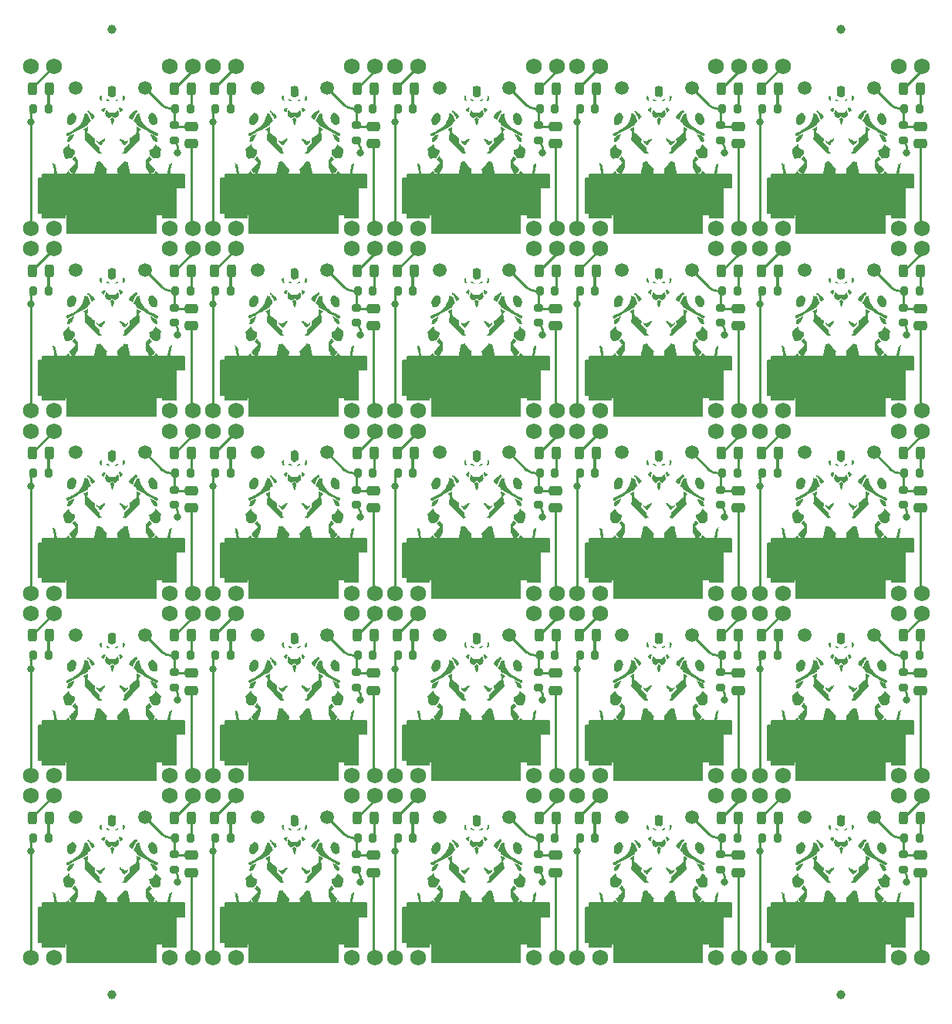
<source format=gbr>
%TF.GenerationSoftware,KiCad,Pcbnew,7.0.7*%
%TF.CreationDate,2023-09-01T19:11:28-06:00*%
%TF.ProjectId,chc-panel-1.0,6368632d-7061-46e6-956c-2d312e302e6b,1.0*%
%TF.SameCoordinates,PX558b6a0PY92dda80*%
%TF.FileFunction,Copper,L1,Top*%
%TF.FilePolarity,Positive*%
%FSLAX46Y46*%
G04 Gerber Fmt 4.6, Leading zero omitted, Abs format (unit mm)*
G04 Created by KiCad (PCBNEW 7.0.7) date 2023-09-01 19:11:28*
%MOMM*%
%LPD*%
G01*
G04 APERTURE LIST*
G04 Aperture macros list*
%AMRoundRect*
0 Rectangle with rounded corners*
0 $1 Rounding radius*
0 $2 $3 $4 $5 $6 $7 $8 $9 X,Y pos of 4 corners*
0 Add a 4 corners polygon primitive as box body*
4,1,4,$2,$3,$4,$5,$6,$7,$8,$9,$2,$3,0*
0 Add four circle primitives for the rounded corners*
1,1,$1+$1,$2,$3*
1,1,$1+$1,$4,$5*
1,1,$1+$1,$6,$7*
1,1,$1+$1,$8,$9*
0 Add four rect primitives between the rounded corners*
20,1,$1+$1,$2,$3,$4,$5,0*
20,1,$1+$1,$4,$5,$6,$7,0*
20,1,$1+$1,$6,$7,$8,$9,0*
20,1,$1+$1,$8,$9,$2,$3,0*%
G04 Aperture macros list end*
%TA.AperFunction,NonConductor*%
%ADD10C,0.200000*%
%TD*%
%TA.AperFunction,SMDPad,CuDef*%
%ADD11RoundRect,0.243750X-0.243750X-0.456250X0.243750X-0.456250X0.243750X0.456250X-0.243750X0.456250X0*%
%TD*%
%TA.AperFunction,ComponentPad*%
%ADD12C,1.500000*%
%TD*%
%TA.AperFunction,SMDPad,CuDef*%
%ADD13RoundRect,0.250000X-0.475000X0.250000X-0.475000X-0.250000X0.475000X-0.250000X0.475000X0.250000X0*%
%TD*%
%TA.AperFunction,SMDPad,CuDef*%
%ADD14RoundRect,0.200000X0.200000X0.275000X-0.200000X0.275000X-0.200000X-0.275000X0.200000X-0.275000X0*%
%TD*%
%TA.AperFunction,ComponentPad*%
%ADD15C,1.750000*%
%TD*%
%TA.AperFunction,SMDPad,CuDef*%
%ADD16C,1.000000*%
%TD*%
%TA.AperFunction,SMDPad,CuDef*%
%ADD17RoundRect,0.200000X-0.275000X0.200000X-0.275000X-0.200000X0.275000X-0.200000X0.275000X0.200000X0*%
%TD*%
%TA.AperFunction,ViaPad*%
%ADD18C,0.800000*%
%TD*%
%TA.AperFunction,Conductor*%
%ADD19C,0.228600*%
%TD*%
%TA.AperFunction,Conductor*%
%ADD20C,0.304800*%
%TD*%
G04 APERTURE END LIST*
D10*
X98005000Y32630000D02*
X97055000Y32630000D01*
X97055000Y29305000D01*
X95630000Y29305000D01*
X95630000Y29605000D01*
X94830000Y29605000D01*
X94830000Y27580000D01*
X85130000Y27580000D01*
X85130000Y29605000D01*
X84830000Y29605000D01*
X84830000Y29305000D01*
X82430000Y29305000D01*
X82430000Y29805000D01*
X81980000Y29805000D01*
X81980000Y33605000D01*
X82430000Y33605000D01*
X82430000Y34080000D01*
X98005000Y34080000D01*
X98005000Y32630000D01*
%TA.AperFunction,NonConductor*%
G36*
X98005000Y32630000D02*
G01*
X97055000Y32630000D01*
X97055000Y29305000D01*
X95630000Y29305000D01*
X95630000Y29605000D01*
X94830000Y29605000D01*
X94830000Y27580000D01*
X85130000Y27580000D01*
X85130000Y29605000D01*
X84830000Y29605000D01*
X84830000Y29305000D01*
X82430000Y29305000D01*
X82430000Y29805000D01*
X81980000Y29805000D01*
X81980000Y33605000D01*
X82430000Y33605000D01*
X82430000Y34080000D01*
X98005000Y34080000D01*
X98005000Y32630000D01*
G37*
%TD.AperFunction*%
X38005000Y92630000D02*
X37055000Y92630000D01*
X37055000Y89305000D01*
X35630000Y89305000D01*
X35630000Y89605000D01*
X34830000Y89605000D01*
X34830000Y87580000D01*
X25130000Y87580000D01*
X25130000Y89605000D01*
X24830000Y89605000D01*
X24830000Y89305000D01*
X22430000Y89305000D01*
X22430000Y89805000D01*
X21980000Y89805000D01*
X21980000Y93605000D01*
X22430000Y93605000D01*
X22430000Y94080000D01*
X38005000Y94080000D01*
X38005000Y92630000D01*
%TA.AperFunction,NonConductor*%
G36*
X38005000Y92630000D02*
G01*
X37055000Y92630000D01*
X37055000Y89305000D01*
X35630000Y89305000D01*
X35630000Y89605000D01*
X34830000Y89605000D01*
X34830000Y87580000D01*
X25130000Y87580000D01*
X25130000Y89605000D01*
X24830000Y89605000D01*
X24830000Y89305000D01*
X22430000Y89305000D01*
X22430000Y89805000D01*
X21980000Y89805000D01*
X21980000Y93605000D01*
X22430000Y93605000D01*
X22430000Y94080000D01*
X38005000Y94080000D01*
X38005000Y92630000D01*
G37*
%TD.AperFunction*%
X38005000Y72630000D02*
X37055000Y72630000D01*
X37055000Y69305000D01*
X35630000Y69305000D01*
X35630000Y69605000D01*
X34830000Y69605000D01*
X34830000Y67580000D01*
X25130000Y67580000D01*
X25130000Y69605000D01*
X24830000Y69605000D01*
X24830000Y69305000D01*
X22430000Y69305000D01*
X22430000Y69805000D01*
X21980000Y69805000D01*
X21980000Y73605000D01*
X22430000Y73605000D01*
X22430000Y74080000D01*
X38005000Y74080000D01*
X38005000Y72630000D01*
%TA.AperFunction,NonConductor*%
G36*
X38005000Y72630000D02*
G01*
X37055000Y72630000D01*
X37055000Y69305000D01*
X35630000Y69305000D01*
X35630000Y69605000D01*
X34830000Y69605000D01*
X34830000Y67580000D01*
X25130000Y67580000D01*
X25130000Y69605000D01*
X24830000Y69605000D01*
X24830000Y69305000D01*
X22430000Y69305000D01*
X22430000Y69805000D01*
X21980000Y69805000D01*
X21980000Y73605000D01*
X22430000Y73605000D01*
X22430000Y74080000D01*
X38005000Y74080000D01*
X38005000Y72630000D01*
G37*
%TD.AperFunction*%
X38005000Y32630000D02*
X37055000Y32630000D01*
X37055000Y29305000D01*
X35630000Y29305000D01*
X35630000Y29605000D01*
X34830000Y29605000D01*
X34830000Y27580000D01*
X25130000Y27580000D01*
X25130000Y29605000D01*
X24830000Y29605000D01*
X24830000Y29305000D01*
X22430000Y29305000D01*
X22430000Y29805000D01*
X21980000Y29805000D01*
X21980000Y33605000D01*
X22430000Y33605000D01*
X22430000Y34080000D01*
X38005000Y34080000D01*
X38005000Y32630000D01*
%TA.AperFunction,NonConductor*%
G36*
X38005000Y32630000D02*
G01*
X37055000Y32630000D01*
X37055000Y29305000D01*
X35630000Y29305000D01*
X35630000Y29605000D01*
X34830000Y29605000D01*
X34830000Y27580000D01*
X25130000Y27580000D01*
X25130000Y29605000D01*
X24830000Y29605000D01*
X24830000Y29305000D01*
X22430000Y29305000D01*
X22430000Y29805000D01*
X21980000Y29805000D01*
X21980000Y33605000D01*
X22430000Y33605000D01*
X22430000Y34080000D01*
X38005000Y34080000D01*
X38005000Y32630000D01*
G37*
%TD.AperFunction*%
X18005000Y52630000D02*
X17055000Y52630000D01*
X17055000Y49305000D01*
X15630000Y49305000D01*
X15630000Y49605000D01*
X14830000Y49605000D01*
X14830000Y47580000D01*
X5130000Y47580000D01*
X5130000Y49605000D01*
X4830000Y49605000D01*
X4830000Y49305000D01*
X2430000Y49305000D01*
X2430000Y49805000D01*
X1980000Y49805000D01*
X1980000Y53605000D01*
X2430000Y53605000D01*
X2430000Y54080000D01*
X18005000Y54080000D01*
X18005000Y52630000D01*
%TA.AperFunction,NonConductor*%
G36*
X18005000Y52630000D02*
G01*
X17055000Y52630000D01*
X17055000Y49305000D01*
X15630000Y49305000D01*
X15630000Y49605000D01*
X14830000Y49605000D01*
X14830000Y47580000D01*
X5130000Y47580000D01*
X5130000Y49605000D01*
X4830000Y49605000D01*
X4830000Y49305000D01*
X2430000Y49305000D01*
X2430000Y49805000D01*
X1980000Y49805000D01*
X1980000Y53605000D01*
X2430000Y53605000D01*
X2430000Y54080000D01*
X18005000Y54080000D01*
X18005000Y52630000D01*
G37*
%TD.AperFunction*%
X78005000Y92630000D02*
X77055000Y92630000D01*
X77055000Y89305000D01*
X75630000Y89305000D01*
X75630000Y89605000D01*
X74830000Y89605000D01*
X74830000Y87580000D01*
X65130000Y87580000D01*
X65130000Y89605000D01*
X64830000Y89605000D01*
X64830000Y89305000D01*
X62430000Y89305000D01*
X62430000Y89805000D01*
X61980000Y89805000D01*
X61980000Y93605000D01*
X62430000Y93605000D01*
X62430000Y94080000D01*
X78005000Y94080000D01*
X78005000Y92630000D01*
%TA.AperFunction,NonConductor*%
G36*
X78005000Y92630000D02*
G01*
X77055000Y92630000D01*
X77055000Y89305000D01*
X75630000Y89305000D01*
X75630000Y89605000D01*
X74830000Y89605000D01*
X74830000Y87580000D01*
X65130000Y87580000D01*
X65130000Y89605000D01*
X64830000Y89605000D01*
X64830000Y89305000D01*
X62430000Y89305000D01*
X62430000Y89805000D01*
X61980000Y89805000D01*
X61980000Y93605000D01*
X62430000Y93605000D01*
X62430000Y94080000D01*
X78005000Y94080000D01*
X78005000Y92630000D01*
G37*
%TD.AperFunction*%
X18005000Y32630000D02*
X17055000Y32630000D01*
X17055000Y29305000D01*
X15630000Y29305000D01*
X15630000Y29605000D01*
X14830000Y29605000D01*
X14830000Y27580000D01*
X5130000Y27580000D01*
X5130000Y29605000D01*
X4830000Y29605000D01*
X4830000Y29305000D01*
X2430000Y29305000D01*
X2430000Y29805000D01*
X1980000Y29805000D01*
X1980000Y33605000D01*
X2430000Y33605000D01*
X2430000Y34080000D01*
X18005000Y34080000D01*
X18005000Y32630000D01*
%TA.AperFunction,NonConductor*%
G36*
X18005000Y32630000D02*
G01*
X17055000Y32630000D01*
X17055000Y29305000D01*
X15630000Y29305000D01*
X15630000Y29605000D01*
X14830000Y29605000D01*
X14830000Y27580000D01*
X5130000Y27580000D01*
X5130000Y29605000D01*
X4830000Y29605000D01*
X4830000Y29305000D01*
X2430000Y29305000D01*
X2430000Y29805000D01*
X1980000Y29805000D01*
X1980000Y33605000D01*
X2430000Y33605000D01*
X2430000Y34080000D01*
X18005000Y34080000D01*
X18005000Y32630000D01*
G37*
%TD.AperFunction*%
X58005000Y92630000D02*
X57055000Y92630000D01*
X57055000Y89305000D01*
X55630000Y89305000D01*
X55630000Y89605000D01*
X54830000Y89605000D01*
X54830000Y87580000D01*
X45130000Y87580000D01*
X45130000Y89605000D01*
X44830000Y89605000D01*
X44830000Y89305000D01*
X42430000Y89305000D01*
X42430000Y89805000D01*
X41980000Y89805000D01*
X41980000Y93605000D01*
X42430000Y93605000D01*
X42430000Y94080000D01*
X58005000Y94080000D01*
X58005000Y92630000D01*
%TA.AperFunction,NonConductor*%
G36*
X58005000Y92630000D02*
G01*
X57055000Y92630000D01*
X57055000Y89305000D01*
X55630000Y89305000D01*
X55630000Y89605000D01*
X54830000Y89605000D01*
X54830000Y87580000D01*
X45130000Y87580000D01*
X45130000Y89605000D01*
X44830000Y89605000D01*
X44830000Y89305000D01*
X42430000Y89305000D01*
X42430000Y89805000D01*
X41980000Y89805000D01*
X41980000Y93605000D01*
X42430000Y93605000D01*
X42430000Y94080000D01*
X58005000Y94080000D01*
X58005000Y92630000D01*
G37*
%TD.AperFunction*%
X78005000Y32630000D02*
X77055000Y32630000D01*
X77055000Y29305000D01*
X75630000Y29305000D01*
X75630000Y29605000D01*
X74830000Y29605000D01*
X74830000Y27580000D01*
X65130000Y27580000D01*
X65130000Y29605000D01*
X64830000Y29605000D01*
X64830000Y29305000D01*
X62430000Y29305000D01*
X62430000Y29805000D01*
X61980000Y29805000D01*
X61980000Y33605000D01*
X62430000Y33605000D01*
X62430000Y34080000D01*
X78005000Y34080000D01*
X78005000Y32630000D01*
%TA.AperFunction,NonConductor*%
G36*
X78005000Y32630000D02*
G01*
X77055000Y32630000D01*
X77055000Y29305000D01*
X75630000Y29305000D01*
X75630000Y29605000D01*
X74830000Y29605000D01*
X74830000Y27580000D01*
X65130000Y27580000D01*
X65130000Y29605000D01*
X64830000Y29605000D01*
X64830000Y29305000D01*
X62430000Y29305000D01*
X62430000Y29805000D01*
X61980000Y29805000D01*
X61980000Y33605000D01*
X62430000Y33605000D01*
X62430000Y34080000D01*
X78005000Y34080000D01*
X78005000Y32630000D01*
G37*
%TD.AperFunction*%
X98005000Y52630000D02*
X97055000Y52630000D01*
X97055000Y49305000D01*
X95630000Y49305000D01*
X95630000Y49605000D01*
X94830000Y49605000D01*
X94830000Y47580000D01*
X85130000Y47580000D01*
X85130000Y49605000D01*
X84830000Y49605000D01*
X84830000Y49305000D01*
X82430000Y49305000D01*
X82430000Y49805000D01*
X81980000Y49805000D01*
X81980000Y53605000D01*
X82430000Y53605000D01*
X82430000Y54080000D01*
X98005000Y54080000D01*
X98005000Y52630000D01*
%TA.AperFunction,NonConductor*%
G36*
X98005000Y52630000D02*
G01*
X97055000Y52630000D01*
X97055000Y49305000D01*
X95630000Y49305000D01*
X95630000Y49605000D01*
X94830000Y49605000D01*
X94830000Y47580000D01*
X85130000Y47580000D01*
X85130000Y49605000D01*
X84830000Y49605000D01*
X84830000Y49305000D01*
X82430000Y49305000D01*
X82430000Y49805000D01*
X81980000Y49805000D01*
X81980000Y53605000D01*
X82430000Y53605000D01*
X82430000Y54080000D01*
X98005000Y54080000D01*
X98005000Y52630000D01*
G37*
%TD.AperFunction*%
X98005000Y12630000D02*
X97055000Y12630000D01*
X97055000Y9305000D01*
X95630000Y9305000D01*
X95630000Y9605000D01*
X94830000Y9605000D01*
X94830000Y7580000D01*
X85130000Y7580000D01*
X85130000Y9605000D01*
X84830000Y9605000D01*
X84830000Y9305000D01*
X82430000Y9305000D01*
X82430000Y9805000D01*
X81980000Y9805000D01*
X81980000Y13605000D01*
X82430000Y13605000D01*
X82430000Y14080000D01*
X98005000Y14080000D01*
X98005000Y12630000D01*
%TA.AperFunction,NonConductor*%
G36*
X98005000Y12630000D02*
G01*
X97055000Y12630000D01*
X97055000Y9305000D01*
X95630000Y9305000D01*
X95630000Y9605000D01*
X94830000Y9605000D01*
X94830000Y7580000D01*
X85130000Y7580000D01*
X85130000Y9605000D01*
X84830000Y9605000D01*
X84830000Y9305000D01*
X82430000Y9305000D01*
X82430000Y9805000D01*
X81980000Y9805000D01*
X81980000Y13605000D01*
X82430000Y13605000D01*
X82430000Y14080000D01*
X98005000Y14080000D01*
X98005000Y12630000D01*
G37*
%TD.AperFunction*%
X58005000Y12630000D02*
X57055000Y12630000D01*
X57055000Y9305000D01*
X55630000Y9305000D01*
X55630000Y9605000D01*
X54830000Y9605000D01*
X54830000Y7580000D01*
X45130000Y7580000D01*
X45130000Y9605000D01*
X44830000Y9605000D01*
X44830000Y9305000D01*
X42430000Y9305000D01*
X42430000Y9805000D01*
X41980000Y9805000D01*
X41980000Y13605000D01*
X42430000Y13605000D01*
X42430000Y14080000D01*
X58005000Y14080000D01*
X58005000Y12630000D01*
%TA.AperFunction,NonConductor*%
G36*
X58005000Y12630000D02*
G01*
X57055000Y12630000D01*
X57055000Y9305000D01*
X55630000Y9305000D01*
X55630000Y9605000D01*
X54830000Y9605000D01*
X54830000Y7580000D01*
X45130000Y7580000D01*
X45130000Y9605000D01*
X44830000Y9605000D01*
X44830000Y9305000D01*
X42430000Y9305000D01*
X42430000Y9805000D01*
X41980000Y9805000D01*
X41980000Y13605000D01*
X42430000Y13605000D01*
X42430000Y14080000D01*
X58005000Y14080000D01*
X58005000Y12630000D01*
G37*
%TD.AperFunction*%
X78005000Y12630000D02*
X77055000Y12630000D01*
X77055000Y9305000D01*
X75630000Y9305000D01*
X75630000Y9605000D01*
X74830000Y9605000D01*
X74830000Y7580000D01*
X65130000Y7580000D01*
X65130000Y9605000D01*
X64830000Y9605000D01*
X64830000Y9305000D01*
X62430000Y9305000D01*
X62430000Y9805000D01*
X61980000Y9805000D01*
X61980000Y13605000D01*
X62430000Y13605000D01*
X62430000Y14080000D01*
X78005000Y14080000D01*
X78005000Y12630000D01*
%TA.AperFunction,NonConductor*%
G36*
X78005000Y12630000D02*
G01*
X77055000Y12630000D01*
X77055000Y9305000D01*
X75630000Y9305000D01*
X75630000Y9605000D01*
X74830000Y9605000D01*
X74830000Y7580000D01*
X65130000Y7580000D01*
X65130000Y9605000D01*
X64830000Y9605000D01*
X64830000Y9305000D01*
X62430000Y9305000D01*
X62430000Y9805000D01*
X61980000Y9805000D01*
X61980000Y13605000D01*
X62430000Y13605000D01*
X62430000Y14080000D01*
X78005000Y14080000D01*
X78005000Y12630000D01*
G37*
%TD.AperFunction*%
X58005000Y52630000D02*
X57055000Y52630000D01*
X57055000Y49305000D01*
X55630000Y49305000D01*
X55630000Y49605000D01*
X54830000Y49605000D01*
X54830000Y47580000D01*
X45130000Y47580000D01*
X45130000Y49605000D01*
X44830000Y49605000D01*
X44830000Y49305000D01*
X42430000Y49305000D01*
X42430000Y49805000D01*
X41980000Y49805000D01*
X41980000Y53605000D01*
X42430000Y53605000D01*
X42430000Y54080000D01*
X58005000Y54080000D01*
X58005000Y52630000D01*
%TA.AperFunction,NonConductor*%
G36*
X58005000Y52630000D02*
G01*
X57055000Y52630000D01*
X57055000Y49305000D01*
X55630000Y49305000D01*
X55630000Y49605000D01*
X54830000Y49605000D01*
X54830000Y47580000D01*
X45130000Y47580000D01*
X45130000Y49605000D01*
X44830000Y49605000D01*
X44830000Y49305000D01*
X42430000Y49305000D01*
X42430000Y49805000D01*
X41980000Y49805000D01*
X41980000Y53605000D01*
X42430000Y53605000D01*
X42430000Y54080000D01*
X58005000Y54080000D01*
X58005000Y52630000D01*
G37*
%TD.AperFunction*%
X38005000Y52630000D02*
X37055000Y52630000D01*
X37055000Y49305000D01*
X35630000Y49305000D01*
X35630000Y49605000D01*
X34830000Y49605000D01*
X34830000Y47580000D01*
X25130000Y47580000D01*
X25130000Y49605000D01*
X24830000Y49605000D01*
X24830000Y49305000D01*
X22430000Y49305000D01*
X22430000Y49805000D01*
X21980000Y49805000D01*
X21980000Y53605000D01*
X22430000Y53605000D01*
X22430000Y54080000D01*
X38005000Y54080000D01*
X38005000Y52630000D01*
%TA.AperFunction,NonConductor*%
G36*
X38005000Y52630000D02*
G01*
X37055000Y52630000D01*
X37055000Y49305000D01*
X35630000Y49305000D01*
X35630000Y49605000D01*
X34830000Y49605000D01*
X34830000Y47580000D01*
X25130000Y47580000D01*
X25130000Y49605000D01*
X24830000Y49605000D01*
X24830000Y49305000D01*
X22430000Y49305000D01*
X22430000Y49805000D01*
X21980000Y49805000D01*
X21980000Y53605000D01*
X22430000Y53605000D01*
X22430000Y54080000D01*
X38005000Y54080000D01*
X38005000Y52630000D01*
G37*
%TD.AperFunction*%
X18005000Y12630000D02*
X17055000Y12630000D01*
X17055000Y9305000D01*
X15630000Y9305000D01*
X15630000Y9605000D01*
X14830000Y9605000D01*
X14830000Y7580000D01*
X5130000Y7580000D01*
X5130000Y9605000D01*
X4830000Y9605000D01*
X4830000Y9305000D01*
X2430000Y9305000D01*
X2430000Y9805000D01*
X1980000Y9805000D01*
X1980000Y13605000D01*
X2430000Y13605000D01*
X2430000Y14080000D01*
X18005000Y14080000D01*
X18005000Y12630000D01*
%TA.AperFunction,NonConductor*%
G36*
X18005000Y12630000D02*
G01*
X17055000Y12630000D01*
X17055000Y9305000D01*
X15630000Y9305000D01*
X15630000Y9605000D01*
X14830000Y9605000D01*
X14830000Y7580000D01*
X5130000Y7580000D01*
X5130000Y9605000D01*
X4830000Y9605000D01*
X4830000Y9305000D01*
X2430000Y9305000D01*
X2430000Y9805000D01*
X1980000Y9805000D01*
X1980000Y13605000D01*
X2430000Y13605000D01*
X2430000Y14080000D01*
X18005000Y14080000D01*
X18005000Y12630000D01*
G37*
%TD.AperFunction*%
X98005000Y92630000D02*
X97055000Y92630000D01*
X97055000Y89305000D01*
X95630000Y89305000D01*
X95630000Y89605000D01*
X94830000Y89605000D01*
X94830000Y87580000D01*
X85130000Y87580000D01*
X85130000Y89605000D01*
X84830000Y89605000D01*
X84830000Y89305000D01*
X82430000Y89305000D01*
X82430000Y89805000D01*
X81980000Y89805000D01*
X81980000Y93605000D01*
X82430000Y93605000D01*
X82430000Y94080000D01*
X98005000Y94080000D01*
X98005000Y92630000D01*
%TA.AperFunction,NonConductor*%
G36*
X98005000Y92630000D02*
G01*
X97055000Y92630000D01*
X97055000Y89305000D01*
X95630000Y89305000D01*
X95630000Y89605000D01*
X94830000Y89605000D01*
X94830000Y87580000D01*
X85130000Y87580000D01*
X85130000Y89605000D01*
X84830000Y89605000D01*
X84830000Y89305000D01*
X82430000Y89305000D01*
X82430000Y89805000D01*
X81980000Y89805000D01*
X81980000Y93605000D01*
X82430000Y93605000D01*
X82430000Y94080000D01*
X98005000Y94080000D01*
X98005000Y92630000D01*
G37*
%TD.AperFunction*%
X78005000Y52630000D02*
X77055000Y52630000D01*
X77055000Y49305000D01*
X75630000Y49305000D01*
X75630000Y49605000D01*
X74830000Y49605000D01*
X74830000Y47580000D01*
X65130000Y47580000D01*
X65130000Y49605000D01*
X64830000Y49605000D01*
X64830000Y49305000D01*
X62430000Y49305000D01*
X62430000Y49805000D01*
X61980000Y49805000D01*
X61980000Y53605000D01*
X62430000Y53605000D01*
X62430000Y54080000D01*
X78005000Y54080000D01*
X78005000Y52630000D01*
%TA.AperFunction,NonConductor*%
G36*
X78005000Y52630000D02*
G01*
X77055000Y52630000D01*
X77055000Y49305000D01*
X75630000Y49305000D01*
X75630000Y49605000D01*
X74830000Y49605000D01*
X74830000Y47580000D01*
X65130000Y47580000D01*
X65130000Y49605000D01*
X64830000Y49605000D01*
X64830000Y49305000D01*
X62430000Y49305000D01*
X62430000Y49805000D01*
X61980000Y49805000D01*
X61980000Y53605000D01*
X62430000Y53605000D01*
X62430000Y54080000D01*
X78005000Y54080000D01*
X78005000Y52630000D01*
G37*
%TD.AperFunction*%
X58005000Y32630000D02*
X57055000Y32630000D01*
X57055000Y29305000D01*
X55630000Y29305000D01*
X55630000Y29605000D01*
X54830000Y29605000D01*
X54830000Y27580000D01*
X45130000Y27580000D01*
X45130000Y29605000D01*
X44830000Y29605000D01*
X44830000Y29305000D01*
X42430000Y29305000D01*
X42430000Y29805000D01*
X41980000Y29805000D01*
X41980000Y33605000D01*
X42430000Y33605000D01*
X42430000Y34080000D01*
X58005000Y34080000D01*
X58005000Y32630000D01*
%TA.AperFunction,NonConductor*%
G36*
X58005000Y32630000D02*
G01*
X57055000Y32630000D01*
X57055000Y29305000D01*
X55630000Y29305000D01*
X55630000Y29605000D01*
X54830000Y29605000D01*
X54830000Y27580000D01*
X45130000Y27580000D01*
X45130000Y29605000D01*
X44830000Y29605000D01*
X44830000Y29305000D01*
X42430000Y29305000D01*
X42430000Y29805000D01*
X41980000Y29805000D01*
X41980000Y33605000D01*
X42430000Y33605000D01*
X42430000Y34080000D01*
X58005000Y34080000D01*
X58005000Y32630000D01*
G37*
%TD.AperFunction*%
X38005000Y12630000D02*
X37055000Y12630000D01*
X37055000Y9305000D01*
X35630000Y9305000D01*
X35630000Y9605000D01*
X34830000Y9605000D01*
X34830000Y7580000D01*
X25130000Y7580000D01*
X25130000Y9605000D01*
X24830000Y9605000D01*
X24830000Y9305000D01*
X22430000Y9305000D01*
X22430000Y9805000D01*
X21980000Y9805000D01*
X21980000Y13605000D01*
X22430000Y13605000D01*
X22430000Y14080000D01*
X38005000Y14080000D01*
X38005000Y12630000D01*
%TA.AperFunction,NonConductor*%
G36*
X38005000Y12630000D02*
G01*
X37055000Y12630000D01*
X37055000Y9305000D01*
X35630000Y9305000D01*
X35630000Y9605000D01*
X34830000Y9605000D01*
X34830000Y7580000D01*
X25130000Y7580000D01*
X25130000Y9605000D01*
X24830000Y9605000D01*
X24830000Y9305000D01*
X22430000Y9305000D01*
X22430000Y9805000D01*
X21980000Y9805000D01*
X21980000Y13605000D01*
X22430000Y13605000D01*
X22430000Y14080000D01*
X38005000Y14080000D01*
X38005000Y12630000D01*
G37*
%TD.AperFunction*%
X18005000Y72630000D02*
X17055000Y72630000D01*
X17055000Y69305000D01*
X15630000Y69305000D01*
X15630000Y69605000D01*
X14830000Y69605000D01*
X14830000Y67580000D01*
X5130000Y67580000D01*
X5130000Y69605000D01*
X4830000Y69605000D01*
X4830000Y69305000D01*
X2430000Y69305000D01*
X2430000Y69805000D01*
X1980000Y69805000D01*
X1980000Y73605000D01*
X2430000Y73605000D01*
X2430000Y74080000D01*
X18005000Y74080000D01*
X18005000Y72630000D01*
%TA.AperFunction,NonConductor*%
G36*
X18005000Y72630000D02*
G01*
X17055000Y72630000D01*
X17055000Y69305000D01*
X15630000Y69305000D01*
X15630000Y69605000D01*
X14830000Y69605000D01*
X14830000Y67580000D01*
X5130000Y67580000D01*
X5130000Y69605000D01*
X4830000Y69605000D01*
X4830000Y69305000D01*
X2430000Y69305000D01*
X2430000Y69805000D01*
X1980000Y69805000D01*
X1980000Y73605000D01*
X2430000Y73605000D01*
X2430000Y74080000D01*
X18005000Y74080000D01*
X18005000Y72630000D01*
G37*
%TD.AperFunction*%
X58005000Y72630000D02*
X57055000Y72630000D01*
X57055000Y69305000D01*
X55630000Y69305000D01*
X55630000Y69605000D01*
X54830000Y69605000D01*
X54830000Y67580000D01*
X45130000Y67580000D01*
X45130000Y69605000D01*
X44830000Y69605000D01*
X44830000Y69305000D01*
X42430000Y69305000D01*
X42430000Y69805000D01*
X41980000Y69805000D01*
X41980000Y73605000D01*
X42430000Y73605000D01*
X42430000Y74080000D01*
X58005000Y74080000D01*
X58005000Y72630000D01*
%TA.AperFunction,NonConductor*%
G36*
X58005000Y72630000D02*
G01*
X57055000Y72630000D01*
X57055000Y69305000D01*
X55630000Y69305000D01*
X55630000Y69605000D01*
X54830000Y69605000D01*
X54830000Y67580000D01*
X45130000Y67580000D01*
X45130000Y69605000D01*
X44830000Y69605000D01*
X44830000Y69305000D01*
X42430000Y69305000D01*
X42430000Y69805000D01*
X41980000Y69805000D01*
X41980000Y73605000D01*
X42430000Y73605000D01*
X42430000Y74080000D01*
X58005000Y74080000D01*
X58005000Y72630000D01*
G37*
%TD.AperFunction*%
X18005000Y92630000D02*
X17055000Y92630000D01*
X17055000Y89305000D01*
X15630000Y89305000D01*
X15630000Y89605000D01*
X14830000Y89605000D01*
X14830000Y87580000D01*
X5130000Y87580000D01*
X5130000Y89605000D01*
X4830000Y89605000D01*
X4830000Y89305000D01*
X2430000Y89305000D01*
X2430000Y89805000D01*
X1980000Y89805000D01*
X1980000Y93605000D01*
X2430000Y93605000D01*
X2430000Y94080000D01*
X18005000Y94080000D01*
X18005000Y92630000D01*
%TA.AperFunction,NonConductor*%
G36*
X18005000Y92630000D02*
G01*
X17055000Y92630000D01*
X17055000Y89305000D01*
X15630000Y89305000D01*
X15630000Y89605000D01*
X14830000Y89605000D01*
X14830000Y87580000D01*
X5130000Y87580000D01*
X5130000Y89605000D01*
X4830000Y89605000D01*
X4830000Y89305000D01*
X2430000Y89305000D01*
X2430000Y89805000D01*
X1980000Y89805000D01*
X1980000Y93605000D01*
X2430000Y93605000D01*
X2430000Y94080000D01*
X18005000Y94080000D01*
X18005000Y92630000D01*
G37*
%TD.AperFunction*%
X78005000Y72630000D02*
X77055000Y72630000D01*
X77055000Y69305000D01*
X75630000Y69305000D01*
X75630000Y69605000D01*
X74830000Y69605000D01*
X74830000Y67580000D01*
X65130000Y67580000D01*
X65130000Y69605000D01*
X64830000Y69605000D01*
X64830000Y69305000D01*
X62430000Y69305000D01*
X62430000Y69805000D01*
X61980000Y69805000D01*
X61980000Y73605000D01*
X62430000Y73605000D01*
X62430000Y74080000D01*
X78005000Y74080000D01*
X78005000Y72630000D01*
%TA.AperFunction,NonConductor*%
G36*
X78005000Y72630000D02*
G01*
X77055000Y72630000D01*
X77055000Y69305000D01*
X75630000Y69305000D01*
X75630000Y69605000D01*
X74830000Y69605000D01*
X74830000Y67580000D01*
X65130000Y67580000D01*
X65130000Y69605000D01*
X64830000Y69605000D01*
X64830000Y69305000D01*
X62430000Y69305000D01*
X62430000Y69805000D01*
X61980000Y69805000D01*
X61980000Y73605000D01*
X62430000Y73605000D01*
X62430000Y74080000D01*
X78005000Y74080000D01*
X78005000Y72630000D01*
G37*
%TD.AperFunction*%
X98005000Y72630000D02*
X97055000Y72630000D01*
X97055000Y69305000D01*
X95630000Y69305000D01*
X95630000Y69605000D01*
X94830000Y69605000D01*
X94830000Y67580000D01*
X85130000Y67580000D01*
X85130000Y69605000D01*
X84830000Y69605000D01*
X84830000Y69305000D01*
X82430000Y69305000D01*
X82430000Y69805000D01*
X81980000Y69805000D01*
X81980000Y73605000D01*
X82430000Y73605000D01*
X82430000Y74080000D01*
X98005000Y74080000D01*
X98005000Y72630000D01*
%TA.AperFunction,NonConductor*%
G36*
X98005000Y72630000D02*
G01*
X97055000Y72630000D01*
X97055000Y69305000D01*
X95630000Y69305000D01*
X95630000Y69605000D01*
X94830000Y69605000D01*
X94830000Y67580000D01*
X85130000Y67580000D01*
X85130000Y69605000D01*
X84830000Y69605000D01*
X84830000Y69305000D01*
X82430000Y69305000D01*
X82430000Y69805000D01*
X81980000Y69805000D01*
X81980000Y73605000D01*
X82430000Y73605000D01*
X82430000Y74080000D01*
X98005000Y74080000D01*
X98005000Y72630000D01*
G37*
%TD.AperFunction*%
%TA.AperFunction,EtchedComponent*%
%TO.C,G\u002A\u002A\u002A-10*%
G36*
X10709572Y62305874D02*
G01*
X10728107Y62292356D01*
X10724991Y62258330D01*
X10723100Y62250033D01*
X10699247Y62189851D01*
X10654899Y62145367D01*
X10581892Y62110345D01*
X10512035Y62088839D01*
X10425355Y62066211D01*
X10373417Y62056676D01*
X10350222Y62061696D01*
X10349773Y62082729D01*
X10366071Y62121237D01*
X10367405Y62124039D01*
X10419995Y62194192D01*
X10498931Y62254909D01*
X10588266Y62296119D01*
X10659043Y62308290D01*
X10709572Y62305874D01*
G37*
%TD.AperFunction*%
%TA.AperFunction,EtchedComponent*%
G36*
X9565421Y62292640D02*
G01*
X9651230Y62251671D01*
X9724773Y62194349D01*
X9771960Y62129644D01*
X9775429Y62121144D01*
X9787114Y62083424D01*
X9783943Y62062414D01*
X9759733Y62057106D01*
X9708299Y62066492D01*
X9623458Y62089564D01*
X9608302Y62093904D01*
X9518104Y62125056D01*
X9460986Y62160397D01*
X9427780Y62207297D01*
X9414066Y62250033D01*
X9408256Y62287839D01*
X9421718Y62304283D01*
X9464696Y62308221D01*
X9481434Y62308290D01*
X9565421Y62292640D01*
G37*
%TD.AperFunction*%
%TA.AperFunction,EtchedComponent*%
G36*
X10082511Y60304330D02*
G01*
X10127457Y60272597D01*
X10183955Y60229107D01*
X10249403Y60170656D01*
X10282500Y60126120D01*
X10285450Y60107297D01*
X10277838Y60075441D01*
X10262796Y60010436D01*
X10242203Y59920463D01*
X10217935Y59813709D01*
X10205977Y59760875D01*
X10135353Y59448407D01*
X10068278Y59448407D01*
X10001203Y59448407D01*
X9922981Y59792560D01*
X9844758Y60136712D01*
X9946064Y60226024D01*
X10000406Y60272369D01*
X10041985Y60304949D01*
X10060490Y60316150D01*
X10082511Y60304330D01*
G37*
%TD.AperFunction*%
%TA.AperFunction,EtchedComponent*%
G36*
X8870347Y62709845D02*
G01*
X8884228Y62681694D01*
X8895095Y62624250D01*
X8906357Y62532511D01*
X8913779Y62467172D01*
X8925521Y62366925D01*
X8936951Y62273581D01*
X8946341Y62201065D01*
X8949893Y62175888D01*
X8953183Y62125582D01*
X8946601Y62099075D01*
X8943196Y62097806D01*
X8916120Y62109222D01*
X8866750Y62137033D01*
X8829271Y62160263D01*
X8776187Y62197190D01*
X8744418Y62232138D01*
X8724883Y62279737D01*
X8708496Y62354615D01*
X8708450Y62354858D01*
X8690050Y62458099D01*
X8682954Y62529614D01*
X8689252Y62579034D01*
X8711033Y62615988D01*
X8750388Y62650105D01*
X8776527Y62668573D01*
X8819906Y62698281D01*
X8850043Y62713706D01*
X8870347Y62709845D01*
G37*
%TD.AperFunction*%
%TA.AperFunction,EtchedComponent*%
G36*
X11299549Y62708679D02*
G01*
X11335376Y62686038D01*
X11360580Y62668573D01*
X11408177Y62633972D01*
X11437678Y62602598D01*
X11451450Y62564549D01*
X11451861Y62509925D01*
X11441276Y62428823D01*
X11431821Y62370524D01*
X11417776Y62292737D01*
X11402204Y62243632D01*
X11377123Y62210018D01*
X11334553Y62178703D01*
X11304396Y62159896D01*
X11246243Y62125406D01*
X11203367Y62102362D01*
X11188297Y62096447D01*
X11182766Y62114894D01*
X11185181Y62160718D01*
X11187214Y62175888D01*
X11194829Y62231769D01*
X11205396Y62315838D01*
X11217188Y62414170D01*
X11223329Y62467172D01*
X11236216Y62579445D01*
X11246872Y62654729D01*
X11258707Y62698027D01*
X11275129Y62714343D01*
X11299549Y62708679D01*
G37*
%TD.AperFunction*%
%TA.AperFunction,EtchedComponent*%
G36*
X14255685Y58499212D02*
G01*
X14306781Y58474192D01*
X14382893Y58434457D01*
X14478101Y58383099D01*
X14584778Y58324160D01*
X14925825Y58133688D01*
X14983696Y57900420D01*
X15005584Y57806476D01*
X15021180Y57728092D01*
X15028916Y57674039D01*
X15027884Y57653469D01*
X15000773Y57644890D01*
X14945002Y57636987D01*
X14892837Y57632780D01*
X14771473Y57625774D01*
X14641107Y57747974D01*
X14589900Y57797834D01*
X14548484Y57844502D01*
X14511755Y57896163D01*
X14474606Y57961003D01*
X14431933Y58047207D01*
X14378630Y58162961D01*
X14369032Y58184199D01*
X14321968Y58290029D01*
X14282534Y58381662D01*
X14253468Y58452494D01*
X14237504Y58495922D01*
X14235527Y58506428D01*
X14255685Y58499212D01*
G37*
%TD.AperFunction*%
%TA.AperFunction,EtchedComponent*%
G36*
X14558259Y60757535D02*
G01*
X14671587Y60702358D01*
X14778442Y60619085D01*
X14873818Y60509714D01*
X14952707Y60376241D01*
X14975478Y60324244D01*
X15006141Y60218487D01*
X15024064Y60094218D01*
X15029116Y59964261D01*
X15021170Y59841440D01*
X15000096Y59738580D01*
X14981825Y59693155D01*
X14905310Y59587577D01*
X14807273Y59515081D01*
X14694144Y59478246D01*
X14572353Y59479647D01*
X14498778Y59499548D01*
X14371775Y59566859D01*
X14261073Y59664646D01*
X14168782Y59786103D01*
X14097006Y59924421D01*
X14047855Y60072791D01*
X14023436Y60224406D01*
X14025856Y60372458D01*
X14057222Y60510139D01*
X14119642Y60630639D01*
X14140387Y60657331D01*
X14229524Y60734514D01*
X14332220Y60775610D01*
X14443467Y60782618D01*
X14558259Y60757535D01*
G37*
%TD.AperFunction*%
%TA.AperFunction,EtchedComponent*%
G36*
X5812462Y60776099D02*
G01*
X5882645Y60750625D01*
X5953310Y60699529D01*
X5984801Y60670860D01*
X6055000Y60576676D01*
X6098795Y60457405D01*
X6116871Y60320535D01*
X6109912Y60173557D01*
X6078606Y60023959D01*
X6023635Y59879232D01*
X5945687Y59746863D01*
X5894441Y59683337D01*
X5792115Y59590440D01*
X5679299Y59522549D01*
X5563940Y59482289D01*
X5453984Y59472288D01*
X5357380Y59495170D01*
X5344497Y59501620D01*
X5247722Y59568103D01*
X5178871Y59650640D01*
X5134366Y59756061D01*
X5110633Y59891192D01*
X5106073Y59956830D01*
X5104156Y60064869D01*
X5111480Y60149043D01*
X5130135Y60227247D01*
X5141737Y60262293D01*
X5216373Y60429797D01*
X5310988Y60568438D01*
X5422162Y60675170D01*
X5546477Y60746949D01*
X5680512Y60780729D01*
X5726480Y60783019D01*
X5812462Y60776099D01*
G37*
%TD.AperFunction*%
%TA.AperFunction,EtchedComponent*%
G36*
X5896157Y58485327D02*
G01*
X5875802Y58432295D01*
X5843257Y58353866D01*
X5801229Y58256610D01*
X5767273Y58180088D01*
X5712850Y58059983D01*
X5670219Y57970935D01*
X5634410Y57905087D01*
X5600449Y57854587D01*
X5563365Y57811578D01*
X5518186Y57768207D01*
X5491414Y57744291D01*
X5422719Y57685583D01*
X5373264Y57650595D01*
X5331842Y57633583D01*
X5287248Y57628802D01*
X5266558Y57629012D01*
X5200418Y57632748D01*
X5147850Y57639048D01*
X5137903Y57641158D01*
X5118888Y57647054D01*
X5107610Y57657525D01*
X5104543Y57679561D01*
X5110160Y57720155D01*
X5124934Y57786298D01*
X5149338Y57884980D01*
X5156275Y57912665D01*
X5211719Y58133932D01*
X5552547Y58324282D01*
X5660742Y58384046D01*
X5755673Y58435224D01*
X5831419Y58474727D01*
X5882055Y58499463D01*
X5901617Y58506391D01*
X5896157Y58485327D01*
G37*
%TD.AperFunction*%
%TA.AperFunction,EtchedComponent*%
G36*
X16612497Y55292442D02*
G01*
X16603509Y55235556D01*
X16588974Y55148804D01*
X16569946Y55038088D01*
X16547479Y54909311D01*
X16522627Y54768374D01*
X16496443Y54621181D01*
X16469980Y54473634D01*
X16444294Y54331635D01*
X16420437Y54201087D01*
X16399464Y54087892D01*
X16382428Y53997953D01*
X16370383Y53937173D01*
X16364742Y53912472D01*
X16351399Y53920592D01*
X16320425Y53957167D01*
X16277478Y54015255D01*
X16257535Y54043955D01*
X16155794Y54192858D01*
X16221622Y54601575D01*
X16242707Y54731827D01*
X16262170Y54850852D01*
X16278765Y54951103D01*
X16291240Y55025037D01*
X16298347Y55065109D01*
X16298565Y55066219D01*
X16318759Y55107038D01*
X16367209Y55154917D01*
X16448906Y55214686D01*
X16458817Y55221317D01*
X16527212Y55265534D01*
X16580861Y55297841D01*
X16611236Y55313197D01*
X16614884Y55313558D01*
X16612497Y55292442D01*
G37*
%TD.AperFunction*%
%TA.AperFunction,EtchedComponent*%
G36*
X3541693Y55305851D02*
G01*
X3587624Y55279298D01*
X3651495Y55238949D01*
X3678290Y55221317D01*
X3763489Y55160133D01*
X3814955Y55111309D01*
X3837679Y55070016D01*
X3838542Y55066219D01*
X3845305Y55028311D01*
X3857507Y54956109D01*
X3873899Y54857158D01*
X3893233Y54739004D01*
X3914258Y54609189D01*
X3915485Y54601575D01*
X3981313Y54192858D01*
X3880619Y54045486D01*
X3834076Y53978473D01*
X3797167Y53927397D01*
X3775820Y53900384D01*
X3773071Y53898115D01*
X3766271Y53915063D01*
X3765579Y53924595D01*
X3761707Y53951187D01*
X3751022Y54014290D01*
X3734441Y54108759D01*
X3712880Y54229446D01*
X3687257Y54371205D01*
X3658488Y54528891D01*
X3640124Y54628860D01*
X3610230Y54792512D01*
X3583323Y54942362D01*
X3560256Y55073454D01*
X3541883Y55180836D01*
X3529055Y55259555D01*
X3522627Y55304656D01*
X3522231Y55313565D01*
X3541693Y55305851D01*
G37*
%TD.AperFunction*%
%TA.AperFunction,EtchedComponent*%
G36*
X9228752Y57989225D02*
G01*
X9258655Y57970768D01*
X9281692Y57947681D01*
X9291751Y57933036D01*
X9293696Y57915037D01*
X9284628Y57889004D01*
X9261644Y57850258D01*
X9221844Y57794119D01*
X9162326Y57715906D01*
X9080189Y57610942D01*
X9046162Y57567781D01*
X8964560Y57464975D01*
X8891795Y57374454D01*
X8831922Y57301168D01*
X8788997Y57250068D01*
X8767075Y57226104D01*
X8765321Y57224930D01*
X8747206Y57238792D01*
X8705106Y57277429D01*
X8644746Y57335408D01*
X8571851Y57407298D01*
X8548181Y57430979D01*
X8463256Y57517622D01*
X8404780Y57581508D01*
X8368172Y57628728D01*
X8348851Y57665374D01*
X8342237Y57697538D01*
X8342032Y57705125D01*
X8346910Y57754984D01*
X8358698Y57782619D01*
X8359181Y57782944D01*
X8382923Y57775783D01*
X8426996Y57746395D01*
X8470399Y57710952D01*
X8523442Y57666508D01*
X8564278Y57636164D01*
X8580915Y57627458D01*
X8603215Y57638378D01*
X8654316Y57669147D01*
X8727960Y57715824D01*
X8817890Y57774467D01*
X8883859Y57818303D01*
X8998443Y57893942D01*
X9084358Y57946946D01*
X9147469Y57979222D01*
X9193645Y57992680D01*
X9228752Y57989225D01*
G37*
%TD.AperFunction*%
%TA.AperFunction,EtchedComponent*%
G36*
X10953071Y57991114D02*
G01*
X11002688Y57973419D01*
X11070616Y57936457D01*
X11162721Y57878322D01*
X11253249Y57818303D01*
X11350564Y57753868D01*
X11435769Y57698770D01*
X11502606Y57656948D01*
X11544819Y57632346D01*
X11556193Y57627458D01*
X11579794Y57640918D01*
X11624048Y57674859D01*
X11666709Y57710952D01*
X11719541Y57753357D01*
X11760568Y57779055D01*
X11777926Y57782944D01*
X11789822Y57756459D01*
X11795064Y57706920D01*
X11795076Y57704349D01*
X11790990Y57672344D01*
X11775650Y57637823D01*
X11744435Y57594665D01*
X11692723Y57536745D01*
X11615893Y57457940D01*
X11588150Y57430203D01*
X11512374Y57355468D01*
X11447534Y57292949D01*
X11399351Y57248053D01*
X11373547Y57226189D01*
X11371010Y57224930D01*
X11355421Y57241061D01*
X11317756Y57285603D01*
X11262057Y57353608D01*
X11192368Y57440127D01*
X11112731Y57540211D01*
X11090945Y57567781D01*
X11000351Y57683036D01*
X10933376Y57769928D01*
X10887116Y57833136D01*
X10858672Y57877340D01*
X10845142Y57907220D01*
X10843625Y57927456D01*
X10851218Y57942727D01*
X10855415Y57947681D01*
X10885301Y57976337D01*
X10915897Y57991451D01*
X10953071Y57991114D01*
G37*
%TD.AperFunction*%
%TA.AperFunction,EtchedComponent*%
%TO.C,G\u002A\u002A\u002A-24*%
G36*
X90709572Y22305874D02*
G01*
X90728107Y22292356D01*
X90724991Y22258330D01*
X90723100Y22250033D01*
X90699247Y22189851D01*
X90654899Y22145367D01*
X90581892Y22110345D01*
X90512035Y22088839D01*
X90425355Y22066211D01*
X90373417Y22056676D01*
X90350222Y22061696D01*
X90349773Y22082729D01*
X90366071Y22121237D01*
X90367405Y22124039D01*
X90419995Y22194192D01*
X90498931Y22254909D01*
X90588266Y22296119D01*
X90659043Y22308290D01*
X90709572Y22305874D01*
G37*
%TD.AperFunction*%
%TA.AperFunction,EtchedComponent*%
G36*
X89565421Y22292640D02*
G01*
X89651230Y22251671D01*
X89724773Y22194349D01*
X89771960Y22129644D01*
X89775429Y22121144D01*
X89787114Y22083424D01*
X89783943Y22062414D01*
X89759733Y22057106D01*
X89708299Y22066492D01*
X89623458Y22089564D01*
X89608302Y22093904D01*
X89518104Y22125056D01*
X89460986Y22160397D01*
X89427780Y22207297D01*
X89414066Y22250033D01*
X89408256Y22287839D01*
X89421718Y22304283D01*
X89464696Y22308221D01*
X89481434Y22308290D01*
X89565421Y22292640D01*
G37*
%TD.AperFunction*%
%TA.AperFunction,EtchedComponent*%
G36*
X90082511Y20304330D02*
G01*
X90127457Y20272597D01*
X90183955Y20229107D01*
X90249403Y20170656D01*
X90282500Y20126120D01*
X90285450Y20107297D01*
X90277838Y20075441D01*
X90262796Y20010436D01*
X90242203Y19920463D01*
X90217935Y19813709D01*
X90205977Y19760875D01*
X90135353Y19448407D01*
X90068278Y19448407D01*
X90001203Y19448407D01*
X89922981Y19792560D01*
X89844758Y20136712D01*
X89946064Y20226024D01*
X90000406Y20272369D01*
X90041985Y20304949D01*
X90060490Y20316150D01*
X90082511Y20304330D01*
G37*
%TD.AperFunction*%
%TA.AperFunction,EtchedComponent*%
G36*
X88870347Y22709845D02*
G01*
X88884228Y22681694D01*
X88895095Y22624250D01*
X88906357Y22532511D01*
X88913779Y22467172D01*
X88925521Y22366925D01*
X88936951Y22273581D01*
X88946341Y22201065D01*
X88949893Y22175888D01*
X88953183Y22125582D01*
X88946601Y22099075D01*
X88943196Y22097806D01*
X88916120Y22109222D01*
X88866750Y22137033D01*
X88829271Y22160263D01*
X88776187Y22197190D01*
X88744418Y22232138D01*
X88724883Y22279737D01*
X88708496Y22354615D01*
X88708450Y22354858D01*
X88690050Y22458099D01*
X88682954Y22529614D01*
X88689252Y22579034D01*
X88711033Y22615988D01*
X88750388Y22650105D01*
X88776527Y22668573D01*
X88819906Y22698281D01*
X88850043Y22713706D01*
X88870347Y22709845D01*
G37*
%TD.AperFunction*%
%TA.AperFunction,EtchedComponent*%
G36*
X91299549Y22708679D02*
G01*
X91335376Y22686038D01*
X91360580Y22668573D01*
X91408177Y22633972D01*
X91437678Y22602598D01*
X91451450Y22564549D01*
X91451861Y22509925D01*
X91441276Y22428823D01*
X91431821Y22370524D01*
X91417776Y22292737D01*
X91402204Y22243632D01*
X91377123Y22210018D01*
X91334553Y22178703D01*
X91304396Y22159896D01*
X91246243Y22125406D01*
X91203367Y22102362D01*
X91188297Y22096447D01*
X91182766Y22114894D01*
X91185181Y22160718D01*
X91187214Y22175888D01*
X91194829Y22231769D01*
X91205396Y22315838D01*
X91217188Y22414170D01*
X91223329Y22467172D01*
X91236216Y22579445D01*
X91246872Y22654729D01*
X91258707Y22698027D01*
X91275129Y22714343D01*
X91299549Y22708679D01*
G37*
%TD.AperFunction*%
%TA.AperFunction,EtchedComponent*%
G36*
X94255685Y18499212D02*
G01*
X94306781Y18474192D01*
X94382893Y18434457D01*
X94478101Y18383099D01*
X94584778Y18324160D01*
X94925825Y18133688D01*
X94983696Y17900420D01*
X95005584Y17806476D01*
X95021180Y17728092D01*
X95028916Y17674039D01*
X95027884Y17653469D01*
X95000773Y17644890D01*
X94945002Y17636987D01*
X94892837Y17632780D01*
X94771473Y17625774D01*
X94641107Y17747974D01*
X94589900Y17797834D01*
X94548484Y17844502D01*
X94511755Y17896163D01*
X94474606Y17961003D01*
X94431933Y18047207D01*
X94378630Y18162961D01*
X94369032Y18184199D01*
X94321968Y18290029D01*
X94282534Y18381662D01*
X94253468Y18452494D01*
X94237504Y18495922D01*
X94235527Y18506428D01*
X94255685Y18499212D01*
G37*
%TD.AperFunction*%
%TA.AperFunction,EtchedComponent*%
G36*
X94558259Y20757535D02*
G01*
X94671587Y20702358D01*
X94778442Y20619085D01*
X94873818Y20509714D01*
X94952707Y20376241D01*
X94975478Y20324244D01*
X95006141Y20218487D01*
X95024064Y20094218D01*
X95029116Y19964261D01*
X95021170Y19841440D01*
X95000096Y19738580D01*
X94981825Y19693155D01*
X94905310Y19587577D01*
X94807273Y19515081D01*
X94694144Y19478246D01*
X94572353Y19479647D01*
X94498778Y19499548D01*
X94371775Y19566859D01*
X94261073Y19664646D01*
X94168782Y19786103D01*
X94097006Y19924421D01*
X94047855Y20072791D01*
X94023436Y20224406D01*
X94025856Y20372458D01*
X94057222Y20510139D01*
X94119642Y20630639D01*
X94140387Y20657331D01*
X94229524Y20734514D01*
X94332220Y20775610D01*
X94443467Y20782618D01*
X94558259Y20757535D01*
G37*
%TD.AperFunction*%
%TA.AperFunction,EtchedComponent*%
G36*
X85812462Y20776099D02*
G01*
X85882645Y20750625D01*
X85953310Y20699529D01*
X85984801Y20670860D01*
X86055000Y20576676D01*
X86098795Y20457405D01*
X86116871Y20320535D01*
X86109912Y20173557D01*
X86078606Y20023959D01*
X86023635Y19879232D01*
X85945687Y19746863D01*
X85894441Y19683337D01*
X85792115Y19590440D01*
X85679299Y19522549D01*
X85563940Y19482289D01*
X85453984Y19472288D01*
X85357380Y19495170D01*
X85344497Y19501620D01*
X85247722Y19568103D01*
X85178871Y19650640D01*
X85134366Y19756061D01*
X85110633Y19891192D01*
X85106073Y19956830D01*
X85104156Y20064869D01*
X85111480Y20149043D01*
X85130135Y20227247D01*
X85141737Y20262293D01*
X85216373Y20429797D01*
X85310988Y20568438D01*
X85422162Y20675170D01*
X85546477Y20746949D01*
X85680512Y20780729D01*
X85726480Y20783019D01*
X85812462Y20776099D01*
G37*
%TD.AperFunction*%
%TA.AperFunction,EtchedComponent*%
G36*
X85896157Y18485327D02*
G01*
X85875802Y18432295D01*
X85843257Y18353866D01*
X85801229Y18256610D01*
X85767273Y18180088D01*
X85712850Y18059983D01*
X85670219Y17970935D01*
X85634410Y17905087D01*
X85600449Y17854587D01*
X85563365Y17811578D01*
X85518186Y17768207D01*
X85491414Y17744291D01*
X85422719Y17685583D01*
X85373264Y17650595D01*
X85331842Y17633583D01*
X85287248Y17628802D01*
X85266558Y17629012D01*
X85200418Y17632748D01*
X85147850Y17639048D01*
X85137903Y17641158D01*
X85118888Y17647054D01*
X85107610Y17657525D01*
X85104543Y17679561D01*
X85110160Y17720155D01*
X85124934Y17786298D01*
X85149338Y17884980D01*
X85156275Y17912665D01*
X85211719Y18133932D01*
X85552547Y18324282D01*
X85660742Y18384046D01*
X85755673Y18435224D01*
X85831419Y18474727D01*
X85882055Y18499463D01*
X85901617Y18506391D01*
X85896157Y18485327D01*
G37*
%TD.AperFunction*%
%TA.AperFunction,EtchedComponent*%
G36*
X96612497Y15292442D02*
G01*
X96603509Y15235556D01*
X96588974Y15148804D01*
X96569946Y15038088D01*
X96547479Y14909311D01*
X96522627Y14768374D01*
X96496443Y14621181D01*
X96469980Y14473634D01*
X96444294Y14331635D01*
X96420437Y14201087D01*
X96399464Y14087892D01*
X96382428Y13997953D01*
X96370383Y13937173D01*
X96364742Y13912472D01*
X96351399Y13920592D01*
X96320425Y13957167D01*
X96277478Y14015255D01*
X96257535Y14043955D01*
X96155794Y14192858D01*
X96221622Y14601575D01*
X96242707Y14731827D01*
X96262170Y14850852D01*
X96278765Y14951103D01*
X96291240Y15025037D01*
X96298347Y15065109D01*
X96298565Y15066219D01*
X96318759Y15107038D01*
X96367209Y15154917D01*
X96448906Y15214686D01*
X96458817Y15221317D01*
X96527212Y15265534D01*
X96580861Y15297841D01*
X96611236Y15313197D01*
X96614884Y15313558D01*
X96612497Y15292442D01*
G37*
%TD.AperFunction*%
%TA.AperFunction,EtchedComponent*%
G36*
X83541693Y15305851D02*
G01*
X83587624Y15279298D01*
X83651495Y15238949D01*
X83678290Y15221317D01*
X83763489Y15160133D01*
X83814955Y15111309D01*
X83837679Y15070016D01*
X83838542Y15066219D01*
X83845305Y15028311D01*
X83857507Y14956109D01*
X83873899Y14857158D01*
X83893233Y14739004D01*
X83914258Y14609189D01*
X83915485Y14601575D01*
X83981313Y14192858D01*
X83880619Y14045486D01*
X83834076Y13978473D01*
X83797167Y13927397D01*
X83775820Y13900384D01*
X83773071Y13898115D01*
X83766271Y13915063D01*
X83765579Y13924595D01*
X83761707Y13951187D01*
X83751022Y14014290D01*
X83734441Y14108759D01*
X83712880Y14229446D01*
X83687257Y14371205D01*
X83658488Y14528891D01*
X83640124Y14628860D01*
X83610230Y14792512D01*
X83583323Y14942362D01*
X83560256Y15073454D01*
X83541883Y15180836D01*
X83529055Y15259555D01*
X83522627Y15304656D01*
X83522231Y15313565D01*
X83541693Y15305851D01*
G37*
%TD.AperFunction*%
%TA.AperFunction,EtchedComponent*%
G36*
X89228752Y17989225D02*
G01*
X89258655Y17970768D01*
X89281692Y17947681D01*
X89291751Y17933036D01*
X89293696Y17915037D01*
X89284628Y17889004D01*
X89261644Y17850258D01*
X89221844Y17794119D01*
X89162326Y17715906D01*
X89080189Y17610942D01*
X89046162Y17567781D01*
X88964560Y17464975D01*
X88891795Y17374454D01*
X88831922Y17301168D01*
X88788997Y17250068D01*
X88767075Y17226104D01*
X88765321Y17224930D01*
X88747206Y17238792D01*
X88705106Y17277429D01*
X88644746Y17335408D01*
X88571851Y17407298D01*
X88548181Y17430979D01*
X88463256Y17517622D01*
X88404780Y17581508D01*
X88368172Y17628728D01*
X88348851Y17665374D01*
X88342237Y17697538D01*
X88342032Y17705125D01*
X88346910Y17754984D01*
X88358698Y17782619D01*
X88359181Y17782944D01*
X88382923Y17775783D01*
X88426996Y17746395D01*
X88470399Y17710952D01*
X88523442Y17666508D01*
X88564278Y17636164D01*
X88580915Y17627458D01*
X88603215Y17638378D01*
X88654316Y17669147D01*
X88727960Y17715824D01*
X88817890Y17774467D01*
X88883859Y17818303D01*
X88998443Y17893942D01*
X89084358Y17946946D01*
X89147469Y17979222D01*
X89193645Y17992680D01*
X89228752Y17989225D01*
G37*
%TD.AperFunction*%
%TA.AperFunction,EtchedComponent*%
G36*
X90953071Y17991114D02*
G01*
X91002688Y17973419D01*
X91070616Y17936457D01*
X91162721Y17878322D01*
X91253249Y17818303D01*
X91350564Y17753868D01*
X91435769Y17698770D01*
X91502606Y17656948D01*
X91544819Y17632346D01*
X91556193Y17627458D01*
X91579794Y17640918D01*
X91624048Y17674859D01*
X91666709Y17710952D01*
X91719541Y17753357D01*
X91760568Y17779055D01*
X91777926Y17782944D01*
X91789822Y17756459D01*
X91795064Y17706920D01*
X91795076Y17704349D01*
X91790990Y17672344D01*
X91775650Y17637823D01*
X91744435Y17594665D01*
X91692723Y17536745D01*
X91615893Y17457940D01*
X91588150Y17430203D01*
X91512374Y17355468D01*
X91447534Y17292949D01*
X91399351Y17248053D01*
X91373547Y17226189D01*
X91371010Y17224930D01*
X91355421Y17241061D01*
X91317756Y17285603D01*
X91262057Y17353608D01*
X91192368Y17440127D01*
X91112731Y17540211D01*
X91090945Y17567781D01*
X91000351Y17683036D01*
X90933376Y17769928D01*
X90887116Y17833136D01*
X90858672Y17877340D01*
X90845142Y17907220D01*
X90843625Y17927456D01*
X90851218Y17942727D01*
X90855415Y17947681D01*
X90885301Y17976337D01*
X90915897Y17991451D01*
X90953071Y17991114D01*
G37*
%TD.AperFunction*%
%TA.AperFunction,EtchedComponent*%
%TO.C,G\u002A\u002A\u002A-15*%
G36*
X9249739Y41353382D02*
G01*
X9303331Y41296017D01*
X9242994Y41086388D01*
X9217189Y40997010D01*
X9195582Y40922679D01*
X9180955Y40872941D01*
X9176384Y40857943D01*
X9158831Y40862493D01*
X9116741Y40890062D01*
X9057332Y40935621D01*
X9016764Y40969171D01*
X8950607Y41026334D01*
X8898789Y41073128D01*
X8868413Y41103030D01*
X8863416Y41109994D01*
X8872886Y41133510D01*
X8896588Y41179365D01*
X8906802Y41197804D01*
X8970532Y41272738D01*
X9073168Y41342790D01*
X9196147Y41410747D01*
X9249739Y41353382D01*
G37*
%TD.AperFunction*%
%TA.AperFunction,EtchedComponent*%
G36*
X15041592Y34281813D02*
G01*
X15108710Y34207500D01*
X15162907Y34143351D01*
X15198757Y34096090D01*
X15210834Y34072442D01*
X15210771Y34072164D01*
X15188713Y34063592D01*
X15133742Y34056375D01*
X15054672Y34050665D01*
X14960317Y34046612D01*
X14859491Y34044370D01*
X14761008Y34044088D01*
X14673682Y34045919D01*
X14606326Y34050013D01*
X14567756Y34056523D01*
X14561998Y34061020D01*
X14579007Y34080623D01*
X14591880Y34082756D01*
X14614762Y34099704D01*
X14653494Y34145573D01*
X14702216Y34212900D01*
X14744022Y34276517D01*
X14866281Y34470278D01*
X15041592Y34281813D01*
G37*
%TD.AperFunction*%
%TA.AperFunction,EtchedComponent*%
G36*
X11026942Y41345816D02*
G01*
X11107220Y41293074D01*
X11174590Y41230546D01*
X11220397Y41167703D01*
X11236059Y41116921D01*
X11221596Y41094701D01*
X11183791Y41055385D01*
X11131019Y41006196D01*
X11071658Y40954357D01*
X11014083Y40907089D01*
X10966672Y40871616D01*
X10937799Y40855159D01*
X10933157Y40855749D01*
X10921950Y40885416D01*
X10903451Y40944564D01*
X10880831Y41021846D01*
X10857261Y41105915D01*
X10835911Y41185424D01*
X10819951Y41249025D01*
X10812552Y41285372D01*
X10812373Y41288046D01*
X10825832Y41321070D01*
X10857980Y41363017D01*
X10903587Y41411564D01*
X11026942Y41345816D01*
G37*
%TD.AperFunction*%
%TA.AperFunction,EtchedComponent*%
G36*
X5260162Y34431177D02*
G01*
X5294398Y34382012D01*
X5339582Y34313251D01*
X5371801Y34262533D01*
X5421898Y34186633D01*
X5466274Y34126580D01*
X5498918Y34090139D01*
X5510997Y34082791D01*
X5535607Y34069375D01*
X5537477Y34061572D01*
X5517337Y34051731D01*
X5460984Y34044616D01*
X5374524Y34040837D01*
X5325634Y34040388D01*
X5113791Y34040388D01*
X5113791Y33902690D01*
X5113791Y33764991D01*
X4976093Y33764991D01*
X4838395Y33764991D01*
X4838395Y33902182D01*
X4838395Y34039373D01*
X5032146Y34251063D01*
X5104100Y34327705D01*
X5166466Y34390434D01*
X5213571Y34433818D01*
X5239745Y34452427D01*
X5242492Y34452496D01*
X5260162Y34431177D01*
G37*
%TD.AperFunction*%
%TA.AperFunction,EtchedComponent*%
G36*
X7435002Y41053221D02*
G01*
X7466637Y41039955D01*
X7511617Y41011843D01*
X7575341Y40965660D01*
X7663208Y40898182D01*
X7734517Y40842400D01*
X7842315Y40757057D01*
X7922109Y40691320D01*
X7979718Y40639272D01*
X8020958Y40594999D01*
X8051646Y40552586D01*
X8077601Y40506117D01*
X8089877Y40481071D01*
X8152921Y40349168D01*
X8058002Y40266064D01*
X7994543Y40211838D01*
X7934038Y40162283D01*
X7904594Y40139425D01*
X7846106Y40095889D01*
X7761600Y40277563D01*
X7687980Y40435959D01*
X7630031Y40560263D01*
X7585337Y40654696D01*
X7551478Y40723479D01*
X7526036Y40770832D01*
X7506594Y40800976D01*
X7490733Y40818133D01*
X7476035Y40826521D01*
X7460082Y40830364D01*
X7443209Y40833311D01*
X7386715Y40860678D01*
X7350727Y40908324D01*
X7338266Y40964011D01*
X7352353Y41015502D01*
X7390173Y41048118D01*
X7411313Y41054867D01*
X7435002Y41053221D01*
G37*
%TD.AperFunction*%
%TA.AperFunction,EtchedComponent*%
G36*
X10713022Y41070871D02*
G01*
X10749522Y40942276D01*
X10775757Y40846915D01*
X10792509Y40777116D01*
X10800562Y40725210D01*
X10800696Y40683528D01*
X10793696Y40644398D01*
X10780342Y40600151D01*
X10765569Y40555787D01*
X10717044Y40408717D01*
X10540820Y40305223D01*
X10364597Y40201729D01*
X10208999Y40330435D01*
X10053402Y40459140D01*
X9897983Y40332109D01*
X9829827Y40277399D01*
X9774478Y40234842D01*
X9739649Y40210271D01*
X9731973Y40206543D01*
X9710357Y40217434D01*
X9661185Y40245422D01*
X9593074Y40285548D01*
X9553058Y40309548D01*
X9473899Y40358142D01*
X9422171Y40395018D01*
X9388972Y40430256D01*
X9365404Y40473939D01*
X9342566Y40536146D01*
X9336081Y40555321D01*
X9287426Y40699556D01*
X9353934Y40941257D01*
X9420443Y41182958D01*
X9592538Y41011756D01*
X9764634Y40840554D01*
X10049738Y40840554D01*
X10334841Y40840554D01*
X10507799Y41012614D01*
X10680758Y41184674D01*
X10713022Y41070871D01*
G37*
%TD.AperFunction*%
%TA.AperFunction,EtchedComponent*%
G36*
X14811455Y37381535D02*
G01*
X14855446Y37346609D01*
X14920267Y37290481D01*
X15001137Y37217313D01*
X15093277Y37131264D01*
X15112107Y37113380D01*
X15418597Y36821479D01*
X15383309Y36457576D01*
X15348021Y36093673D01*
X15225109Y35936562D01*
X15102198Y35779452D01*
X14985684Y35782178D01*
X14897210Y35785190D01*
X14807585Y35789672D01*
X14773841Y35791874D01*
X14687649Y35798851D01*
X14623065Y35808671D01*
X14571594Y35826569D01*
X14524739Y35857780D01*
X14474004Y35907538D01*
X14410893Y35981076D01*
X14353925Y36050579D01*
X14167095Y36279358D01*
X14141589Y36486902D01*
X14131355Y36575331D01*
X14124341Y36646284D01*
X14121398Y36690469D01*
X14122045Y36700407D01*
X14142378Y36711150D01*
X14193671Y36736236D01*
X14268496Y36772081D01*
X14359426Y36815101D01*
X14372985Y36821477D01*
X14617963Y36936586D01*
X14699245Y37156752D01*
X14733128Y37246837D01*
X14762505Y37321817D01*
X14783882Y37372965D01*
X14793072Y37391099D01*
X14811455Y37381535D01*
G37*
%TD.AperFunction*%
%TA.AperFunction,EtchedComponent*%
G36*
X12686722Y41107538D02*
G01*
X12736315Y41086636D01*
X12751304Y41079638D01*
X12801373Y41050059D01*
X12818236Y41020933D01*
X12815865Y41000197D01*
X12807147Y40946683D01*
X12803988Y40892862D01*
X12798476Y40850275D01*
X12775002Y40823316D01*
X12722432Y40799981D01*
X12715567Y40797533D01*
X12684278Y40785589D01*
X12658569Y40770964D01*
X12634796Y40748077D01*
X12609317Y40711345D01*
X12578489Y40655188D01*
X12538667Y40574023D01*
X12486209Y40462269D01*
X12460186Y40406276D01*
X12406746Y40292079D01*
X12358779Y40191227D01*
X12319336Y40110004D01*
X12291470Y40054694D01*
X12278233Y40031581D01*
X12278218Y40031566D01*
X12257378Y40038723D01*
X12211812Y40069123D01*
X12148400Y40117800D01*
X12079586Y40174993D01*
X11895674Y40332996D01*
X11965207Y40486150D01*
X11991173Y40541558D01*
X12016034Y40586641D01*
X12045422Y40627309D01*
X12084964Y40669470D01*
X12140290Y40719033D01*
X12217030Y40781906D01*
X12320811Y40864000D01*
X12338155Y40877627D01*
X12435774Y40953612D01*
X12522211Y41019584D01*
X12591887Y41071392D01*
X12639223Y41104882D01*
X12658363Y41115951D01*
X12686722Y41107538D01*
G37*
%TD.AperFunction*%
%TA.AperFunction,EtchedComponent*%
G36*
X5977067Y36055721D02*
G01*
X6013341Y36011899D01*
X6065052Y35946425D01*
X6127267Y35865463D01*
X6146527Y35840026D01*
X6321297Y35608430D01*
X6321184Y35189838D01*
X6321070Y34771247D01*
X6144550Y34453482D01*
X6084924Y34348977D01*
X6030346Y34258568D01*
X5984763Y34188395D01*
X5952127Y34144594D01*
X5938116Y34132676D01*
X5904541Y34136051D01*
X5841838Y34147710D01*
X5761906Y34165368D01*
X5737983Y34171095D01*
X5567763Y34212555D01*
X5455547Y34391342D01*
X5408742Y34468798D01*
X5373007Y34533500D01*
X5352908Y34576848D01*
X5350371Y34589442D01*
X5366204Y34609932D01*
X5406734Y34656797D01*
X5467801Y34725386D01*
X5545248Y34811050D01*
X5634914Y34909140D01*
X5686726Y34965397D01*
X5781981Y35068966D01*
X5867975Y35163244D01*
X5940378Y35243419D01*
X5994856Y35304679D01*
X6027080Y35342213D01*
X6033602Y35350753D01*
X6030445Y35375693D01*
X6000313Y35420566D01*
X5941236Y35487905D01*
X5868403Y35563078D01*
X5685643Y35746689D01*
X5818107Y35909258D01*
X5875153Y35978030D01*
X5922150Y36032374D01*
X5952884Y36065232D01*
X5961164Y36071725D01*
X5977067Y36055721D01*
G37*
%TD.AperFunction*%
%TA.AperFunction,EtchedComponent*%
G36*
X5318917Y37374588D02*
G01*
X5342393Y37320539D01*
X5372981Y37243401D01*
X5402796Y37163697D01*
X5484516Y36939566D01*
X5733432Y36821414D01*
X5838524Y36771651D01*
X5911082Y36733302D01*
X5955876Y36697697D01*
X5977678Y36656165D01*
X5981259Y36600037D01*
X5971390Y36520641D01*
X5954538Y36419621D01*
X5943007Y36356258D01*
X5929121Y36305426D01*
X5907966Y36258150D01*
X5874627Y36205455D01*
X5824188Y36138368D01*
X5751734Y36047914D01*
X5749320Y36044932D01*
X5655959Y35934250D01*
X5583422Y35858456D01*
X5532225Y35818067D01*
X5516293Y35811583D01*
X5473340Y35805709D01*
X5399747Y35798606D01*
X5307183Y35791318D01*
X5239319Y35786788D01*
X5015306Y35772948D01*
X4884482Y35936839D01*
X4828578Y36010180D01*
X4784581Y36074194D01*
X4758364Y36119985D01*
X4753610Y36135071D01*
X4751547Y36167473D01*
X4745898Y36233662D01*
X4737423Y36325282D01*
X4726884Y36433976D01*
X4721623Y36486701D01*
X4689684Y36803990D01*
X4990352Y37105196D01*
X5082345Y37196199D01*
X5164462Y37275244D01*
X5231996Y37337978D01*
X5280239Y37380047D01*
X5304482Y37397097D01*
X5306048Y37397115D01*
X5318917Y37374588D01*
G37*
%TD.AperFunction*%
%TA.AperFunction,EtchedComponent*%
G36*
X10250989Y43725377D02*
G01*
X10335223Y43695895D01*
X10398378Y43668714D01*
X10432582Y43647454D01*
X10436351Y43640099D01*
X10445022Y43617319D01*
X10452240Y43615700D01*
X10459909Y43594917D01*
X10465968Y43534117D01*
X10470307Y43435627D01*
X10472813Y43301773D01*
X10473424Y43174105D01*
X10473424Y42732509D01*
X10300954Y42600429D01*
X10214108Y42536653D01*
X10155290Y42500200D01*
X10121599Y42489440D01*
X10112349Y42494454D01*
X10104072Y42525688D01*
X10094760Y42588811D01*
X10085781Y42673412D01*
X10080808Y42734477D01*
X10071804Y42833366D01*
X10062164Y42890021D01*
X10052006Y42904568D01*
X10041447Y42877135D01*
X10030605Y42807850D01*
X10019597Y42696839D01*
X10017062Y42665518D01*
X10009066Y42580879D01*
X10000224Y42514987D01*
X9991925Y42477192D01*
X9988300Y42471747D01*
X9966780Y42483798D01*
X9919438Y42516335D01*
X9853976Y42563931D01*
X9800381Y42604149D01*
X9626064Y42736551D01*
X9626058Y43176126D01*
X9627057Y43335534D01*
X9629984Y43461423D01*
X9634727Y43551456D01*
X9641173Y43603290D01*
X9647235Y43615700D01*
X9667076Y43632449D01*
X9668652Y43642181D01*
X9687906Y43659639D01*
X9740002Y43684210D01*
X9816780Y43712343D01*
X9864607Y43727459D01*
X10060330Y43786256D01*
X10250989Y43725377D01*
G37*
%TD.AperFunction*%
%TA.AperFunction,EtchedComponent*%
G36*
X12749382Y39283310D02*
G01*
X12799303Y39259077D01*
X12872001Y39221211D01*
X12960418Y39173312D01*
X12980579Y39162173D01*
X13224673Y39026847D01*
X13106031Y38893657D01*
X12987390Y38760468D01*
X13037108Y38316213D01*
X13086826Y37871959D01*
X12304437Y37093677D01*
X11522048Y36315394D01*
X11336685Y36334997D01*
X11254149Y36345198D01*
X11190523Y36355865D01*
X11155338Y36365271D01*
X11151322Y36368590D01*
X11165387Y36388887D01*
X11202872Y36430834D01*
X11256708Y36486662D01*
X11278428Y36508361D01*
X11405534Y36634141D01*
X11405534Y36793412D01*
X11405534Y36952683D01*
X11693775Y37241477D01*
X11982016Y37530271D01*
X11958314Y37748145D01*
X11949005Y37838662D01*
X11942530Y37911554D01*
X11939620Y37957861D01*
X11940173Y37969735D01*
X11957210Y37983605D01*
X12001437Y38020037D01*
X12067437Y38074544D01*
X12149790Y38142637D01*
X12243077Y38219831D01*
X12341881Y38301636D01*
X12440780Y38383565D01*
X12534358Y38461131D01*
X12617195Y38529846D01*
X12683873Y38585221D01*
X12728972Y38622771D01*
X12746561Y38637552D01*
X12751199Y38662834D01*
X12752609Y38722575D01*
X12750877Y38808992D01*
X12746091Y38914306D01*
X12742838Y38967728D01*
X12736046Y39078461D01*
X12731159Y39173176D01*
X12728494Y39244327D01*
X12728369Y39284365D01*
X12729296Y39290311D01*
X12749382Y39283310D01*
G37*
%TD.AperFunction*%
%TA.AperFunction,EtchedComponent*%
G36*
X8738906Y35472328D02*
G01*
X8760876Y35462298D01*
X8766451Y35456911D01*
X8787971Y35432875D01*
X8833075Y35382446D01*
X8897113Y35310823D01*
X8975437Y35223207D01*
X9063399Y35124797D01*
X9085915Y35099604D01*
X9178349Y34996295D01*
X9264986Y34899680D01*
X9340462Y34815727D01*
X9399409Y34750401D01*
X9436462Y34709670D01*
X9440322Y34705487D01*
X9501267Y34639728D01*
X9467827Y34387723D01*
X9451412Y34259495D01*
X9438624Y34167097D01*
X9425200Y34104727D01*
X9406880Y34066588D01*
X9379399Y34046879D01*
X9338497Y34039801D01*
X9279911Y34039556D01*
X9212553Y34040388D01*
X9011706Y34040388D01*
X9011706Y33902690D01*
X9011706Y33764991D01*
X8746902Y33764991D01*
X8482098Y33764991D01*
X8482098Y33902690D01*
X8482098Y34040388D01*
X8270255Y34040388D01*
X8160387Y34042505D01*
X8090976Y34048986D01*
X8060317Y34060025D01*
X8058411Y34064587D01*
X8062606Y34091149D01*
X8074345Y34152435D01*
X8092363Y34242443D01*
X8115393Y34355166D01*
X8142168Y34484599D01*
X8171423Y34624737D01*
X8201890Y34769575D01*
X8232304Y34913108D01*
X8261398Y35049331D01*
X8287905Y35172238D01*
X8310560Y35275825D01*
X8328095Y35354086D01*
X8339245Y35401016D01*
X8342560Y35411998D01*
X8365115Y35418368D01*
X8419884Y35429699D01*
X8497276Y35444077D01*
X8544990Y35452415D01*
X8639587Y35467561D01*
X8701351Y35474140D01*
X8738906Y35472328D01*
G37*
%TD.AperFunction*%
%TA.AperFunction,EtchedComponent*%
G36*
X11426195Y35476505D02*
G01*
X11494671Y35465159D01*
X11573632Y35449396D01*
X11651519Y35431760D01*
X11716772Y35414791D01*
X11757832Y35401034D01*
X11765789Y35395987D01*
X11773345Y35370454D01*
X11788249Y35308656D01*
X11809339Y35215830D01*
X11835453Y35097216D01*
X11865428Y34958053D01*
X11898103Y34803579D01*
X11912461Y34734872D01*
X11945862Y34575187D01*
X11976880Y34428295D01*
X12004372Y34299493D01*
X12027198Y34194079D01*
X12044214Y34117350D01*
X12054281Y34074605D01*
X12056156Y34068075D01*
X12052229Y34058799D01*
X12029490Y34051745D01*
X11983563Y34046647D01*
X11910072Y34043242D01*
X11804638Y34041263D01*
X11662887Y34040448D01*
X11598459Y34040388D01*
X11130138Y34040388D01*
X11130138Y33902690D01*
X11129051Y33828554D01*
X11123594Y33787310D01*
X11110476Y33769492D01*
X11086404Y33765637D01*
X11082473Y33765665D01*
X11026351Y33778760D01*
X10997736Y33794481D01*
X10972719Y33829785D01*
X10961730Y33892193D01*
X10960663Y33931505D01*
X10960663Y34040388D01*
X10822965Y34040388D01*
X10752715Y34042620D01*
X10702877Y34048459D01*
X10684621Y34056276D01*
X10681672Y34082064D01*
X10674041Y34141613D01*
X10662805Y34226712D01*
X10649037Y34329146D01*
X10645329Y34356475D01*
X10606683Y34640786D01*
X10985636Y35060854D01*
X11086743Y35172325D01*
X11178813Y35272675D01*
X11258000Y35357806D01*
X11320457Y35423619D01*
X11362337Y35466014D01*
X11379765Y35480892D01*
X11426195Y35476505D01*
G37*
%TD.AperFunction*%
%TA.AperFunction,EtchedComponent*%
G36*
X7377058Y39274513D02*
G01*
X7377124Y39221923D01*
X7375038Y39145587D01*
X7371253Y39054758D01*
X7366225Y38958692D01*
X7360407Y38866644D01*
X7354253Y38787870D01*
X7348217Y38731624D01*
X7346155Y38718645D01*
X7345209Y38698748D01*
X7352416Y38676935D01*
X7371495Y38649468D01*
X7406167Y38612609D01*
X7460150Y38562621D01*
X7537164Y38495766D01*
X7640929Y38408307D01*
X7723475Y38339478D01*
X7834114Y38247321D01*
X7934978Y38163105D01*
X8021129Y38090972D01*
X8087627Y38035060D01*
X8129534Y37999509D01*
X8141002Y37989507D01*
X8153972Y37970541D01*
X8160055Y37938474D01*
X8159413Y37885136D01*
X8152208Y37802358D01*
X8145863Y37744448D01*
X8121094Y37526629D01*
X8407518Y37239656D01*
X8693941Y36952683D01*
X8693941Y36794607D01*
X8693941Y36636530D01*
X8832897Y36496501D01*
X8971853Y36356473D01*
X8769450Y36336875D01*
X8567047Y36317278D01*
X7792193Y37092345D01*
X7017339Y37867411D01*
X7061228Y38252823D01*
X7079147Y38409910D01*
X7092143Y38531099D01*
X7099585Y38622646D01*
X7100841Y38690802D01*
X7095282Y38741823D01*
X7082275Y38781961D01*
X7061189Y38817470D01*
X7031393Y38854604D01*
X6996433Y38894785D01*
X6946477Y38954643D01*
X6911019Y39001389D01*
X6896175Y39026824D01*
X6896405Y39028895D01*
X6918096Y39042827D01*
X6967743Y39071764D01*
X7036695Y39110905D01*
X7116301Y39155451D01*
X7197910Y39200602D01*
X7272872Y39241558D01*
X7332536Y39273519D01*
X7368252Y39291687D01*
X7374386Y39294099D01*
X7377058Y39274513D01*
G37*
%TD.AperFunction*%
%TA.AperFunction,EtchedComponent*%
G36*
X7196130Y40704922D02*
G01*
X7366622Y40660488D01*
X7492359Y40395684D01*
X7543565Y40287327D01*
X7592923Y40181972D01*
X7635166Y40090913D01*
X7665030Y40025448D01*
X7667500Y40019920D01*
X7716903Y39908960D01*
X7559876Y39776300D01*
X7486606Y39713013D01*
X7440376Y39667723D01*
X7415019Y39632111D01*
X7404368Y39597857D01*
X7402274Y39563678D01*
X7397615Y39512285D01*
X7377895Y39477037D01*
X7333108Y39443186D01*
X7311664Y39430131D01*
X7263441Y39402152D01*
X7185575Y39357867D01*
X7082048Y39299486D01*
X6956846Y39229221D01*
X6813950Y39149281D01*
X6657345Y39061879D01*
X6491015Y38969224D01*
X6318942Y38873528D01*
X6145111Y38777001D01*
X5973504Y38681855D01*
X5808107Y38590300D01*
X5652901Y38504546D01*
X5511871Y38426805D01*
X5389000Y38359287D01*
X5288272Y38304204D01*
X5213670Y38263766D01*
X5169178Y38240184D01*
X5158011Y38234883D01*
X5136432Y38249027D01*
X5096951Y38285228D01*
X5068414Y38314324D01*
X5024744Y38363182D01*
X5005949Y38398290D01*
X5006886Y38435795D01*
X5017318Y38474781D01*
X5030432Y38512395D01*
X5048852Y38540436D01*
X5080689Y38564680D01*
X5134057Y38590907D01*
X5217068Y38624894D01*
X5241764Y38634635D01*
X5347485Y38678986D01*
X5471949Y38735385D01*
X5596831Y38795362D01*
X5670985Y38833004D01*
X5971528Y39008569D01*
X6235442Y39201862D01*
X6462159Y39412141D01*
X6651116Y39638662D01*
X6801747Y39880685D01*
X6913487Y40137465D01*
X6985770Y40408262D01*
X7011524Y40593604D01*
X7025638Y40749357D01*
X7196130Y40704922D01*
G37*
%TD.AperFunction*%
%TA.AperFunction,EtchedComponent*%
G36*
X14277538Y35910948D02*
G01*
X14413980Y35746837D01*
X14230127Y35562129D01*
X14046275Y35377420D01*
X14165232Y35243808D01*
X14222645Y35179866D01*
X14300182Y35094272D01*
X14389223Y34996504D01*
X14481152Y34896037D01*
X14517936Y34855984D01*
X14596525Y34769478D01*
X14663917Y34693323D01*
X14715284Y34633134D01*
X14745796Y34594528D01*
X14752169Y34583530D01*
X14742047Y34558584D01*
X14714443Y34506459D01*
X14674175Y34436003D01*
X14646911Y34390220D01*
X14541165Y34215153D01*
X14361689Y34170139D01*
X14278649Y34149836D01*
X14211094Y34134292D01*
X14169691Y34125923D01*
X14162889Y34125125D01*
X14146800Y34142728D01*
X14114077Y34191577D01*
X14068392Y34265735D01*
X14025711Y34338347D01*
X14546007Y34338347D01*
X14548905Y34336968D01*
X14568238Y34351881D01*
X14572590Y34358152D01*
X14577988Y34377957D01*
X14575090Y34379337D01*
X14555758Y34364423D01*
X14551406Y34358152D01*
X14546007Y34338347D01*
X14025711Y34338347D01*
X14013417Y34359263D01*
X13989206Y34401900D01*
X14588376Y34401900D01*
X14591274Y34400521D01*
X14610606Y34415434D01*
X14614959Y34421705D01*
X14620357Y34441510D01*
X14617459Y34442890D01*
X14598127Y34427976D01*
X14593774Y34421705D01*
X14588376Y34401900D01*
X13989206Y34401900D01*
X13960871Y34451799D01*
X13948083Y34474666D01*
X14625551Y34474666D01*
X14636143Y34464074D01*
X14646735Y34474666D01*
X14636143Y34485258D01*
X14625551Y34474666D01*
X13948083Y34474666D01*
X13778178Y34778474D01*
X13778178Y35190919D01*
X13778178Y35603364D01*
X13959637Y35839211D01*
X14141096Y36075058D01*
X14277538Y35910948D01*
G37*
%TD.AperFunction*%
%TA.AperFunction,EtchedComponent*%
G36*
X13086060Y40701449D02*
G01*
X13097808Y40649982D01*
X13100104Y40575750D01*
X13109452Y40466742D01*
X13134251Y40334536D01*
X13170866Y40193760D01*
X13215665Y40059046D01*
X13247852Y39980777D01*
X13378606Y39742299D01*
X13548416Y39515529D01*
X13755145Y39302272D01*
X13996654Y39104337D01*
X14270805Y38923530D01*
X14575457Y38761658D01*
X14814686Y38656968D01*
X14916300Y38615592D01*
X14985738Y38584749D01*
X15030304Y38559602D01*
X15057305Y38535316D01*
X15074046Y38507054D01*
X15085093Y38477953D01*
X15100085Y38429118D01*
X15099278Y38395421D01*
X15077898Y38361495D01*
X15034652Y38315531D01*
X14988597Y38270431D01*
X14954888Y38241213D01*
X14944312Y38234998D01*
X14924215Y38245057D01*
X14870423Y38273983D01*
X14786222Y38319962D01*
X14674897Y38381180D01*
X14539732Y38455824D01*
X14384011Y38542081D01*
X14211020Y38638137D01*
X14024043Y38742178D01*
X13852323Y38837906D01*
X13654842Y38948114D01*
X13467758Y39052568D01*
X13294465Y39149371D01*
X13138354Y39236627D01*
X13002816Y39312438D01*
X12891242Y39374908D01*
X12807024Y39422140D01*
X12753555Y39452237D01*
X12734850Y39462909D01*
X12705650Y39503538D01*
X12697778Y39566711D01*
X12695314Y39606657D01*
X12683830Y39640208D01*
X12657183Y39675673D01*
X12609231Y39721358D01*
X12539476Y39780852D01*
X12463981Y39846296D01*
X12418365Y39892242D01*
X12398171Y39924013D01*
X12398940Y39946932D01*
X12399477Y39947995D01*
X12414201Y39978046D01*
X12443406Y40039399D01*
X12483728Y40124925D01*
X12531805Y40227498D01*
X12570752Y40310946D01*
X12622474Y40419964D01*
X12669541Y40515438D01*
X12708536Y40590729D01*
X12736047Y40639199D01*
X12747256Y40654069D01*
X12778576Y40666233D01*
X12838425Y40684125D01*
X12914050Y40703940D01*
X12916639Y40704576D01*
X13003243Y40723292D01*
X13057127Y40724067D01*
X13086060Y40701449D01*
G37*
%TD.AperFunction*%
%TA.AperFunction,EtchedComponent*%
%TO.C,G\u002A\u002A\u002A-5*%
G36*
X9249739Y81353382D02*
G01*
X9303331Y81296017D01*
X9242994Y81086388D01*
X9217189Y80997010D01*
X9195582Y80922679D01*
X9180955Y80872941D01*
X9176384Y80857943D01*
X9158831Y80862493D01*
X9116741Y80890062D01*
X9057332Y80935621D01*
X9016764Y80969171D01*
X8950607Y81026334D01*
X8898789Y81073128D01*
X8868413Y81103030D01*
X8863416Y81109994D01*
X8872886Y81133510D01*
X8896588Y81179365D01*
X8906802Y81197804D01*
X8970532Y81272738D01*
X9073168Y81342790D01*
X9196147Y81410747D01*
X9249739Y81353382D01*
G37*
%TD.AperFunction*%
%TA.AperFunction,EtchedComponent*%
G36*
X15041592Y74281813D02*
G01*
X15108710Y74207500D01*
X15162907Y74143351D01*
X15198757Y74096090D01*
X15210834Y74072442D01*
X15210771Y74072164D01*
X15188713Y74063592D01*
X15133742Y74056375D01*
X15054672Y74050665D01*
X14960317Y74046612D01*
X14859491Y74044370D01*
X14761008Y74044088D01*
X14673682Y74045919D01*
X14606326Y74050013D01*
X14567756Y74056523D01*
X14561998Y74061020D01*
X14579007Y74080623D01*
X14591880Y74082756D01*
X14614762Y74099704D01*
X14653494Y74145573D01*
X14702216Y74212900D01*
X14744022Y74276517D01*
X14866281Y74470278D01*
X15041592Y74281813D01*
G37*
%TD.AperFunction*%
%TA.AperFunction,EtchedComponent*%
G36*
X11026942Y81345816D02*
G01*
X11107220Y81293074D01*
X11174590Y81230546D01*
X11220397Y81167703D01*
X11236059Y81116921D01*
X11221596Y81094701D01*
X11183791Y81055385D01*
X11131019Y81006196D01*
X11071658Y80954357D01*
X11014083Y80907089D01*
X10966672Y80871616D01*
X10937799Y80855159D01*
X10933157Y80855749D01*
X10921950Y80885416D01*
X10903451Y80944564D01*
X10880831Y81021846D01*
X10857261Y81105915D01*
X10835911Y81185424D01*
X10819951Y81249025D01*
X10812552Y81285372D01*
X10812373Y81288046D01*
X10825832Y81321070D01*
X10857980Y81363017D01*
X10903587Y81411564D01*
X11026942Y81345816D01*
G37*
%TD.AperFunction*%
%TA.AperFunction,EtchedComponent*%
G36*
X5260162Y74431177D02*
G01*
X5294398Y74382012D01*
X5339582Y74313251D01*
X5371801Y74262533D01*
X5421898Y74186633D01*
X5466274Y74126580D01*
X5498918Y74090139D01*
X5510997Y74082791D01*
X5535607Y74069375D01*
X5537477Y74061572D01*
X5517337Y74051731D01*
X5460984Y74044616D01*
X5374524Y74040837D01*
X5325634Y74040388D01*
X5113791Y74040388D01*
X5113791Y73902690D01*
X5113791Y73764991D01*
X4976093Y73764991D01*
X4838395Y73764991D01*
X4838395Y73902182D01*
X4838395Y74039373D01*
X5032146Y74251063D01*
X5104100Y74327705D01*
X5166466Y74390434D01*
X5213571Y74433818D01*
X5239745Y74452427D01*
X5242492Y74452496D01*
X5260162Y74431177D01*
G37*
%TD.AperFunction*%
%TA.AperFunction,EtchedComponent*%
G36*
X7435002Y81053221D02*
G01*
X7466637Y81039955D01*
X7511617Y81011843D01*
X7575341Y80965660D01*
X7663208Y80898182D01*
X7734517Y80842400D01*
X7842315Y80757057D01*
X7922109Y80691320D01*
X7979718Y80639272D01*
X8020958Y80594999D01*
X8051646Y80552586D01*
X8077601Y80506117D01*
X8089877Y80481071D01*
X8152921Y80349168D01*
X8058002Y80266064D01*
X7994543Y80211838D01*
X7934038Y80162283D01*
X7904594Y80139425D01*
X7846106Y80095889D01*
X7761600Y80277563D01*
X7687980Y80435959D01*
X7630031Y80560263D01*
X7585337Y80654696D01*
X7551478Y80723479D01*
X7526036Y80770832D01*
X7506594Y80800976D01*
X7490733Y80818133D01*
X7476035Y80826521D01*
X7460082Y80830364D01*
X7443209Y80833311D01*
X7386715Y80860678D01*
X7350727Y80908324D01*
X7338266Y80964011D01*
X7352353Y81015502D01*
X7390173Y81048118D01*
X7411313Y81054867D01*
X7435002Y81053221D01*
G37*
%TD.AperFunction*%
%TA.AperFunction,EtchedComponent*%
G36*
X10713022Y81070871D02*
G01*
X10749522Y80942276D01*
X10775757Y80846915D01*
X10792509Y80777116D01*
X10800562Y80725210D01*
X10800696Y80683528D01*
X10793696Y80644398D01*
X10780342Y80600151D01*
X10765569Y80555787D01*
X10717044Y80408717D01*
X10540820Y80305223D01*
X10364597Y80201729D01*
X10208999Y80330435D01*
X10053402Y80459140D01*
X9897983Y80332109D01*
X9829827Y80277399D01*
X9774478Y80234842D01*
X9739649Y80210271D01*
X9731973Y80206543D01*
X9710357Y80217434D01*
X9661185Y80245422D01*
X9593074Y80285548D01*
X9553058Y80309548D01*
X9473899Y80358142D01*
X9422171Y80395018D01*
X9388972Y80430256D01*
X9365404Y80473939D01*
X9342566Y80536146D01*
X9336081Y80555321D01*
X9287426Y80699556D01*
X9353934Y80941257D01*
X9420443Y81182958D01*
X9592538Y81011756D01*
X9764634Y80840554D01*
X10049738Y80840554D01*
X10334841Y80840554D01*
X10507799Y81012614D01*
X10680758Y81184674D01*
X10713022Y81070871D01*
G37*
%TD.AperFunction*%
%TA.AperFunction,EtchedComponent*%
G36*
X14811455Y77381535D02*
G01*
X14855446Y77346609D01*
X14920267Y77290481D01*
X15001137Y77217313D01*
X15093277Y77131264D01*
X15112107Y77113380D01*
X15418597Y76821479D01*
X15383309Y76457576D01*
X15348021Y76093673D01*
X15225109Y75936562D01*
X15102198Y75779452D01*
X14985684Y75782178D01*
X14897210Y75785190D01*
X14807585Y75789672D01*
X14773841Y75791874D01*
X14687649Y75798851D01*
X14623065Y75808671D01*
X14571594Y75826569D01*
X14524739Y75857780D01*
X14474004Y75907538D01*
X14410893Y75981076D01*
X14353925Y76050579D01*
X14167095Y76279358D01*
X14141589Y76486902D01*
X14131355Y76575331D01*
X14124341Y76646284D01*
X14121398Y76690469D01*
X14122045Y76700407D01*
X14142378Y76711150D01*
X14193671Y76736236D01*
X14268496Y76772081D01*
X14359426Y76815101D01*
X14372985Y76821477D01*
X14617963Y76936586D01*
X14699245Y77156752D01*
X14733128Y77246837D01*
X14762505Y77321817D01*
X14783882Y77372965D01*
X14793072Y77391099D01*
X14811455Y77381535D01*
G37*
%TD.AperFunction*%
%TA.AperFunction,EtchedComponent*%
G36*
X12686722Y81107538D02*
G01*
X12736315Y81086636D01*
X12751304Y81079638D01*
X12801373Y81050059D01*
X12818236Y81020933D01*
X12815865Y81000197D01*
X12807147Y80946683D01*
X12803988Y80892862D01*
X12798476Y80850275D01*
X12775002Y80823316D01*
X12722432Y80799981D01*
X12715567Y80797533D01*
X12684278Y80785589D01*
X12658569Y80770964D01*
X12634796Y80748077D01*
X12609317Y80711345D01*
X12578489Y80655188D01*
X12538667Y80574023D01*
X12486209Y80462269D01*
X12460186Y80406276D01*
X12406746Y80292079D01*
X12358779Y80191227D01*
X12319336Y80110004D01*
X12291470Y80054694D01*
X12278233Y80031581D01*
X12278218Y80031566D01*
X12257378Y80038723D01*
X12211812Y80069123D01*
X12148400Y80117800D01*
X12079586Y80174993D01*
X11895674Y80332996D01*
X11965207Y80486150D01*
X11991173Y80541558D01*
X12016034Y80586641D01*
X12045422Y80627309D01*
X12084964Y80669470D01*
X12140290Y80719033D01*
X12217030Y80781906D01*
X12320811Y80864000D01*
X12338155Y80877627D01*
X12435774Y80953612D01*
X12522211Y81019584D01*
X12591887Y81071392D01*
X12639223Y81104882D01*
X12658363Y81115951D01*
X12686722Y81107538D01*
G37*
%TD.AperFunction*%
%TA.AperFunction,EtchedComponent*%
G36*
X5977067Y76055721D02*
G01*
X6013341Y76011899D01*
X6065052Y75946425D01*
X6127267Y75865463D01*
X6146527Y75840026D01*
X6321297Y75608430D01*
X6321184Y75189838D01*
X6321070Y74771247D01*
X6144550Y74453482D01*
X6084924Y74348977D01*
X6030346Y74258568D01*
X5984763Y74188395D01*
X5952127Y74144594D01*
X5938116Y74132676D01*
X5904541Y74136051D01*
X5841838Y74147710D01*
X5761906Y74165368D01*
X5737983Y74171095D01*
X5567763Y74212555D01*
X5455547Y74391342D01*
X5408742Y74468798D01*
X5373007Y74533500D01*
X5352908Y74576848D01*
X5350371Y74589442D01*
X5366204Y74609932D01*
X5406734Y74656797D01*
X5467801Y74725386D01*
X5545248Y74811050D01*
X5634914Y74909140D01*
X5686726Y74965397D01*
X5781981Y75068966D01*
X5867975Y75163244D01*
X5940378Y75243419D01*
X5994856Y75304679D01*
X6027080Y75342213D01*
X6033602Y75350753D01*
X6030445Y75375693D01*
X6000313Y75420566D01*
X5941236Y75487905D01*
X5868403Y75563078D01*
X5685643Y75746689D01*
X5818107Y75909258D01*
X5875153Y75978030D01*
X5922150Y76032374D01*
X5952884Y76065232D01*
X5961164Y76071725D01*
X5977067Y76055721D01*
G37*
%TD.AperFunction*%
%TA.AperFunction,EtchedComponent*%
G36*
X5318917Y77374588D02*
G01*
X5342393Y77320539D01*
X5372981Y77243401D01*
X5402796Y77163697D01*
X5484516Y76939566D01*
X5733432Y76821414D01*
X5838524Y76771651D01*
X5911082Y76733302D01*
X5955876Y76697697D01*
X5977678Y76656165D01*
X5981259Y76600037D01*
X5971390Y76520641D01*
X5954538Y76419621D01*
X5943007Y76356258D01*
X5929121Y76305426D01*
X5907966Y76258150D01*
X5874627Y76205455D01*
X5824188Y76138368D01*
X5751734Y76047914D01*
X5749320Y76044932D01*
X5655959Y75934250D01*
X5583422Y75858456D01*
X5532225Y75818067D01*
X5516293Y75811583D01*
X5473340Y75805709D01*
X5399747Y75798606D01*
X5307183Y75791318D01*
X5239319Y75786788D01*
X5015306Y75772948D01*
X4884482Y75936839D01*
X4828578Y76010180D01*
X4784581Y76074194D01*
X4758364Y76119985D01*
X4753610Y76135071D01*
X4751547Y76167473D01*
X4745898Y76233662D01*
X4737423Y76325282D01*
X4726884Y76433976D01*
X4721623Y76486701D01*
X4689684Y76803990D01*
X4990352Y77105196D01*
X5082345Y77196199D01*
X5164462Y77275244D01*
X5231996Y77337978D01*
X5280239Y77380047D01*
X5304482Y77397097D01*
X5306048Y77397115D01*
X5318917Y77374588D01*
G37*
%TD.AperFunction*%
%TA.AperFunction,EtchedComponent*%
G36*
X10250989Y83725377D02*
G01*
X10335223Y83695895D01*
X10398378Y83668714D01*
X10432582Y83647454D01*
X10436351Y83640099D01*
X10445022Y83617319D01*
X10452240Y83615700D01*
X10459909Y83594917D01*
X10465968Y83534117D01*
X10470307Y83435627D01*
X10472813Y83301773D01*
X10473424Y83174105D01*
X10473424Y82732509D01*
X10300954Y82600429D01*
X10214108Y82536653D01*
X10155290Y82500200D01*
X10121599Y82489440D01*
X10112349Y82494454D01*
X10104072Y82525688D01*
X10094760Y82588811D01*
X10085781Y82673412D01*
X10080808Y82734477D01*
X10071804Y82833366D01*
X10062164Y82890021D01*
X10052006Y82904568D01*
X10041447Y82877135D01*
X10030605Y82807850D01*
X10019597Y82696839D01*
X10017062Y82665518D01*
X10009066Y82580879D01*
X10000224Y82514987D01*
X9991925Y82477192D01*
X9988300Y82471747D01*
X9966780Y82483798D01*
X9919438Y82516335D01*
X9853976Y82563931D01*
X9800381Y82604149D01*
X9626064Y82736551D01*
X9626058Y83176126D01*
X9627057Y83335534D01*
X9629984Y83461423D01*
X9634727Y83551456D01*
X9641173Y83603290D01*
X9647235Y83615700D01*
X9667076Y83632449D01*
X9668652Y83642181D01*
X9687906Y83659639D01*
X9740002Y83684210D01*
X9816780Y83712343D01*
X9864607Y83727459D01*
X10060330Y83786256D01*
X10250989Y83725377D01*
G37*
%TD.AperFunction*%
%TA.AperFunction,EtchedComponent*%
G36*
X12749382Y79283310D02*
G01*
X12799303Y79259077D01*
X12872001Y79221211D01*
X12960418Y79173312D01*
X12980579Y79162173D01*
X13224673Y79026847D01*
X13106031Y78893657D01*
X12987390Y78760468D01*
X13037108Y78316213D01*
X13086826Y77871959D01*
X12304437Y77093677D01*
X11522048Y76315394D01*
X11336685Y76334997D01*
X11254149Y76345198D01*
X11190523Y76355865D01*
X11155338Y76365271D01*
X11151322Y76368590D01*
X11165387Y76388887D01*
X11202872Y76430834D01*
X11256708Y76486662D01*
X11278428Y76508361D01*
X11405534Y76634141D01*
X11405534Y76793412D01*
X11405534Y76952683D01*
X11693775Y77241477D01*
X11982016Y77530271D01*
X11958314Y77748145D01*
X11949005Y77838662D01*
X11942530Y77911554D01*
X11939620Y77957861D01*
X11940173Y77969735D01*
X11957210Y77983605D01*
X12001437Y78020037D01*
X12067437Y78074544D01*
X12149790Y78142637D01*
X12243077Y78219831D01*
X12341881Y78301636D01*
X12440780Y78383565D01*
X12534358Y78461131D01*
X12617195Y78529846D01*
X12683873Y78585221D01*
X12728972Y78622771D01*
X12746561Y78637552D01*
X12751199Y78662834D01*
X12752609Y78722575D01*
X12750877Y78808992D01*
X12746091Y78914306D01*
X12742838Y78967728D01*
X12736046Y79078461D01*
X12731159Y79173176D01*
X12728494Y79244327D01*
X12728369Y79284365D01*
X12729296Y79290311D01*
X12749382Y79283310D01*
G37*
%TD.AperFunction*%
%TA.AperFunction,EtchedComponent*%
G36*
X8738906Y75472328D02*
G01*
X8760876Y75462298D01*
X8766451Y75456911D01*
X8787971Y75432875D01*
X8833075Y75382446D01*
X8897113Y75310823D01*
X8975437Y75223207D01*
X9063399Y75124797D01*
X9085915Y75099604D01*
X9178349Y74996295D01*
X9264986Y74899680D01*
X9340462Y74815727D01*
X9399409Y74750401D01*
X9436462Y74709670D01*
X9440322Y74705487D01*
X9501267Y74639728D01*
X9467827Y74387723D01*
X9451412Y74259495D01*
X9438624Y74167097D01*
X9425200Y74104727D01*
X9406880Y74066588D01*
X9379399Y74046879D01*
X9338497Y74039801D01*
X9279911Y74039556D01*
X9212553Y74040388D01*
X9011706Y74040388D01*
X9011706Y73902690D01*
X9011706Y73764991D01*
X8746902Y73764991D01*
X8482098Y73764991D01*
X8482098Y73902690D01*
X8482098Y74040388D01*
X8270255Y74040388D01*
X8160387Y74042505D01*
X8090976Y74048986D01*
X8060317Y74060025D01*
X8058411Y74064587D01*
X8062606Y74091149D01*
X8074345Y74152435D01*
X8092363Y74242443D01*
X8115393Y74355166D01*
X8142168Y74484599D01*
X8171423Y74624737D01*
X8201890Y74769575D01*
X8232304Y74913108D01*
X8261398Y75049331D01*
X8287905Y75172238D01*
X8310560Y75275825D01*
X8328095Y75354086D01*
X8339245Y75401016D01*
X8342560Y75411998D01*
X8365115Y75418368D01*
X8419884Y75429699D01*
X8497276Y75444077D01*
X8544990Y75452415D01*
X8639587Y75467561D01*
X8701351Y75474140D01*
X8738906Y75472328D01*
G37*
%TD.AperFunction*%
%TA.AperFunction,EtchedComponent*%
G36*
X11426195Y75476505D02*
G01*
X11494671Y75465159D01*
X11573632Y75449396D01*
X11651519Y75431760D01*
X11716772Y75414791D01*
X11757832Y75401034D01*
X11765789Y75395987D01*
X11773345Y75370454D01*
X11788249Y75308656D01*
X11809339Y75215830D01*
X11835453Y75097216D01*
X11865428Y74958053D01*
X11898103Y74803579D01*
X11912461Y74734872D01*
X11945862Y74575187D01*
X11976880Y74428295D01*
X12004372Y74299493D01*
X12027198Y74194079D01*
X12044214Y74117350D01*
X12054281Y74074605D01*
X12056156Y74068075D01*
X12052229Y74058799D01*
X12029490Y74051745D01*
X11983563Y74046647D01*
X11910072Y74043242D01*
X11804638Y74041263D01*
X11662887Y74040448D01*
X11598459Y74040388D01*
X11130138Y74040388D01*
X11130138Y73902690D01*
X11129051Y73828554D01*
X11123594Y73787310D01*
X11110476Y73769492D01*
X11086404Y73765637D01*
X11082473Y73765665D01*
X11026351Y73778760D01*
X10997736Y73794481D01*
X10972719Y73829785D01*
X10961730Y73892193D01*
X10960663Y73931505D01*
X10960663Y74040388D01*
X10822965Y74040388D01*
X10752715Y74042620D01*
X10702877Y74048459D01*
X10684621Y74056276D01*
X10681672Y74082064D01*
X10674041Y74141613D01*
X10662805Y74226712D01*
X10649037Y74329146D01*
X10645329Y74356475D01*
X10606683Y74640786D01*
X10985636Y75060854D01*
X11086743Y75172325D01*
X11178813Y75272675D01*
X11258000Y75357806D01*
X11320457Y75423619D01*
X11362337Y75466014D01*
X11379765Y75480892D01*
X11426195Y75476505D01*
G37*
%TD.AperFunction*%
%TA.AperFunction,EtchedComponent*%
G36*
X7377058Y79274513D02*
G01*
X7377124Y79221923D01*
X7375038Y79145587D01*
X7371253Y79054758D01*
X7366225Y78958692D01*
X7360407Y78866644D01*
X7354253Y78787870D01*
X7348217Y78731624D01*
X7346155Y78718645D01*
X7345209Y78698748D01*
X7352416Y78676935D01*
X7371495Y78649468D01*
X7406167Y78612609D01*
X7460150Y78562621D01*
X7537164Y78495766D01*
X7640929Y78408307D01*
X7723475Y78339478D01*
X7834114Y78247321D01*
X7934978Y78163105D01*
X8021129Y78090972D01*
X8087627Y78035060D01*
X8129534Y77999509D01*
X8141002Y77989507D01*
X8153972Y77970541D01*
X8160055Y77938474D01*
X8159413Y77885136D01*
X8152208Y77802358D01*
X8145863Y77744448D01*
X8121094Y77526629D01*
X8407518Y77239656D01*
X8693941Y76952683D01*
X8693941Y76794607D01*
X8693941Y76636530D01*
X8832897Y76496501D01*
X8971853Y76356473D01*
X8769450Y76336875D01*
X8567047Y76317278D01*
X7792193Y77092345D01*
X7017339Y77867411D01*
X7061228Y78252823D01*
X7079147Y78409910D01*
X7092143Y78531099D01*
X7099585Y78622646D01*
X7100841Y78690802D01*
X7095282Y78741823D01*
X7082275Y78781961D01*
X7061189Y78817470D01*
X7031393Y78854604D01*
X6996433Y78894785D01*
X6946477Y78954643D01*
X6911019Y79001389D01*
X6896175Y79026824D01*
X6896405Y79028895D01*
X6918096Y79042827D01*
X6967743Y79071764D01*
X7036695Y79110905D01*
X7116301Y79155451D01*
X7197910Y79200602D01*
X7272872Y79241558D01*
X7332536Y79273519D01*
X7368252Y79291687D01*
X7374386Y79294099D01*
X7377058Y79274513D01*
G37*
%TD.AperFunction*%
%TA.AperFunction,EtchedComponent*%
G36*
X7196130Y80704922D02*
G01*
X7366622Y80660488D01*
X7492359Y80395684D01*
X7543565Y80287327D01*
X7592923Y80181972D01*
X7635166Y80090913D01*
X7665030Y80025448D01*
X7667500Y80019920D01*
X7716903Y79908960D01*
X7559876Y79776300D01*
X7486606Y79713013D01*
X7440376Y79667723D01*
X7415019Y79632111D01*
X7404368Y79597857D01*
X7402274Y79563678D01*
X7397615Y79512285D01*
X7377895Y79477037D01*
X7333108Y79443186D01*
X7311664Y79430131D01*
X7263441Y79402152D01*
X7185575Y79357867D01*
X7082048Y79299486D01*
X6956846Y79229221D01*
X6813950Y79149281D01*
X6657345Y79061879D01*
X6491015Y78969224D01*
X6318942Y78873528D01*
X6145111Y78777001D01*
X5973504Y78681855D01*
X5808107Y78590300D01*
X5652901Y78504546D01*
X5511871Y78426805D01*
X5389000Y78359287D01*
X5288272Y78304204D01*
X5213670Y78263766D01*
X5169178Y78240184D01*
X5158011Y78234883D01*
X5136432Y78249027D01*
X5096951Y78285228D01*
X5068414Y78314324D01*
X5024744Y78363182D01*
X5005949Y78398290D01*
X5006886Y78435795D01*
X5017318Y78474781D01*
X5030432Y78512395D01*
X5048852Y78540436D01*
X5080689Y78564680D01*
X5134057Y78590907D01*
X5217068Y78624894D01*
X5241764Y78634635D01*
X5347485Y78678986D01*
X5471949Y78735385D01*
X5596831Y78795362D01*
X5670985Y78833004D01*
X5971528Y79008569D01*
X6235442Y79201862D01*
X6462159Y79412141D01*
X6651116Y79638662D01*
X6801747Y79880685D01*
X6913487Y80137465D01*
X6985770Y80408262D01*
X7011524Y80593604D01*
X7025638Y80749357D01*
X7196130Y80704922D01*
G37*
%TD.AperFunction*%
%TA.AperFunction,EtchedComponent*%
G36*
X14277538Y75910948D02*
G01*
X14413980Y75746837D01*
X14230127Y75562129D01*
X14046275Y75377420D01*
X14165232Y75243808D01*
X14222645Y75179866D01*
X14300182Y75094272D01*
X14389223Y74996504D01*
X14481152Y74896037D01*
X14517936Y74855984D01*
X14596525Y74769478D01*
X14663917Y74693323D01*
X14715284Y74633134D01*
X14745796Y74594528D01*
X14752169Y74583530D01*
X14742047Y74558584D01*
X14714443Y74506459D01*
X14674175Y74436003D01*
X14646911Y74390220D01*
X14541165Y74215153D01*
X14361689Y74170139D01*
X14278649Y74149836D01*
X14211094Y74134292D01*
X14169691Y74125923D01*
X14162889Y74125125D01*
X14146800Y74142728D01*
X14114077Y74191577D01*
X14068392Y74265735D01*
X14025711Y74338347D01*
X14546007Y74338347D01*
X14548905Y74336968D01*
X14568238Y74351881D01*
X14572590Y74358152D01*
X14577988Y74377957D01*
X14575090Y74379337D01*
X14555758Y74364423D01*
X14551406Y74358152D01*
X14546007Y74338347D01*
X14025711Y74338347D01*
X14013417Y74359263D01*
X13989206Y74401900D01*
X14588376Y74401900D01*
X14591274Y74400521D01*
X14610606Y74415434D01*
X14614959Y74421705D01*
X14620357Y74441510D01*
X14617459Y74442890D01*
X14598127Y74427976D01*
X14593774Y74421705D01*
X14588376Y74401900D01*
X13989206Y74401900D01*
X13960871Y74451799D01*
X13948083Y74474666D01*
X14625551Y74474666D01*
X14636143Y74464074D01*
X14646735Y74474666D01*
X14636143Y74485258D01*
X14625551Y74474666D01*
X13948083Y74474666D01*
X13778178Y74778474D01*
X13778178Y75190919D01*
X13778178Y75603364D01*
X13959637Y75839211D01*
X14141096Y76075058D01*
X14277538Y75910948D01*
G37*
%TD.AperFunction*%
%TA.AperFunction,EtchedComponent*%
G36*
X13086060Y80701449D02*
G01*
X13097808Y80649982D01*
X13100104Y80575750D01*
X13109452Y80466742D01*
X13134251Y80334536D01*
X13170866Y80193760D01*
X13215665Y80059046D01*
X13247852Y79980777D01*
X13378606Y79742299D01*
X13548416Y79515529D01*
X13755145Y79302272D01*
X13996654Y79104337D01*
X14270805Y78923530D01*
X14575457Y78761658D01*
X14814686Y78656968D01*
X14916300Y78615592D01*
X14985738Y78584749D01*
X15030304Y78559602D01*
X15057305Y78535316D01*
X15074046Y78507054D01*
X15085093Y78477953D01*
X15100085Y78429118D01*
X15099278Y78395421D01*
X15077898Y78361495D01*
X15034652Y78315531D01*
X14988597Y78270431D01*
X14954888Y78241213D01*
X14944312Y78234998D01*
X14924215Y78245057D01*
X14870423Y78273983D01*
X14786222Y78319962D01*
X14674897Y78381180D01*
X14539732Y78455824D01*
X14384011Y78542081D01*
X14211020Y78638137D01*
X14024043Y78742178D01*
X13852323Y78837906D01*
X13654842Y78948114D01*
X13467758Y79052568D01*
X13294465Y79149371D01*
X13138354Y79236627D01*
X13002816Y79312438D01*
X12891242Y79374908D01*
X12807024Y79422140D01*
X12753555Y79452237D01*
X12734850Y79462909D01*
X12705650Y79503538D01*
X12697778Y79566711D01*
X12695314Y79606657D01*
X12683830Y79640208D01*
X12657183Y79675673D01*
X12609231Y79721358D01*
X12539476Y79780852D01*
X12463981Y79846296D01*
X12418365Y79892242D01*
X12398171Y79924013D01*
X12398940Y79946932D01*
X12399477Y79947995D01*
X12414201Y79978046D01*
X12443406Y80039399D01*
X12483728Y80124925D01*
X12531805Y80227498D01*
X12570752Y80310946D01*
X12622474Y80419964D01*
X12669541Y80515438D01*
X12708536Y80590729D01*
X12736047Y80639199D01*
X12747256Y80654069D01*
X12778576Y80666233D01*
X12838425Y80684125D01*
X12914050Y80703940D01*
X12916639Y80704576D01*
X13003243Y80723292D01*
X13057127Y80724067D01*
X13086060Y80701449D01*
G37*
%TD.AperFunction*%
%TA.AperFunction,EtchedComponent*%
%TO.C,G\u002A\u002A\u002A-19*%
G36*
X89249739Y41353382D02*
G01*
X89303331Y41296017D01*
X89242994Y41086388D01*
X89217189Y40997010D01*
X89195582Y40922679D01*
X89180955Y40872941D01*
X89176384Y40857943D01*
X89158831Y40862493D01*
X89116741Y40890062D01*
X89057332Y40935621D01*
X89016764Y40969171D01*
X88950607Y41026334D01*
X88898789Y41073128D01*
X88868413Y41103030D01*
X88863416Y41109994D01*
X88872886Y41133510D01*
X88896588Y41179365D01*
X88906802Y41197804D01*
X88970532Y41272738D01*
X89073168Y41342790D01*
X89196147Y41410747D01*
X89249739Y41353382D01*
G37*
%TD.AperFunction*%
%TA.AperFunction,EtchedComponent*%
G36*
X95041592Y34281813D02*
G01*
X95108710Y34207500D01*
X95162907Y34143351D01*
X95198757Y34096090D01*
X95210834Y34072442D01*
X95210771Y34072164D01*
X95188713Y34063592D01*
X95133742Y34056375D01*
X95054672Y34050665D01*
X94960317Y34046612D01*
X94859491Y34044370D01*
X94761008Y34044088D01*
X94673682Y34045919D01*
X94606326Y34050013D01*
X94567756Y34056523D01*
X94561998Y34061020D01*
X94579007Y34080623D01*
X94591880Y34082756D01*
X94614762Y34099704D01*
X94653494Y34145573D01*
X94702216Y34212900D01*
X94744022Y34276517D01*
X94866281Y34470278D01*
X95041592Y34281813D01*
G37*
%TD.AperFunction*%
%TA.AperFunction,EtchedComponent*%
G36*
X91026942Y41345816D02*
G01*
X91107220Y41293074D01*
X91174590Y41230546D01*
X91220397Y41167703D01*
X91236059Y41116921D01*
X91221596Y41094701D01*
X91183791Y41055385D01*
X91131019Y41006196D01*
X91071658Y40954357D01*
X91014083Y40907089D01*
X90966672Y40871616D01*
X90937799Y40855159D01*
X90933157Y40855749D01*
X90921950Y40885416D01*
X90903451Y40944564D01*
X90880831Y41021846D01*
X90857261Y41105915D01*
X90835911Y41185424D01*
X90819951Y41249025D01*
X90812552Y41285372D01*
X90812373Y41288046D01*
X90825832Y41321070D01*
X90857980Y41363017D01*
X90903587Y41411564D01*
X91026942Y41345816D01*
G37*
%TD.AperFunction*%
%TA.AperFunction,EtchedComponent*%
G36*
X85260162Y34431177D02*
G01*
X85294398Y34382012D01*
X85339582Y34313251D01*
X85371801Y34262533D01*
X85421898Y34186633D01*
X85466274Y34126580D01*
X85498918Y34090139D01*
X85510997Y34082791D01*
X85535607Y34069375D01*
X85537477Y34061572D01*
X85517337Y34051731D01*
X85460984Y34044616D01*
X85374524Y34040837D01*
X85325634Y34040388D01*
X85113791Y34040388D01*
X85113791Y33902690D01*
X85113791Y33764991D01*
X84976093Y33764991D01*
X84838395Y33764991D01*
X84838395Y33902182D01*
X84838395Y34039373D01*
X85032146Y34251063D01*
X85104100Y34327705D01*
X85166466Y34390434D01*
X85213571Y34433818D01*
X85239745Y34452427D01*
X85242492Y34452496D01*
X85260162Y34431177D01*
G37*
%TD.AperFunction*%
%TA.AperFunction,EtchedComponent*%
G36*
X87435002Y41053221D02*
G01*
X87466637Y41039955D01*
X87511617Y41011843D01*
X87575341Y40965660D01*
X87663208Y40898182D01*
X87734517Y40842400D01*
X87842315Y40757057D01*
X87922109Y40691320D01*
X87979718Y40639272D01*
X88020958Y40594999D01*
X88051646Y40552586D01*
X88077601Y40506117D01*
X88089877Y40481071D01*
X88152921Y40349168D01*
X88058002Y40266064D01*
X87994543Y40211838D01*
X87934038Y40162283D01*
X87904594Y40139425D01*
X87846106Y40095889D01*
X87761600Y40277563D01*
X87687980Y40435959D01*
X87630031Y40560263D01*
X87585337Y40654696D01*
X87551478Y40723479D01*
X87526036Y40770832D01*
X87506594Y40800976D01*
X87490733Y40818133D01*
X87476035Y40826521D01*
X87460082Y40830364D01*
X87443209Y40833311D01*
X87386715Y40860678D01*
X87350727Y40908324D01*
X87338266Y40964011D01*
X87352353Y41015502D01*
X87390173Y41048118D01*
X87411313Y41054867D01*
X87435002Y41053221D01*
G37*
%TD.AperFunction*%
%TA.AperFunction,EtchedComponent*%
G36*
X90713022Y41070871D02*
G01*
X90749522Y40942276D01*
X90775757Y40846915D01*
X90792509Y40777116D01*
X90800562Y40725210D01*
X90800696Y40683528D01*
X90793696Y40644398D01*
X90780342Y40600151D01*
X90765569Y40555787D01*
X90717044Y40408717D01*
X90540820Y40305223D01*
X90364597Y40201729D01*
X90208999Y40330435D01*
X90053402Y40459140D01*
X89897983Y40332109D01*
X89829827Y40277399D01*
X89774478Y40234842D01*
X89739649Y40210271D01*
X89731973Y40206543D01*
X89710357Y40217434D01*
X89661185Y40245422D01*
X89593074Y40285548D01*
X89553058Y40309548D01*
X89473899Y40358142D01*
X89422171Y40395018D01*
X89388972Y40430256D01*
X89365404Y40473939D01*
X89342566Y40536146D01*
X89336081Y40555321D01*
X89287426Y40699556D01*
X89353934Y40941257D01*
X89420443Y41182958D01*
X89592538Y41011756D01*
X89764634Y40840554D01*
X90049738Y40840554D01*
X90334841Y40840554D01*
X90507799Y41012614D01*
X90680758Y41184674D01*
X90713022Y41070871D01*
G37*
%TD.AperFunction*%
%TA.AperFunction,EtchedComponent*%
G36*
X94811455Y37381535D02*
G01*
X94855446Y37346609D01*
X94920267Y37290481D01*
X95001137Y37217313D01*
X95093277Y37131264D01*
X95112107Y37113380D01*
X95418597Y36821479D01*
X95383309Y36457576D01*
X95348021Y36093673D01*
X95225109Y35936562D01*
X95102198Y35779452D01*
X94985684Y35782178D01*
X94897210Y35785190D01*
X94807585Y35789672D01*
X94773841Y35791874D01*
X94687649Y35798851D01*
X94623065Y35808671D01*
X94571594Y35826569D01*
X94524739Y35857780D01*
X94474004Y35907538D01*
X94410893Y35981076D01*
X94353925Y36050579D01*
X94167095Y36279358D01*
X94141589Y36486902D01*
X94131355Y36575331D01*
X94124341Y36646284D01*
X94121398Y36690469D01*
X94122045Y36700407D01*
X94142378Y36711150D01*
X94193671Y36736236D01*
X94268496Y36772081D01*
X94359426Y36815101D01*
X94372985Y36821477D01*
X94617963Y36936586D01*
X94699245Y37156752D01*
X94733128Y37246837D01*
X94762505Y37321817D01*
X94783882Y37372965D01*
X94793072Y37391099D01*
X94811455Y37381535D01*
G37*
%TD.AperFunction*%
%TA.AperFunction,EtchedComponent*%
G36*
X92686722Y41107538D02*
G01*
X92736315Y41086636D01*
X92751304Y41079638D01*
X92801373Y41050059D01*
X92818236Y41020933D01*
X92815865Y41000197D01*
X92807147Y40946683D01*
X92803988Y40892862D01*
X92798476Y40850275D01*
X92775002Y40823316D01*
X92722432Y40799981D01*
X92715567Y40797533D01*
X92684278Y40785589D01*
X92658569Y40770964D01*
X92634796Y40748077D01*
X92609317Y40711345D01*
X92578489Y40655188D01*
X92538667Y40574023D01*
X92486209Y40462269D01*
X92460186Y40406276D01*
X92406746Y40292079D01*
X92358779Y40191227D01*
X92319336Y40110004D01*
X92291470Y40054694D01*
X92278233Y40031581D01*
X92278218Y40031566D01*
X92257378Y40038723D01*
X92211812Y40069123D01*
X92148400Y40117800D01*
X92079586Y40174993D01*
X91895674Y40332996D01*
X91965207Y40486150D01*
X91991173Y40541558D01*
X92016034Y40586641D01*
X92045422Y40627309D01*
X92084964Y40669470D01*
X92140290Y40719033D01*
X92217030Y40781906D01*
X92320811Y40864000D01*
X92338155Y40877627D01*
X92435774Y40953612D01*
X92522211Y41019584D01*
X92591887Y41071392D01*
X92639223Y41104882D01*
X92658363Y41115951D01*
X92686722Y41107538D01*
G37*
%TD.AperFunction*%
%TA.AperFunction,EtchedComponent*%
G36*
X85977067Y36055721D02*
G01*
X86013341Y36011899D01*
X86065052Y35946425D01*
X86127267Y35865463D01*
X86146527Y35840026D01*
X86321297Y35608430D01*
X86321184Y35189838D01*
X86321070Y34771247D01*
X86144550Y34453482D01*
X86084924Y34348977D01*
X86030346Y34258568D01*
X85984763Y34188395D01*
X85952127Y34144594D01*
X85938116Y34132676D01*
X85904541Y34136051D01*
X85841838Y34147710D01*
X85761906Y34165368D01*
X85737983Y34171095D01*
X85567763Y34212555D01*
X85455547Y34391342D01*
X85408742Y34468798D01*
X85373007Y34533500D01*
X85352908Y34576848D01*
X85350371Y34589442D01*
X85366204Y34609932D01*
X85406734Y34656797D01*
X85467801Y34725386D01*
X85545248Y34811050D01*
X85634914Y34909140D01*
X85686726Y34965397D01*
X85781981Y35068966D01*
X85867975Y35163244D01*
X85940378Y35243419D01*
X85994856Y35304679D01*
X86027080Y35342213D01*
X86033602Y35350753D01*
X86030445Y35375693D01*
X86000313Y35420566D01*
X85941236Y35487905D01*
X85868403Y35563078D01*
X85685643Y35746689D01*
X85818107Y35909258D01*
X85875153Y35978030D01*
X85922150Y36032374D01*
X85952884Y36065232D01*
X85961164Y36071725D01*
X85977067Y36055721D01*
G37*
%TD.AperFunction*%
%TA.AperFunction,EtchedComponent*%
G36*
X85318917Y37374588D02*
G01*
X85342393Y37320539D01*
X85372981Y37243401D01*
X85402796Y37163697D01*
X85484516Y36939566D01*
X85733432Y36821414D01*
X85838524Y36771651D01*
X85911082Y36733302D01*
X85955876Y36697697D01*
X85977678Y36656165D01*
X85981259Y36600037D01*
X85971390Y36520641D01*
X85954538Y36419621D01*
X85943007Y36356258D01*
X85929121Y36305426D01*
X85907966Y36258150D01*
X85874627Y36205455D01*
X85824188Y36138368D01*
X85751734Y36047914D01*
X85749320Y36044932D01*
X85655959Y35934250D01*
X85583422Y35858456D01*
X85532225Y35818067D01*
X85516293Y35811583D01*
X85473340Y35805709D01*
X85399747Y35798606D01*
X85307183Y35791318D01*
X85239319Y35786788D01*
X85015306Y35772948D01*
X84884482Y35936839D01*
X84828578Y36010180D01*
X84784581Y36074194D01*
X84758364Y36119985D01*
X84753610Y36135071D01*
X84751547Y36167473D01*
X84745898Y36233662D01*
X84737423Y36325282D01*
X84726884Y36433976D01*
X84721623Y36486701D01*
X84689684Y36803990D01*
X84990352Y37105196D01*
X85082345Y37196199D01*
X85164462Y37275244D01*
X85231996Y37337978D01*
X85280239Y37380047D01*
X85304482Y37397097D01*
X85306048Y37397115D01*
X85318917Y37374588D01*
G37*
%TD.AperFunction*%
%TA.AperFunction,EtchedComponent*%
G36*
X90250989Y43725377D02*
G01*
X90335223Y43695895D01*
X90398378Y43668714D01*
X90432582Y43647454D01*
X90436351Y43640099D01*
X90445022Y43617319D01*
X90452240Y43615700D01*
X90459909Y43594917D01*
X90465968Y43534117D01*
X90470307Y43435627D01*
X90472813Y43301773D01*
X90473424Y43174105D01*
X90473424Y42732509D01*
X90300954Y42600429D01*
X90214108Y42536653D01*
X90155290Y42500200D01*
X90121599Y42489440D01*
X90112349Y42494454D01*
X90104072Y42525688D01*
X90094760Y42588811D01*
X90085781Y42673412D01*
X90080808Y42734477D01*
X90071804Y42833366D01*
X90062164Y42890021D01*
X90052006Y42904568D01*
X90041447Y42877135D01*
X90030605Y42807850D01*
X90019597Y42696839D01*
X90017062Y42665518D01*
X90009066Y42580879D01*
X90000224Y42514987D01*
X89991925Y42477192D01*
X89988300Y42471747D01*
X89966780Y42483798D01*
X89919438Y42516335D01*
X89853976Y42563931D01*
X89800381Y42604149D01*
X89626064Y42736551D01*
X89626058Y43176126D01*
X89627057Y43335534D01*
X89629984Y43461423D01*
X89634727Y43551456D01*
X89641173Y43603290D01*
X89647235Y43615700D01*
X89667076Y43632449D01*
X89668652Y43642181D01*
X89687906Y43659639D01*
X89740002Y43684210D01*
X89816780Y43712343D01*
X89864607Y43727459D01*
X90060330Y43786256D01*
X90250989Y43725377D01*
G37*
%TD.AperFunction*%
%TA.AperFunction,EtchedComponent*%
G36*
X92749382Y39283310D02*
G01*
X92799303Y39259077D01*
X92872001Y39221211D01*
X92960418Y39173312D01*
X92980579Y39162173D01*
X93224673Y39026847D01*
X93106031Y38893657D01*
X92987390Y38760468D01*
X93037108Y38316213D01*
X93086826Y37871959D01*
X92304437Y37093677D01*
X91522048Y36315394D01*
X91336685Y36334997D01*
X91254149Y36345198D01*
X91190523Y36355865D01*
X91155338Y36365271D01*
X91151322Y36368590D01*
X91165387Y36388887D01*
X91202872Y36430834D01*
X91256708Y36486662D01*
X91278428Y36508361D01*
X91405534Y36634141D01*
X91405534Y36793412D01*
X91405534Y36952683D01*
X91693775Y37241477D01*
X91982016Y37530271D01*
X91958314Y37748145D01*
X91949005Y37838662D01*
X91942530Y37911554D01*
X91939620Y37957861D01*
X91940173Y37969735D01*
X91957210Y37983605D01*
X92001437Y38020037D01*
X92067437Y38074544D01*
X92149790Y38142637D01*
X92243077Y38219831D01*
X92341881Y38301636D01*
X92440780Y38383565D01*
X92534358Y38461131D01*
X92617195Y38529846D01*
X92683873Y38585221D01*
X92728972Y38622771D01*
X92746561Y38637552D01*
X92751199Y38662834D01*
X92752609Y38722575D01*
X92750877Y38808992D01*
X92746091Y38914306D01*
X92742838Y38967728D01*
X92736046Y39078461D01*
X92731159Y39173176D01*
X92728494Y39244327D01*
X92728369Y39284365D01*
X92729296Y39290311D01*
X92749382Y39283310D01*
G37*
%TD.AperFunction*%
%TA.AperFunction,EtchedComponent*%
G36*
X88738906Y35472328D02*
G01*
X88760876Y35462298D01*
X88766451Y35456911D01*
X88787971Y35432875D01*
X88833075Y35382446D01*
X88897113Y35310823D01*
X88975437Y35223207D01*
X89063399Y35124797D01*
X89085915Y35099604D01*
X89178349Y34996295D01*
X89264986Y34899680D01*
X89340462Y34815727D01*
X89399409Y34750401D01*
X89436462Y34709670D01*
X89440322Y34705487D01*
X89501267Y34639728D01*
X89467827Y34387723D01*
X89451412Y34259495D01*
X89438624Y34167097D01*
X89425200Y34104727D01*
X89406880Y34066588D01*
X89379399Y34046879D01*
X89338497Y34039801D01*
X89279911Y34039556D01*
X89212553Y34040388D01*
X89011706Y34040388D01*
X89011706Y33902690D01*
X89011706Y33764991D01*
X88746902Y33764991D01*
X88482098Y33764991D01*
X88482098Y33902690D01*
X88482098Y34040388D01*
X88270255Y34040388D01*
X88160387Y34042505D01*
X88090976Y34048986D01*
X88060317Y34060025D01*
X88058411Y34064587D01*
X88062606Y34091149D01*
X88074345Y34152435D01*
X88092363Y34242443D01*
X88115393Y34355166D01*
X88142168Y34484599D01*
X88171423Y34624737D01*
X88201890Y34769575D01*
X88232304Y34913108D01*
X88261398Y35049331D01*
X88287905Y35172238D01*
X88310560Y35275825D01*
X88328095Y35354086D01*
X88339245Y35401016D01*
X88342560Y35411998D01*
X88365115Y35418368D01*
X88419884Y35429699D01*
X88497276Y35444077D01*
X88544990Y35452415D01*
X88639587Y35467561D01*
X88701351Y35474140D01*
X88738906Y35472328D01*
G37*
%TD.AperFunction*%
%TA.AperFunction,EtchedComponent*%
G36*
X91426195Y35476505D02*
G01*
X91494671Y35465159D01*
X91573632Y35449396D01*
X91651519Y35431760D01*
X91716772Y35414791D01*
X91757832Y35401034D01*
X91765789Y35395987D01*
X91773345Y35370454D01*
X91788249Y35308656D01*
X91809339Y35215830D01*
X91835453Y35097216D01*
X91865428Y34958053D01*
X91898103Y34803579D01*
X91912461Y34734872D01*
X91945862Y34575187D01*
X91976880Y34428295D01*
X92004372Y34299493D01*
X92027198Y34194079D01*
X92044214Y34117350D01*
X92054281Y34074605D01*
X92056156Y34068075D01*
X92052229Y34058799D01*
X92029490Y34051745D01*
X91983563Y34046647D01*
X91910072Y34043242D01*
X91804638Y34041263D01*
X91662887Y34040448D01*
X91598459Y34040388D01*
X91130138Y34040388D01*
X91130138Y33902690D01*
X91129051Y33828554D01*
X91123594Y33787310D01*
X91110476Y33769492D01*
X91086404Y33765637D01*
X91082473Y33765665D01*
X91026351Y33778760D01*
X90997736Y33794481D01*
X90972719Y33829785D01*
X90961730Y33892193D01*
X90960663Y33931505D01*
X90960663Y34040388D01*
X90822965Y34040388D01*
X90752715Y34042620D01*
X90702877Y34048459D01*
X90684621Y34056276D01*
X90681672Y34082064D01*
X90674041Y34141613D01*
X90662805Y34226712D01*
X90649037Y34329146D01*
X90645329Y34356475D01*
X90606683Y34640786D01*
X90985636Y35060854D01*
X91086743Y35172325D01*
X91178813Y35272675D01*
X91258000Y35357806D01*
X91320457Y35423619D01*
X91362337Y35466014D01*
X91379765Y35480892D01*
X91426195Y35476505D01*
G37*
%TD.AperFunction*%
%TA.AperFunction,EtchedComponent*%
G36*
X87377058Y39274513D02*
G01*
X87377124Y39221923D01*
X87375038Y39145587D01*
X87371253Y39054758D01*
X87366225Y38958692D01*
X87360407Y38866644D01*
X87354253Y38787870D01*
X87348217Y38731624D01*
X87346155Y38718645D01*
X87345209Y38698748D01*
X87352416Y38676935D01*
X87371495Y38649468D01*
X87406167Y38612609D01*
X87460150Y38562621D01*
X87537164Y38495766D01*
X87640929Y38408307D01*
X87723475Y38339478D01*
X87834114Y38247321D01*
X87934978Y38163105D01*
X88021129Y38090972D01*
X88087627Y38035060D01*
X88129534Y37999509D01*
X88141002Y37989507D01*
X88153972Y37970541D01*
X88160055Y37938474D01*
X88159413Y37885136D01*
X88152208Y37802358D01*
X88145863Y37744448D01*
X88121094Y37526629D01*
X88407518Y37239656D01*
X88693941Y36952683D01*
X88693941Y36794607D01*
X88693941Y36636530D01*
X88832897Y36496501D01*
X88971853Y36356473D01*
X88769450Y36336875D01*
X88567047Y36317278D01*
X87792193Y37092345D01*
X87017339Y37867411D01*
X87061228Y38252823D01*
X87079147Y38409910D01*
X87092143Y38531099D01*
X87099585Y38622646D01*
X87100841Y38690802D01*
X87095282Y38741823D01*
X87082275Y38781961D01*
X87061189Y38817470D01*
X87031393Y38854604D01*
X86996433Y38894785D01*
X86946477Y38954643D01*
X86911019Y39001389D01*
X86896175Y39026824D01*
X86896405Y39028895D01*
X86918096Y39042827D01*
X86967743Y39071764D01*
X87036695Y39110905D01*
X87116301Y39155451D01*
X87197910Y39200602D01*
X87272872Y39241558D01*
X87332536Y39273519D01*
X87368252Y39291687D01*
X87374386Y39294099D01*
X87377058Y39274513D01*
G37*
%TD.AperFunction*%
%TA.AperFunction,EtchedComponent*%
G36*
X87196130Y40704922D02*
G01*
X87366622Y40660488D01*
X87492359Y40395684D01*
X87543565Y40287327D01*
X87592923Y40181972D01*
X87635166Y40090913D01*
X87665030Y40025448D01*
X87667500Y40019920D01*
X87716903Y39908960D01*
X87559876Y39776300D01*
X87486606Y39713013D01*
X87440376Y39667723D01*
X87415019Y39632111D01*
X87404368Y39597857D01*
X87402274Y39563678D01*
X87397615Y39512285D01*
X87377895Y39477037D01*
X87333108Y39443186D01*
X87311664Y39430131D01*
X87263441Y39402152D01*
X87185575Y39357867D01*
X87082048Y39299486D01*
X86956846Y39229221D01*
X86813950Y39149281D01*
X86657345Y39061879D01*
X86491015Y38969224D01*
X86318942Y38873528D01*
X86145111Y38777001D01*
X85973504Y38681855D01*
X85808107Y38590300D01*
X85652901Y38504546D01*
X85511871Y38426805D01*
X85389000Y38359287D01*
X85288272Y38304204D01*
X85213670Y38263766D01*
X85169178Y38240184D01*
X85158011Y38234883D01*
X85136432Y38249027D01*
X85096951Y38285228D01*
X85068414Y38314324D01*
X85024744Y38363182D01*
X85005949Y38398290D01*
X85006886Y38435795D01*
X85017318Y38474781D01*
X85030432Y38512395D01*
X85048852Y38540436D01*
X85080689Y38564680D01*
X85134057Y38590907D01*
X85217068Y38624894D01*
X85241764Y38634635D01*
X85347485Y38678986D01*
X85471949Y38735385D01*
X85596831Y38795362D01*
X85670985Y38833004D01*
X85971528Y39008569D01*
X86235442Y39201862D01*
X86462159Y39412141D01*
X86651116Y39638662D01*
X86801747Y39880685D01*
X86913487Y40137465D01*
X86985770Y40408262D01*
X87011524Y40593604D01*
X87025638Y40749357D01*
X87196130Y40704922D01*
G37*
%TD.AperFunction*%
%TA.AperFunction,EtchedComponent*%
G36*
X94277538Y35910948D02*
G01*
X94413980Y35746837D01*
X94230127Y35562129D01*
X94046275Y35377420D01*
X94165232Y35243808D01*
X94222645Y35179866D01*
X94300182Y35094272D01*
X94389223Y34996504D01*
X94481152Y34896037D01*
X94517936Y34855984D01*
X94596525Y34769478D01*
X94663917Y34693323D01*
X94715284Y34633134D01*
X94745796Y34594528D01*
X94752169Y34583530D01*
X94742047Y34558584D01*
X94714443Y34506459D01*
X94674175Y34436003D01*
X94646911Y34390220D01*
X94541165Y34215153D01*
X94361689Y34170139D01*
X94278649Y34149836D01*
X94211094Y34134292D01*
X94169691Y34125923D01*
X94162889Y34125125D01*
X94146800Y34142728D01*
X94114077Y34191577D01*
X94068392Y34265735D01*
X94025711Y34338347D01*
X94546007Y34338347D01*
X94548905Y34336968D01*
X94568238Y34351881D01*
X94572590Y34358152D01*
X94577988Y34377957D01*
X94575090Y34379337D01*
X94555758Y34364423D01*
X94551406Y34358152D01*
X94546007Y34338347D01*
X94025711Y34338347D01*
X94013417Y34359263D01*
X93989206Y34401900D01*
X94588376Y34401900D01*
X94591274Y34400521D01*
X94610606Y34415434D01*
X94614959Y34421705D01*
X94620357Y34441510D01*
X94617459Y34442890D01*
X94598127Y34427976D01*
X94593774Y34421705D01*
X94588376Y34401900D01*
X93989206Y34401900D01*
X93960871Y34451799D01*
X93948083Y34474666D01*
X94625551Y34474666D01*
X94636143Y34464074D01*
X94646735Y34474666D01*
X94636143Y34485258D01*
X94625551Y34474666D01*
X93948083Y34474666D01*
X93778178Y34778474D01*
X93778178Y35190919D01*
X93778178Y35603364D01*
X93959637Y35839211D01*
X94141096Y36075058D01*
X94277538Y35910948D01*
G37*
%TD.AperFunction*%
%TA.AperFunction,EtchedComponent*%
G36*
X93086060Y40701449D02*
G01*
X93097808Y40649982D01*
X93100104Y40575750D01*
X93109452Y40466742D01*
X93134251Y40334536D01*
X93170866Y40193760D01*
X93215665Y40059046D01*
X93247852Y39980777D01*
X93378606Y39742299D01*
X93548416Y39515529D01*
X93755145Y39302272D01*
X93996654Y39104337D01*
X94270805Y38923530D01*
X94575457Y38761658D01*
X94814686Y38656968D01*
X94916300Y38615592D01*
X94985738Y38584749D01*
X95030304Y38559602D01*
X95057305Y38535316D01*
X95074046Y38507054D01*
X95085093Y38477953D01*
X95100085Y38429118D01*
X95099278Y38395421D01*
X95077898Y38361495D01*
X95034652Y38315531D01*
X94988597Y38270431D01*
X94954888Y38241213D01*
X94944312Y38234998D01*
X94924215Y38245057D01*
X94870423Y38273983D01*
X94786222Y38319962D01*
X94674897Y38381180D01*
X94539732Y38455824D01*
X94384011Y38542081D01*
X94211020Y38638137D01*
X94024043Y38742178D01*
X93852323Y38837906D01*
X93654842Y38948114D01*
X93467758Y39052568D01*
X93294465Y39149371D01*
X93138354Y39236627D01*
X93002816Y39312438D01*
X92891242Y39374908D01*
X92807024Y39422140D01*
X92753555Y39452237D01*
X92734850Y39462909D01*
X92705650Y39503538D01*
X92697778Y39566711D01*
X92695314Y39606657D01*
X92683830Y39640208D01*
X92657183Y39675673D01*
X92609231Y39721358D01*
X92539476Y39780852D01*
X92463981Y39846296D01*
X92418365Y39892242D01*
X92398171Y39924013D01*
X92398940Y39946932D01*
X92399477Y39947995D01*
X92414201Y39978046D01*
X92443406Y40039399D01*
X92483728Y40124925D01*
X92531805Y40227498D01*
X92570752Y40310946D01*
X92622474Y40419964D01*
X92669541Y40515438D01*
X92708536Y40590729D01*
X92736047Y40639199D01*
X92747256Y40654069D01*
X92778576Y40666233D01*
X92838425Y40684125D01*
X92914050Y40703940D01*
X92916639Y40704576D01*
X93003243Y40723292D01*
X93057127Y40724067D01*
X93086060Y40701449D01*
G37*
%TD.AperFunction*%
%TA.AperFunction,EtchedComponent*%
%TO.C,G\u002A\u002A\u002A-2*%
G36*
X49249739Y101353382D02*
G01*
X49303331Y101296017D01*
X49242994Y101086388D01*
X49217189Y100997010D01*
X49195582Y100922679D01*
X49180955Y100872941D01*
X49176384Y100857943D01*
X49158831Y100862493D01*
X49116741Y100890062D01*
X49057332Y100935621D01*
X49016764Y100969171D01*
X48950607Y101026334D01*
X48898789Y101073128D01*
X48868413Y101103030D01*
X48863416Y101109994D01*
X48872886Y101133510D01*
X48896588Y101179365D01*
X48906802Y101197804D01*
X48970532Y101272738D01*
X49073168Y101342790D01*
X49196147Y101410747D01*
X49249739Y101353382D01*
G37*
%TD.AperFunction*%
%TA.AperFunction,EtchedComponent*%
G36*
X55041592Y94281813D02*
G01*
X55108710Y94207500D01*
X55162907Y94143351D01*
X55198757Y94096090D01*
X55210834Y94072442D01*
X55210771Y94072164D01*
X55188713Y94063592D01*
X55133742Y94056375D01*
X55054672Y94050665D01*
X54960317Y94046612D01*
X54859491Y94044370D01*
X54761008Y94044088D01*
X54673682Y94045919D01*
X54606326Y94050013D01*
X54567756Y94056523D01*
X54561998Y94061020D01*
X54579007Y94080623D01*
X54591880Y94082756D01*
X54614762Y94099704D01*
X54653494Y94145573D01*
X54702216Y94212900D01*
X54744022Y94276517D01*
X54866281Y94470278D01*
X55041592Y94281813D01*
G37*
%TD.AperFunction*%
%TA.AperFunction,EtchedComponent*%
G36*
X51026942Y101345816D02*
G01*
X51107220Y101293074D01*
X51174590Y101230546D01*
X51220397Y101167703D01*
X51236059Y101116921D01*
X51221596Y101094701D01*
X51183791Y101055385D01*
X51131019Y101006196D01*
X51071658Y100954357D01*
X51014083Y100907089D01*
X50966672Y100871616D01*
X50937799Y100855159D01*
X50933157Y100855749D01*
X50921950Y100885416D01*
X50903451Y100944564D01*
X50880831Y101021846D01*
X50857261Y101105915D01*
X50835911Y101185424D01*
X50819951Y101249025D01*
X50812552Y101285372D01*
X50812373Y101288046D01*
X50825832Y101321070D01*
X50857980Y101363017D01*
X50903587Y101411564D01*
X51026942Y101345816D01*
G37*
%TD.AperFunction*%
%TA.AperFunction,EtchedComponent*%
G36*
X45260162Y94431177D02*
G01*
X45294398Y94382012D01*
X45339582Y94313251D01*
X45371801Y94262533D01*
X45421898Y94186633D01*
X45466274Y94126580D01*
X45498918Y94090139D01*
X45510997Y94082791D01*
X45535607Y94069375D01*
X45537477Y94061572D01*
X45517337Y94051731D01*
X45460984Y94044616D01*
X45374524Y94040837D01*
X45325634Y94040388D01*
X45113791Y94040388D01*
X45113791Y93902690D01*
X45113791Y93764991D01*
X44976093Y93764991D01*
X44838395Y93764991D01*
X44838395Y93902182D01*
X44838395Y94039373D01*
X45032146Y94251063D01*
X45104100Y94327705D01*
X45166466Y94390434D01*
X45213571Y94433818D01*
X45239745Y94452427D01*
X45242492Y94452496D01*
X45260162Y94431177D01*
G37*
%TD.AperFunction*%
%TA.AperFunction,EtchedComponent*%
G36*
X47435002Y101053221D02*
G01*
X47466637Y101039955D01*
X47511617Y101011843D01*
X47575341Y100965660D01*
X47663208Y100898182D01*
X47734517Y100842400D01*
X47842315Y100757057D01*
X47922109Y100691320D01*
X47979718Y100639272D01*
X48020958Y100594999D01*
X48051646Y100552586D01*
X48077601Y100506117D01*
X48089877Y100481071D01*
X48152921Y100349168D01*
X48058002Y100266064D01*
X47994543Y100211838D01*
X47934038Y100162283D01*
X47904594Y100139425D01*
X47846106Y100095889D01*
X47761600Y100277563D01*
X47687980Y100435959D01*
X47630031Y100560263D01*
X47585337Y100654696D01*
X47551478Y100723479D01*
X47526036Y100770832D01*
X47506594Y100800976D01*
X47490733Y100818133D01*
X47476035Y100826521D01*
X47460082Y100830364D01*
X47443209Y100833311D01*
X47386715Y100860678D01*
X47350727Y100908324D01*
X47338266Y100964011D01*
X47352353Y101015502D01*
X47390173Y101048118D01*
X47411313Y101054867D01*
X47435002Y101053221D01*
G37*
%TD.AperFunction*%
%TA.AperFunction,EtchedComponent*%
G36*
X50713022Y101070871D02*
G01*
X50749522Y100942276D01*
X50775757Y100846915D01*
X50792509Y100777116D01*
X50800562Y100725210D01*
X50800696Y100683528D01*
X50793696Y100644398D01*
X50780342Y100600151D01*
X50765569Y100555787D01*
X50717044Y100408717D01*
X50540820Y100305223D01*
X50364597Y100201729D01*
X50208999Y100330435D01*
X50053402Y100459140D01*
X49897983Y100332109D01*
X49829827Y100277399D01*
X49774478Y100234842D01*
X49739649Y100210271D01*
X49731973Y100206543D01*
X49710357Y100217434D01*
X49661185Y100245422D01*
X49593074Y100285548D01*
X49553058Y100309548D01*
X49473899Y100358142D01*
X49422171Y100395018D01*
X49388972Y100430256D01*
X49365404Y100473939D01*
X49342566Y100536146D01*
X49336081Y100555321D01*
X49287426Y100699556D01*
X49353934Y100941257D01*
X49420443Y101182958D01*
X49592538Y101011756D01*
X49764634Y100840554D01*
X50049738Y100840554D01*
X50334841Y100840554D01*
X50507799Y101012614D01*
X50680758Y101184674D01*
X50713022Y101070871D01*
G37*
%TD.AperFunction*%
%TA.AperFunction,EtchedComponent*%
G36*
X54811455Y97381535D02*
G01*
X54855446Y97346609D01*
X54920267Y97290481D01*
X55001137Y97217313D01*
X55093277Y97131264D01*
X55112107Y97113380D01*
X55418597Y96821479D01*
X55383309Y96457576D01*
X55348021Y96093673D01*
X55225109Y95936562D01*
X55102198Y95779452D01*
X54985684Y95782178D01*
X54897210Y95785190D01*
X54807585Y95789672D01*
X54773841Y95791874D01*
X54687649Y95798851D01*
X54623065Y95808671D01*
X54571594Y95826569D01*
X54524739Y95857780D01*
X54474004Y95907538D01*
X54410893Y95981076D01*
X54353925Y96050579D01*
X54167095Y96279358D01*
X54141589Y96486902D01*
X54131355Y96575331D01*
X54124341Y96646284D01*
X54121398Y96690469D01*
X54122045Y96700407D01*
X54142378Y96711150D01*
X54193671Y96736236D01*
X54268496Y96772081D01*
X54359426Y96815101D01*
X54372985Y96821477D01*
X54617963Y96936586D01*
X54699245Y97156752D01*
X54733128Y97246837D01*
X54762505Y97321817D01*
X54783882Y97372965D01*
X54793072Y97391099D01*
X54811455Y97381535D01*
G37*
%TD.AperFunction*%
%TA.AperFunction,EtchedComponent*%
G36*
X52686722Y101107538D02*
G01*
X52736315Y101086636D01*
X52751304Y101079638D01*
X52801373Y101050059D01*
X52818236Y101020933D01*
X52815865Y101000197D01*
X52807147Y100946683D01*
X52803988Y100892862D01*
X52798476Y100850275D01*
X52775002Y100823316D01*
X52722432Y100799981D01*
X52715567Y100797533D01*
X52684278Y100785589D01*
X52658569Y100770964D01*
X52634796Y100748077D01*
X52609317Y100711345D01*
X52578489Y100655188D01*
X52538667Y100574023D01*
X52486209Y100462269D01*
X52460186Y100406276D01*
X52406746Y100292079D01*
X52358779Y100191227D01*
X52319336Y100110004D01*
X52291470Y100054694D01*
X52278233Y100031581D01*
X52278218Y100031566D01*
X52257378Y100038723D01*
X52211812Y100069123D01*
X52148400Y100117800D01*
X52079586Y100174993D01*
X51895674Y100332996D01*
X51965207Y100486150D01*
X51991173Y100541558D01*
X52016034Y100586641D01*
X52045422Y100627309D01*
X52084964Y100669470D01*
X52140290Y100719033D01*
X52217030Y100781906D01*
X52320811Y100864000D01*
X52338155Y100877627D01*
X52435774Y100953612D01*
X52522211Y101019584D01*
X52591887Y101071392D01*
X52639223Y101104882D01*
X52658363Y101115951D01*
X52686722Y101107538D01*
G37*
%TD.AperFunction*%
%TA.AperFunction,EtchedComponent*%
G36*
X45977067Y96055721D02*
G01*
X46013341Y96011899D01*
X46065052Y95946425D01*
X46127267Y95865463D01*
X46146527Y95840026D01*
X46321297Y95608430D01*
X46321184Y95189838D01*
X46321070Y94771247D01*
X46144550Y94453482D01*
X46084924Y94348977D01*
X46030346Y94258568D01*
X45984763Y94188395D01*
X45952127Y94144594D01*
X45938116Y94132676D01*
X45904541Y94136051D01*
X45841838Y94147710D01*
X45761906Y94165368D01*
X45737983Y94171095D01*
X45567763Y94212555D01*
X45455547Y94391342D01*
X45408742Y94468798D01*
X45373007Y94533500D01*
X45352908Y94576848D01*
X45350371Y94589442D01*
X45366204Y94609932D01*
X45406734Y94656797D01*
X45467801Y94725386D01*
X45545248Y94811050D01*
X45634914Y94909140D01*
X45686726Y94965397D01*
X45781981Y95068966D01*
X45867975Y95163244D01*
X45940378Y95243419D01*
X45994856Y95304679D01*
X46027080Y95342213D01*
X46033602Y95350753D01*
X46030445Y95375693D01*
X46000313Y95420566D01*
X45941236Y95487905D01*
X45868403Y95563078D01*
X45685643Y95746689D01*
X45818107Y95909258D01*
X45875153Y95978030D01*
X45922150Y96032374D01*
X45952884Y96065232D01*
X45961164Y96071725D01*
X45977067Y96055721D01*
G37*
%TD.AperFunction*%
%TA.AperFunction,EtchedComponent*%
G36*
X45318917Y97374588D02*
G01*
X45342393Y97320539D01*
X45372981Y97243401D01*
X45402796Y97163697D01*
X45484516Y96939566D01*
X45733432Y96821414D01*
X45838524Y96771651D01*
X45911082Y96733302D01*
X45955876Y96697697D01*
X45977678Y96656165D01*
X45981259Y96600037D01*
X45971390Y96520641D01*
X45954538Y96419621D01*
X45943007Y96356258D01*
X45929121Y96305426D01*
X45907966Y96258150D01*
X45874627Y96205455D01*
X45824188Y96138368D01*
X45751734Y96047914D01*
X45749320Y96044932D01*
X45655959Y95934250D01*
X45583422Y95858456D01*
X45532225Y95818067D01*
X45516293Y95811583D01*
X45473340Y95805709D01*
X45399747Y95798606D01*
X45307183Y95791318D01*
X45239319Y95786788D01*
X45015306Y95772948D01*
X44884482Y95936839D01*
X44828578Y96010180D01*
X44784581Y96074194D01*
X44758364Y96119985D01*
X44753610Y96135071D01*
X44751547Y96167473D01*
X44745898Y96233662D01*
X44737423Y96325282D01*
X44726884Y96433976D01*
X44721623Y96486701D01*
X44689684Y96803990D01*
X44990352Y97105196D01*
X45082345Y97196199D01*
X45164462Y97275244D01*
X45231996Y97337978D01*
X45280239Y97380047D01*
X45304482Y97397097D01*
X45306048Y97397115D01*
X45318917Y97374588D01*
G37*
%TD.AperFunction*%
%TA.AperFunction,EtchedComponent*%
G36*
X50250989Y103725377D02*
G01*
X50335223Y103695895D01*
X50398378Y103668714D01*
X50432582Y103647454D01*
X50436351Y103640099D01*
X50445022Y103617319D01*
X50452240Y103615700D01*
X50459909Y103594917D01*
X50465968Y103534117D01*
X50470307Y103435627D01*
X50472813Y103301773D01*
X50473424Y103174105D01*
X50473424Y102732509D01*
X50300954Y102600429D01*
X50214108Y102536653D01*
X50155290Y102500200D01*
X50121599Y102489440D01*
X50112349Y102494454D01*
X50104072Y102525688D01*
X50094760Y102588811D01*
X50085781Y102673412D01*
X50080808Y102734477D01*
X50071804Y102833366D01*
X50062164Y102890021D01*
X50052006Y102904568D01*
X50041447Y102877135D01*
X50030605Y102807850D01*
X50019597Y102696839D01*
X50017062Y102665518D01*
X50009066Y102580879D01*
X50000224Y102514987D01*
X49991925Y102477192D01*
X49988300Y102471747D01*
X49966780Y102483798D01*
X49919438Y102516335D01*
X49853976Y102563931D01*
X49800381Y102604149D01*
X49626064Y102736551D01*
X49626058Y103176126D01*
X49627057Y103335534D01*
X49629984Y103461423D01*
X49634727Y103551456D01*
X49641173Y103603290D01*
X49647235Y103615700D01*
X49667076Y103632449D01*
X49668652Y103642181D01*
X49687906Y103659639D01*
X49740002Y103684210D01*
X49816780Y103712343D01*
X49864607Y103727459D01*
X50060330Y103786256D01*
X50250989Y103725377D01*
G37*
%TD.AperFunction*%
%TA.AperFunction,EtchedComponent*%
G36*
X52749382Y99283310D02*
G01*
X52799303Y99259077D01*
X52872001Y99221211D01*
X52960418Y99173312D01*
X52980579Y99162173D01*
X53224673Y99026847D01*
X53106031Y98893657D01*
X52987390Y98760468D01*
X53037108Y98316213D01*
X53086826Y97871959D01*
X52304437Y97093677D01*
X51522048Y96315394D01*
X51336685Y96334997D01*
X51254149Y96345198D01*
X51190523Y96355865D01*
X51155338Y96365271D01*
X51151322Y96368590D01*
X51165387Y96388887D01*
X51202872Y96430834D01*
X51256708Y96486662D01*
X51278428Y96508361D01*
X51405534Y96634141D01*
X51405534Y96793412D01*
X51405534Y96952683D01*
X51693775Y97241477D01*
X51982016Y97530271D01*
X51958314Y97748145D01*
X51949005Y97838662D01*
X51942530Y97911554D01*
X51939620Y97957861D01*
X51940173Y97969735D01*
X51957210Y97983605D01*
X52001437Y98020037D01*
X52067437Y98074544D01*
X52149790Y98142637D01*
X52243077Y98219831D01*
X52341881Y98301636D01*
X52440780Y98383565D01*
X52534358Y98461131D01*
X52617195Y98529846D01*
X52683873Y98585221D01*
X52728972Y98622771D01*
X52746561Y98637552D01*
X52751199Y98662834D01*
X52752609Y98722575D01*
X52750877Y98808992D01*
X52746091Y98914306D01*
X52742838Y98967728D01*
X52736046Y99078461D01*
X52731159Y99173176D01*
X52728494Y99244327D01*
X52728369Y99284365D01*
X52729296Y99290311D01*
X52749382Y99283310D01*
G37*
%TD.AperFunction*%
%TA.AperFunction,EtchedComponent*%
G36*
X48738906Y95472328D02*
G01*
X48760876Y95462298D01*
X48766451Y95456911D01*
X48787971Y95432875D01*
X48833075Y95382446D01*
X48897113Y95310823D01*
X48975437Y95223207D01*
X49063399Y95124797D01*
X49085915Y95099604D01*
X49178349Y94996295D01*
X49264986Y94899680D01*
X49340462Y94815727D01*
X49399409Y94750401D01*
X49436462Y94709670D01*
X49440322Y94705487D01*
X49501267Y94639728D01*
X49467827Y94387723D01*
X49451412Y94259495D01*
X49438624Y94167097D01*
X49425200Y94104727D01*
X49406880Y94066588D01*
X49379399Y94046879D01*
X49338497Y94039801D01*
X49279911Y94039556D01*
X49212553Y94040388D01*
X49011706Y94040388D01*
X49011706Y93902690D01*
X49011706Y93764991D01*
X48746902Y93764991D01*
X48482098Y93764991D01*
X48482098Y93902690D01*
X48482098Y94040388D01*
X48270255Y94040388D01*
X48160387Y94042505D01*
X48090976Y94048986D01*
X48060317Y94060025D01*
X48058411Y94064587D01*
X48062606Y94091149D01*
X48074345Y94152435D01*
X48092363Y94242443D01*
X48115393Y94355166D01*
X48142168Y94484599D01*
X48171423Y94624737D01*
X48201890Y94769575D01*
X48232304Y94913108D01*
X48261398Y95049331D01*
X48287905Y95172238D01*
X48310560Y95275825D01*
X48328095Y95354086D01*
X48339245Y95401016D01*
X48342560Y95411998D01*
X48365115Y95418368D01*
X48419884Y95429699D01*
X48497276Y95444077D01*
X48544990Y95452415D01*
X48639587Y95467561D01*
X48701351Y95474140D01*
X48738906Y95472328D01*
G37*
%TD.AperFunction*%
%TA.AperFunction,EtchedComponent*%
G36*
X51426195Y95476505D02*
G01*
X51494671Y95465159D01*
X51573632Y95449396D01*
X51651519Y95431760D01*
X51716772Y95414791D01*
X51757832Y95401034D01*
X51765789Y95395987D01*
X51773345Y95370454D01*
X51788249Y95308656D01*
X51809339Y95215830D01*
X51835453Y95097216D01*
X51865428Y94958053D01*
X51898103Y94803579D01*
X51912461Y94734872D01*
X51945862Y94575187D01*
X51976880Y94428295D01*
X52004372Y94299493D01*
X52027198Y94194079D01*
X52044214Y94117350D01*
X52054281Y94074605D01*
X52056156Y94068075D01*
X52052229Y94058799D01*
X52029490Y94051745D01*
X51983563Y94046647D01*
X51910072Y94043242D01*
X51804638Y94041263D01*
X51662887Y94040448D01*
X51598459Y94040388D01*
X51130138Y94040388D01*
X51130138Y93902690D01*
X51129051Y93828554D01*
X51123594Y93787310D01*
X51110476Y93769492D01*
X51086404Y93765637D01*
X51082473Y93765665D01*
X51026351Y93778760D01*
X50997736Y93794481D01*
X50972719Y93829785D01*
X50961730Y93892193D01*
X50960663Y93931505D01*
X50960663Y94040388D01*
X50822965Y94040388D01*
X50752715Y94042620D01*
X50702877Y94048459D01*
X50684621Y94056276D01*
X50681672Y94082064D01*
X50674041Y94141613D01*
X50662805Y94226712D01*
X50649037Y94329146D01*
X50645329Y94356475D01*
X50606683Y94640786D01*
X50985636Y95060854D01*
X51086743Y95172325D01*
X51178813Y95272675D01*
X51258000Y95357806D01*
X51320457Y95423619D01*
X51362337Y95466014D01*
X51379765Y95480892D01*
X51426195Y95476505D01*
G37*
%TD.AperFunction*%
%TA.AperFunction,EtchedComponent*%
G36*
X47377058Y99274513D02*
G01*
X47377124Y99221923D01*
X47375038Y99145587D01*
X47371253Y99054758D01*
X47366225Y98958692D01*
X47360407Y98866644D01*
X47354253Y98787870D01*
X47348217Y98731624D01*
X47346155Y98718645D01*
X47345209Y98698748D01*
X47352416Y98676935D01*
X47371495Y98649468D01*
X47406167Y98612609D01*
X47460150Y98562621D01*
X47537164Y98495766D01*
X47640929Y98408307D01*
X47723475Y98339478D01*
X47834114Y98247321D01*
X47934978Y98163105D01*
X48021129Y98090972D01*
X48087627Y98035060D01*
X48129534Y97999509D01*
X48141002Y97989507D01*
X48153972Y97970541D01*
X48160055Y97938474D01*
X48159413Y97885136D01*
X48152208Y97802358D01*
X48145863Y97744448D01*
X48121094Y97526629D01*
X48407518Y97239656D01*
X48693941Y96952683D01*
X48693941Y96794607D01*
X48693941Y96636530D01*
X48832897Y96496501D01*
X48971853Y96356473D01*
X48769450Y96336875D01*
X48567047Y96317278D01*
X47792193Y97092345D01*
X47017339Y97867411D01*
X47061228Y98252823D01*
X47079147Y98409910D01*
X47092143Y98531099D01*
X47099585Y98622646D01*
X47100841Y98690802D01*
X47095282Y98741823D01*
X47082275Y98781961D01*
X47061189Y98817470D01*
X47031393Y98854604D01*
X46996433Y98894785D01*
X46946477Y98954643D01*
X46911019Y99001389D01*
X46896175Y99026824D01*
X46896405Y99028895D01*
X46918096Y99042827D01*
X46967743Y99071764D01*
X47036695Y99110905D01*
X47116301Y99155451D01*
X47197910Y99200602D01*
X47272872Y99241558D01*
X47332536Y99273519D01*
X47368252Y99291687D01*
X47374386Y99294099D01*
X47377058Y99274513D01*
G37*
%TD.AperFunction*%
%TA.AperFunction,EtchedComponent*%
G36*
X47196130Y100704922D02*
G01*
X47366622Y100660488D01*
X47492359Y100395684D01*
X47543565Y100287327D01*
X47592923Y100181972D01*
X47635166Y100090913D01*
X47665030Y100025448D01*
X47667500Y100019920D01*
X47716903Y99908960D01*
X47559876Y99776300D01*
X47486606Y99713013D01*
X47440376Y99667723D01*
X47415019Y99632111D01*
X47404368Y99597857D01*
X47402274Y99563678D01*
X47397615Y99512285D01*
X47377895Y99477037D01*
X47333108Y99443186D01*
X47311664Y99430131D01*
X47263441Y99402152D01*
X47185575Y99357867D01*
X47082048Y99299486D01*
X46956846Y99229221D01*
X46813950Y99149281D01*
X46657345Y99061879D01*
X46491015Y98969224D01*
X46318942Y98873528D01*
X46145111Y98777001D01*
X45973504Y98681855D01*
X45808107Y98590300D01*
X45652901Y98504546D01*
X45511871Y98426805D01*
X45389000Y98359287D01*
X45288272Y98304204D01*
X45213670Y98263766D01*
X45169178Y98240184D01*
X45158011Y98234883D01*
X45136432Y98249027D01*
X45096951Y98285228D01*
X45068414Y98314324D01*
X45024744Y98363182D01*
X45005949Y98398290D01*
X45006886Y98435795D01*
X45017318Y98474781D01*
X45030432Y98512395D01*
X45048852Y98540436D01*
X45080689Y98564680D01*
X45134057Y98590907D01*
X45217068Y98624894D01*
X45241764Y98634635D01*
X45347485Y98678986D01*
X45471949Y98735385D01*
X45596831Y98795362D01*
X45670985Y98833004D01*
X45971528Y99008569D01*
X46235442Y99201862D01*
X46462159Y99412141D01*
X46651116Y99638662D01*
X46801747Y99880685D01*
X46913487Y100137465D01*
X46985770Y100408262D01*
X47011524Y100593604D01*
X47025638Y100749357D01*
X47196130Y100704922D01*
G37*
%TD.AperFunction*%
%TA.AperFunction,EtchedComponent*%
G36*
X54277538Y95910948D02*
G01*
X54413980Y95746837D01*
X54230127Y95562129D01*
X54046275Y95377420D01*
X54165232Y95243808D01*
X54222645Y95179866D01*
X54300182Y95094272D01*
X54389223Y94996504D01*
X54481152Y94896037D01*
X54517936Y94855984D01*
X54596525Y94769478D01*
X54663917Y94693323D01*
X54715284Y94633134D01*
X54745796Y94594528D01*
X54752169Y94583530D01*
X54742047Y94558584D01*
X54714443Y94506459D01*
X54674175Y94436003D01*
X54646911Y94390220D01*
X54541165Y94215153D01*
X54361689Y94170139D01*
X54278649Y94149836D01*
X54211094Y94134292D01*
X54169691Y94125923D01*
X54162889Y94125125D01*
X54146800Y94142728D01*
X54114077Y94191577D01*
X54068392Y94265735D01*
X54025711Y94338347D01*
X54546007Y94338347D01*
X54548905Y94336968D01*
X54568238Y94351881D01*
X54572590Y94358152D01*
X54577988Y94377957D01*
X54575090Y94379337D01*
X54555758Y94364423D01*
X54551406Y94358152D01*
X54546007Y94338347D01*
X54025711Y94338347D01*
X54013417Y94359263D01*
X53989206Y94401900D01*
X54588376Y94401900D01*
X54591274Y94400521D01*
X54610606Y94415434D01*
X54614959Y94421705D01*
X54620357Y94441510D01*
X54617459Y94442890D01*
X54598127Y94427976D01*
X54593774Y94421705D01*
X54588376Y94401900D01*
X53989206Y94401900D01*
X53960871Y94451799D01*
X53948083Y94474666D01*
X54625551Y94474666D01*
X54636143Y94464074D01*
X54646735Y94474666D01*
X54636143Y94485258D01*
X54625551Y94474666D01*
X53948083Y94474666D01*
X53778178Y94778474D01*
X53778178Y95190919D01*
X53778178Y95603364D01*
X53959637Y95839211D01*
X54141096Y96075058D01*
X54277538Y95910948D01*
G37*
%TD.AperFunction*%
%TA.AperFunction,EtchedComponent*%
G36*
X53086060Y100701449D02*
G01*
X53097808Y100649982D01*
X53100104Y100575750D01*
X53109452Y100466742D01*
X53134251Y100334536D01*
X53170866Y100193760D01*
X53215665Y100059046D01*
X53247852Y99980777D01*
X53378606Y99742299D01*
X53548416Y99515529D01*
X53755145Y99302272D01*
X53996654Y99104337D01*
X54270805Y98923530D01*
X54575457Y98761658D01*
X54814686Y98656968D01*
X54916300Y98615592D01*
X54985738Y98584749D01*
X55030304Y98559602D01*
X55057305Y98535316D01*
X55074046Y98507054D01*
X55085093Y98477953D01*
X55100085Y98429118D01*
X55099278Y98395421D01*
X55077898Y98361495D01*
X55034652Y98315531D01*
X54988597Y98270431D01*
X54954888Y98241213D01*
X54944312Y98234998D01*
X54924215Y98245057D01*
X54870423Y98273983D01*
X54786222Y98319962D01*
X54674897Y98381180D01*
X54539732Y98455824D01*
X54384011Y98542081D01*
X54211020Y98638137D01*
X54024043Y98742178D01*
X53852323Y98837906D01*
X53654842Y98948114D01*
X53467758Y99052568D01*
X53294465Y99149371D01*
X53138354Y99236627D01*
X53002816Y99312438D01*
X52891242Y99374908D01*
X52807024Y99422140D01*
X52753555Y99452237D01*
X52734850Y99462909D01*
X52705650Y99503538D01*
X52697778Y99566711D01*
X52695314Y99606657D01*
X52683830Y99640208D01*
X52657183Y99675673D01*
X52609231Y99721358D01*
X52539476Y99780852D01*
X52463981Y99846296D01*
X52418365Y99892242D01*
X52398171Y99924013D01*
X52398940Y99946932D01*
X52399477Y99947995D01*
X52414201Y99978046D01*
X52443406Y100039399D01*
X52483728Y100124925D01*
X52531805Y100227498D01*
X52570752Y100310946D01*
X52622474Y100419964D01*
X52669541Y100515438D01*
X52708536Y100590729D01*
X52736047Y100639199D01*
X52747256Y100654069D01*
X52778576Y100666233D01*
X52838425Y100684125D01*
X52914050Y100703940D01*
X52916639Y100704576D01*
X53003243Y100723292D01*
X53057127Y100724067D01*
X53086060Y100701449D01*
G37*
%TD.AperFunction*%
%TA.AperFunction,EtchedComponent*%
%TO.C,G\u002A\u002A\u002A-22*%
G36*
X49249739Y21353382D02*
G01*
X49303331Y21296017D01*
X49242994Y21086388D01*
X49217189Y20997010D01*
X49195582Y20922679D01*
X49180955Y20872941D01*
X49176384Y20857943D01*
X49158831Y20862493D01*
X49116741Y20890062D01*
X49057332Y20935621D01*
X49016764Y20969171D01*
X48950607Y21026334D01*
X48898789Y21073128D01*
X48868413Y21103030D01*
X48863416Y21109994D01*
X48872886Y21133510D01*
X48896588Y21179365D01*
X48906802Y21197804D01*
X48970532Y21272738D01*
X49073168Y21342790D01*
X49196147Y21410747D01*
X49249739Y21353382D01*
G37*
%TD.AperFunction*%
%TA.AperFunction,EtchedComponent*%
G36*
X55041592Y14281813D02*
G01*
X55108710Y14207500D01*
X55162907Y14143351D01*
X55198757Y14096090D01*
X55210834Y14072442D01*
X55210771Y14072164D01*
X55188713Y14063592D01*
X55133742Y14056375D01*
X55054672Y14050665D01*
X54960317Y14046612D01*
X54859491Y14044370D01*
X54761008Y14044088D01*
X54673682Y14045919D01*
X54606326Y14050013D01*
X54567756Y14056523D01*
X54561998Y14061020D01*
X54579007Y14080623D01*
X54591880Y14082756D01*
X54614762Y14099704D01*
X54653494Y14145573D01*
X54702216Y14212900D01*
X54744022Y14276517D01*
X54866281Y14470278D01*
X55041592Y14281813D01*
G37*
%TD.AperFunction*%
%TA.AperFunction,EtchedComponent*%
G36*
X51026942Y21345816D02*
G01*
X51107220Y21293074D01*
X51174590Y21230546D01*
X51220397Y21167703D01*
X51236059Y21116921D01*
X51221596Y21094701D01*
X51183791Y21055385D01*
X51131019Y21006196D01*
X51071658Y20954357D01*
X51014083Y20907089D01*
X50966672Y20871616D01*
X50937799Y20855159D01*
X50933157Y20855749D01*
X50921950Y20885416D01*
X50903451Y20944564D01*
X50880831Y21021846D01*
X50857261Y21105915D01*
X50835911Y21185424D01*
X50819951Y21249025D01*
X50812552Y21285372D01*
X50812373Y21288046D01*
X50825832Y21321070D01*
X50857980Y21363017D01*
X50903587Y21411564D01*
X51026942Y21345816D01*
G37*
%TD.AperFunction*%
%TA.AperFunction,EtchedComponent*%
G36*
X45260162Y14431177D02*
G01*
X45294398Y14382012D01*
X45339582Y14313251D01*
X45371801Y14262533D01*
X45421898Y14186633D01*
X45466274Y14126580D01*
X45498918Y14090139D01*
X45510997Y14082791D01*
X45535607Y14069375D01*
X45537477Y14061572D01*
X45517337Y14051731D01*
X45460984Y14044616D01*
X45374524Y14040837D01*
X45325634Y14040388D01*
X45113791Y14040388D01*
X45113791Y13902690D01*
X45113791Y13764991D01*
X44976093Y13764991D01*
X44838395Y13764991D01*
X44838395Y13902182D01*
X44838395Y14039373D01*
X45032146Y14251063D01*
X45104100Y14327705D01*
X45166466Y14390434D01*
X45213571Y14433818D01*
X45239745Y14452427D01*
X45242492Y14452496D01*
X45260162Y14431177D01*
G37*
%TD.AperFunction*%
%TA.AperFunction,EtchedComponent*%
G36*
X47435002Y21053221D02*
G01*
X47466637Y21039955D01*
X47511617Y21011843D01*
X47575341Y20965660D01*
X47663208Y20898182D01*
X47734517Y20842400D01*
X47842315Y20757057D01*
X47922109Y20691320D01*
X47979718Y20639272D01*
X48020958Y20594999D01*
X48051646Y20552586D01*
X48077601Y20506117D01*
X48089877Y20481071D01*
X48152921Y20349168D01*
X48058002Y20266064D01*
X47994543Y20211838D01*
X47934038Y20162283D01*
X47904594Y20139425D01*
X47846106Y20095889D01*
X47761600Y20277563D01*
X47687980Y20435959D01*
X47630031Y20560263D01*
X47585337Y20654696D01*
X47551478Y20723479D01*
X47526036Y20770832D01*
X47506594Y20800976D01*
X47490733Y20818133D01*
X47476035Y20826521D01*
X47460082Y20830364D01*
X47443209Y20833311D01*
X47386715Y20860678D01*
X47350727Y20908324D01*
X47338266Y20964011D01*
X47352353Y21015502D01*
X47390173Y21048118D01*
X47411313Y21054867D01*
X47435002Y21053221D01*
G37*
%TD.AperFunction*%
%TA.AperFunction,EtchedComponent*%
G36*
X50713022Y21070871D02*
G01*
X50749522Y20942276D01*
X50775757Y20846915D01*
X50792509Y20777116D01*
X50800562Y20725210D01*
X50800696Y20683528D01*
X50793696Y20644398D01*
X50780342Y20600151D01*
X50765569Y20555787D01*
X50717044Y20408717D01*
X50540820Y20305223D01*
X50364597Y20201729D01*
X50208999Y20330435D01*
X50053402Y20459140D01*
X49897983Y20332109D01*
X49829827Y20277399D01*
X49774478Y20234842D01*
X49739649Y20210271D01*
X49731973Y20206543D01*
X49710357Y20217434D01*
X49661185Y20245422D01*
X49593074Y20285548D01*
X49553058Y20309548D01*
X49473899Y20358142D01*
X49422171Y20395018D01*
X49388972Y20430256D01*
X49365404Y20473939D01*
X49342566Y20536146D01*
X49336081Y20555321D01*
X49287426Y20699556D01*
X49353934Y20941257D01*
X49420443Y21182958D01*
X49592538Y21011756D01*
X49764634Y20840554D01*
X50049738Y20840554D01*
X50334841Y20840554D01*
X50507799Y21012614D01*
X50680758Y21184674D01*
X50713022Y21070871D01*
G37*
%TD.AperFunction*%
%TA.AperFunction,EtchedComponent*%
G36*
X54811455Y17381535D02*
G01*
X54855446Y17346609D01*
X54920267Y17290481D01*
X55001137Y17217313D01*
X55093277Y17131264D01*
X55112107Y17113380D01*
X55418597Y16821479D01*
X55383309Y16457576D01*
X55348021Y16093673D01*
X55225109Y15936562D01*
X55102198Y15779452D01*
X54985684Y15782178D01*
X54897210Y15785190D01*
X54807585Y15789672D01*
X54773841Y15791874D01*
X54687649Y15798851D01*
X54623065Y15808671D01*
X54571594Y15826569D01*
X54524739Y15857780D01*
X54474004Y15907538D01*
X54410893Y15981076D01*
X54353925Y16050579D01*
X54167095Y16279358D01*
X54141589Y16486902D01*
X54131355Y16575331D01*
X54124341Y16646284D01*
X54121398Y16690469D01*
X54122045Y16700407D01*
X54142378Y16711150D01*
X54193671Y16736236D01*
X54268496Y16772081D01*
X54359426Y16815101D01*
X54372985Y16821477D01*
X54617963Y16936586D01*
X54699245Y17156752D01*
X54733128Y17246837D01*
X54762505Y17321817D01*
X54783882Y17372965D01*
X54793072Y17391099D01*
X54811455Y17381535D01*
G37*
%TD.AperFunction*%
%TA.AperFunction,EtchedComponent*%
G36*
X52686722Y21107538D02*
G01*
X52736315Y21086636D01*
X52751304Y21079638D01*
X52801373Y21050059D01*
X52818236Y21020933D01*
X52815865Y21000197D01*
X52807147Y20946683D01*
X52803988Y20892862D01*
X52798476Y20850275D01*
X52775002Y20823316D01*
X52722432Y20799981D01*
X52715567Y20797533D01*
X52684278Y20785589D01*
X52658569Y20770964D01*
X52634796Y20748077D01*
X52609317Y20711345D01*
X52578489Y20655188D01*
X52538667Y20574023D01*
X52486209Y20462269D01*
X52460186Y20406276D01*
X52406746Y20292079D01*
X52358779Y20191227D01*
X52319336Y20110004D01*
X52291470Y20054694D01*
X52278233Y20031581D01*
X52278218Y20031566D01*
X52257378Y20038723D01*
X52211812Y20069123D01*
X52148400Y20117800D01*
X52079586Y20174993D01*
X51895674Y20332996D01*
X51965207Y20486150D01*
X51991173Y20541558D01*
X52016034Y20586641D01*
X52045422Y20627309D01*
X52084964Y20669470D01*
X52140290Y20719033D01*
X52217030Y20781906D01*
X52320811Y20864000D01*
X52338155Y20877627D01*
X52435774Y20953612D01*
X52522211Y21019584D01*
X52591887Y21071392D01*
X52639223Y21104882D01*
X52658363Y21115951D01*
X52686722Y21107538D01*
G37*
%TD.AperFunction*%
%TA.AperFunction,EtchedComponent*%
G36*
X45977067Y16055721D02*
G01*
X46013341Y16011899D01*
X46065052Y15946425D01*
X46127267Y15865463D01*
X46146527Y15840026D01*
X46321297Y15608430D01*
X46321184Y15189838D01*
X46321070Y14771247D01*
X46144550Y14453482D01*
X46084924Y14348977D01*
X46030346Y14258568D01*
X45984763Y14188395D01*
X45952127Y14144594D01*
X45938116Y14132676D01*
X45904541Y14136051D01*
X45841838Y14147710D01*
X45761906Y14165368D01*
X45737983Y14171095D01*
X45567763Y14212555D01*
X45455547Y14391342D01*
X45408742Y14468798D01*
X45373007Y14533500D01*
X45352908Y14576848D01*
X45350371Y14589442D01*
X45366204Y14609932D01*
X45406734Y14656797D01*
X45467801Y14725386D01*
X45545248Y14811050D01*
X45634914Y14909140D01*
X45686726Y14965397D01*
X45781981Y15068966D01*
X45867975Y15163244D01*
X45940378Y15243419D01*
X45994856Y15304679D01*
X46027080Y15342213D01*
X46033602Y15350753D01*
X46030445Y15375693D01*
X46000313Y15420566D01*
X45941236Y15487905D01*
X45868403Y15563078D01*
X45685643Y15746689D01*
X45818107Y15909258D01*
X45875153Y15978030D01*
X45922150Y16032374D01*
X45952884Y16065232D01*
X45961164Y16071725D01*
X45977067Y16055721D01*
G37*
%TD.AperFunction*%
%TA.AperFunction,EtchedComponent*%
G36*
X45318917Y17374588D02*
G01*
X45342393Y17320539D01*
X45372981Y17243401D01*
X45402796Y17163697D01*
X45484516Y16939566D01*
X45733432Y16821414D01*
X45838524Y16771651D01*
X45911082Y16733302D01*
X45955876Y16697697D01*
X45977678Y16656165D01*
X45981259Y16600037D01*
X45971390Y16520641D01*
X45954538Y16419621D01*
X45943007Y16356258D01*
X45929121Y16305426D01*
X45907966Y16258150D01*
X45874627Y16205455D01*
X45824188Y16138368D01*
X45751734Y16047914D01*
X45749320Y16044932D01*
X45655959Y15934250D01*
X45583422Y15858456D01*
X45532225Y15818067D01*
X45516293Y15811583D01*
X45473340Y15805709D01*
X45399747Y15798606D01*
X45307183Y15791318D01*
X45239319Y15786788D01*
X45015306Y15772948D01*
X44884482Y15936839D01*
X44828578Y16010180D01*
X44784581Y16074194D01*
X44758364Y16119985D01*
X44753610Y16135071D01*
X44751547Y16167473D01*
X44745898Y16233662D01*
X44737423Y16325282D01*
X44726884Y16433976D01*
X44721623Y16486701D01*
X44689684Y16803990D01*
X44990352Y17105196D01*
X45082345Y17196199D01*
X45164462Y17275244D01*
X45231996Y17337978D01*
X45280239Y17380047D01*
X45304482Y17397097D01*
X45306048Y17397115D01*
X45318917Y17374588D01*
G37*
%TD.AperFunction*%
%TA.AperFunction,EtchedComponent*%
G36*
X50250989Y23725377D02*
G01*
X50335223Y23695895D01*
X50398378Y23668714D01*
X50432582Y23647454D01*
X50436351Y23640099D01*
X50445022Y23617319D01*
X50452240Y23615700D01*
X50459909Y23594917D01*
X50465968Y23534117D01*
X50470307Y23435627D01*
X50472813Y23301773D01*
X50473424Y23174105D01*
X50473424Y22732509D01*
X50300954Y22600429D01*
X50214108Y22536653D01*
X50155290Y22500200D01*
X50121599Y22489440D01*
X50112349Y22494454D01*
X50104072Y22525688D01*
X50094760Y22588811D01*
X50085781Y22673412D01*
X50080808Y22734477D01*
X50071804Y22833366D01*
X50062164Y22890021D01*
X50052006Y22904568D01*
X50041447Y22877135D01*
X50030605Y22807850D01*
X50019597Y22696839D01*
X50017062Y22665518D01*
X50009066Y22580879D01*
X50000224Y22514987D01*
X49991925Y22477192D01*
X49988300Y22471747D01*
X49966780Y22483798D01*
X49919438Y22516335D01*
X49853976Y22563931D01*
X49800381Y22604149D01*
X49626064Y22736551D01*
X49626058Y23176126D01*
X49627057Y23335534D01*
X49629984Y23461423D01*
X49634727Y23551456D01*
X49641173Y23603290D01*
X49647235Y23615700D01*
X49667076Y23632449D01*
X49668652Y23642181D01*
X49687906Y23659639D01*
X49740002Y23684210D01*
X49816780Y23712343D01*
X49864607Y23727459D01*
X50060330Y23786256D01*
X50250989Y23725377D01*
G37*
%TD.AperFunction*%
%TA.AperFunction,EtchedComponent*%
G36*
X52749382Y19283310D02*
G01*
X52799303Y19259077D01*
X52872001Y19221211D01*
X52960418Y19173312D01*
X52980579Y19162173D01*
X53224673Y19026847D01*
X53106031Y18893657D01*
X52987390Y18760468D01*
X53037108Y18316213D01*
X53086826Y17871959D01*
X52304437Y17093677D01*
X51522048Y16315394D01*
X51336685Y16334997D01*
X51254149Y16345198D01*
X51190523Y16355865D01*
X51155338Y16365271D01*
X51151322Y16368590D01*
X51165387Y16388887D01*
X51202872Y16430834D01*
X51256708Y16486662D01*
X51278428Y16508361D01*
X51405534Y16634141D01*
X51405534Y16793412D01*
X51405534Y16952683D01*
X51693775Y17241477D01*
X51982016Y17530271D01*
X51958314Y17748145D01*
X51949005Y17838662D01*
X51942530Y17911554D01*
X51939620Y17957861D01*
X51940173Y17969735D01*
X51957210Y17983605D01*
X52001437Y18020037D01*
X52067437Y18074544D01*
X52149790Y18142637D01*
X52243077Y18219831D01*
X52341881Y18301636D01*
X52440780Y18383565D01*
X52534358Y18461131D01*
X52617195Y18529846D01*
X52683873Y18585221D01*
X52728972Y18622771D01*
X52746561Y18637552D01*
X52751199Y18662834D01*
X52752609Y18722575D01*
X52750877Y18808992D01*
X52746091Y18914306D01*
X52742838Y18967728D01*
X52736046Y19078461D01*
X52731159Y19173176D01*
X52728494Y19244327D01*
X52728369Y19284365D01*
X52729296Y19290311D01*
X52749382Y19283310D01*
G37*
%TD.AperFunction*%
%TA.AperFunction,EtchedComponent*%
G36*
X48738906Y15472328D02*
G01*
X48760876Y15462298D01*
X48766451Y15456911D01*
X48787971Y15432875D01*
X48833075Y15382446D01*
X48897113Y15310823D01*
X48975437Y15223207D01*
X49063399Y15124797D01*
X49085915Y15099604D01*
X49178349Y14996295D01*
X49264986Y14899680D01*
X49340462Y14815727D01*
X49399409Y14750401D01*
X49436462Y14709670D01*
X49440322Y14705487D01*
X49501267Y14639728D01*
X49467827Y14387723D01*
X49451412Y14259495D01*
X49438624Y14167097D01*
X49425200Y14104727D01*
X49406880Y14066588D01*
X49379399Y14046879D01*
X49338497Y14039801D01*
X49279911Y14039556D01*
X49212553Y14040388D01*
X49011706Y14040388D01*
X49011706Y13902690D01*
X49011706Y13764991D01*
X48746902Y13764991D01*
X48482098Y13764991D01*
X48482098Y13902690D01*
X48482098Y14040388D01*
X48270255Y14040388D01*
X48160387Y14042505D01*
X48090976Y14048986D01*
X48060317Y14060025D01*
X48058411Y14064587D01*
X48062606Y14091149D01*
X48074345Y14152435D01*
X48092363Y14242443D01*
X48115393Y14355166D01*
X48142168Y14484599D01*
X48171423Y14624737D01*
X48201890Y14769575D01*
X48232304Y14913108D01*
X48261398Y15049331D01*
X48287905Y15172238D01*
X48310560Y15275825D01*
X48328095Y15354086D01*
X48339245Y15401016D01*
X48342560Y15411998D01*
X48365115Y15418368D01*
X48419884Y15429699D01*
X48497276Y15444077D01*
X48544990Y15452415D01*
X48639587Y15467561D01*
X48701351Y15474140D01*
X48738906Y15472328D01*
G37*
%TD.AperFunction*%
%TA.AperFunction,EtchedComponent*%
G36*
X51426195Y15476505D02*
G01*
X51494671Y15465159D01*
X51573632Y15449396D01*
X51651519Y15431760D01*
X51716772Y15414791D01*
X51757832Y15401034D01*
X51765789Y15395987D01*
X51773345Y15370454D01*
X51788249Y15308656D01*
X51809339Y15215830D01*
X51835453Y15097216D01*
X51865428Y14958053D01*
X51898103Y14803579D01*
X51912461Y14734872D01*
X51945862Y14575187D01*
X51976880Y14428295D01*
X52004372Y14299493D01*
X52027198Y14194079D01*
X52044214Y14117350D01*
X52054281Y14074605D01*
X52056156Y14068075D01*
X52052229Y14058799D01*
X52029490Y14051745D01*
X51983563Y14046647D01*
X51910072Y14043242D01*
X51804638Y14041263D01*
X51662887Y14040448D01*
X51598459Y14040388D01*
X51130138Y14040388D01*
X51130138Y13902690D01*
X51129051Y13828554D01*
X51123594Y13787310D01*
X51110476Y13769492D01*
X51086404Y13765637D01*
X51082473Y13765665D01*
X51026351Y13778760D01*
X50997736Y13794481D01*
X50972719Y13829785D01*
X50961730Y13892193D01*
X50960663Y13931505D01*
X50960663Y14040388D01*
X50822965Y14040388D01*
X50752715Y14042620D01*
X50702877Y14048459D01*
X50684621Y14056276D01*
X50681672Y14082064D01*
X50674041Y14141613D01*
X50662805Y14226712D01*
X50649037Y14329146D01*
X50645329Y14356475D01*
X50606683Y14640786D01*
X50985636Y15060854D01*
X51086743Y15172325D01*
X51178813Y15272675D01*
X51258000Y15357806D01*
X51320457Y15423619D01*
X51362337Y15466014D01*
X51379765Y15480892D01*
X51426195Y15476505D01*
G37*
%TD.AperFunction*%
%TA.AperFunction,EtchedComponent*%
G36*
X47377058Y19274513D02*
G01*
X47377124Y19221923D01*
X47375038Y19145587D01*
X47371253Y19054758D01*
X47366225Y18958692D01*
X47360407Y18866644D01*
X47354253Y18787870D01*
X47348217Y18731624D01*
X47346155Y18718645D01*
X47345209Y18698748D01*
X47352416Y18676935D01*
X47371495Y18649468D01*
X47406167Y18612609D01*
X47460150Y18562621D01*
X47537164Y18495766D01*
X47640929Y18408307D01*
X47723475Y18339478D01*
X47834114Y18247321D01*
X47934978Y18163105D01*
X48021129Y18090972D01*
X48087627Y18035060D01*
X48129534Y17999509D01*
X48141002Y17989507D01*
X48153972Y17970541D01*
X48160055Y17938474D01*
X48159413Y17885136D01*
X48152208Y17802358D01*
X48145863Y17744448D01*
X48121094Y17526629D01*
X48407518Y17239656D01*
X48693941Y16952683D01*
X48693941Y16794607D01*
X48693941Y16636530D01*
X48832897Y16496501D01*
X48971853Y16356473D01*
X48769450Y16336875D01*
X48567047Y16317278D01*
X47792193Y17092345D01*
X47017339Y17867411D01*
X47061228Y18252823D01*
X47079147Y18409910D01*
X47092143Y18531099D01*
X47099585Y18622646D01*
X47100841Y18690802D01*
X47095282Y18741823D01*
X47082275Y18781961D01*
X47061189Y18817470D01*
X47031393Y18854604D01*
X46996433Y18894785D01*
X46946477Y18954643D01*
X46911019Y19001389D01*
X46896175Y19026824D01*
X46896405Y19028895D01*
X46918096Y19042827D01*
X46967743Y19071764D01*
X47036695Y19110905D01*
X47116301Y19155451D01*
X47197910Y19200602D01*
X47272872Y19241558D01*
X47332536Y19273519D01*
X47368252Y19291687D01*
X47374386Y19294099D01*
X47377058Y19274513D01*
G37*
%TD.AperFunction*%
%TA.AperFunction,EtchedComponent*%
G36*
X47196130Y20704922D02*
G01*
X47366622Y20660488D01*
X47492359Y20395684D01*
X47543565Y20287327D01*
X47592923Y20181972D01*
X47635166Y20090913D01*
X47665030Y20025448D01*
X47667500Y20019920D01*
X47716903Y19908960D01*
X47559876Y19776300D01*
X47486606Y19713013D01*
X47440376Y19667723D01*
X47415019Y19632111D01*
X47404368Y19597857D01*
X47402274Y19563678D01*
X47397615Y19512285D01*
X47377895Y19477037D01*
X47333108Y19443186D01*
X47311664Y19430131D01*
X47263441Y19402152D01*
X47185575Y19357867D01*
X47082048Y19299486D01*
X46956846Y19229221D01*
X46813950Y19149281D01*
X46657345Y19061879D01*
X46491015Y18969224D01*
X46318942Y18873528D01*
X46145111Y18777001D01*
X45973504Y18681855D01*
X45808107Y18590300D01*
X45652901Y18504546D01*
X45511871Y18426805D01*
X45389000Y18359287D01*
X45288272Y18304204D01*
X45213670Y18263766D01*
X45169178Y18240184D01*
X45158011Y18234883D01*
X45136432Y18249027D01*
X45096951Y18285228D01*
X45068414Y18314324D01*
X45024744Y18363182D01*
X45005949Y18398290D01*
X45006886Y18435795D01*
X45017318Y18474781D01*
X45030432Y18512395D01*
X45048852Y18540436D01*
X45080689Y18564680D01*
X45134057Y18590907D01*
X45217068Y18624894D01*
X45241764Y18634635D01*
X45347485Y18678986D01*
X45471949Y18735385D01*
X45596831Y18795362D01*
X45670985Y18833004D01*
X45971528Y19008569D01*
X46235442Y19201862D01*
X46462159Y19412141D01*
X46651116Y19638662D01*
X46801747Y19880685D01*
X46913487Y20137465D01*
X46985770Y20408262D01*
X47011524Y20593604D01*
X47025638Y20749357D01*
X47196130Y20704922D01*
G37*
%TD.AperFunction*%
%TA.AperFunction,EtchedComponent*%
G36*
X54277538Y15910948D02*
G01*
X54413980Y15746837D01*
X54230127Y15562129D01*
X54046275Y15377420D01*
X54165232Y15243808D01*
X54222645Y15179866D01*
X54300182Y15094272D01*
X54389223Y14996504D01*
X54481152Y14896037D01*
X54517936Y14855984D01*
X54596525Y14769478D01*
X54663917Y14693323D01*
X54715284Y14633134D01*
X54745796Y14594528D01*
X54752169Y14583530D01*
X54742047Y14558584D01*
X54714443Y14506459D01*
X54674175Y14436003D01*
X54646911Y14390220D01*
X54541165Y14215153D01*
X54361689Y14170139D01*
X54278649Y14149836D01*
X54211094Y14134292D01*
X54169691Y14125923D01*
X54162889Y14125125D01*
X54146800Y14142728D01*
X54114077Y14191577D01*
X54068392Y14265735D01*
X54025711Y14338347D01*
X54546007Y14338347D01*
X54548905Y14336968D01*
X54568238Y14351881D01*
X54572590Y14358152D01*
X54577988Y14377957D01*
X54575090Y14379337D01*
X54555758Y14364423D01*
X54551406Y14358152D01*
X54546007Y14338347D01*
X54025711Y14338347D01*
X54013417Y14359263D01*
X53989206Y14401900D01*
X54588376Y14401900D01*
X54591274Y14400521D01*
X54610606Y14415434D01*
X54614959Y14421705D01*
X54620357Y14441510D01*
X54617459Y14442890D01*
X54598127Y14427976D01*
X54593774Y14421705D01*
X54588376Y14401900D01*
X53989206Y14401900D01*
X53960871Y14451799D01*
X53948083Y14474666D01*
X54625551Y14474666D01*
X54636143Y14464074D01*
X54646735Y14474666D01*
X54636143Y14485258D01*
X54625551Y14474666D01*
X53948083Y14474666D01*
X53778178Y14778474D01*
X53778178Y15190919D01*
X53778178Y15603364D01*
X53959637Y15839211D01*
X54141096Y16075058D01*
X54277538Y15910948D01*
G37*
%TD.AperFunction*%
%TA.AperFunction,EtchedComponent*%
G36*
X53086060Y20701449D02*
G01*
X53097808Y20649982D01*
X53100104Y20575750D01*
X53109452Y20466742D01*
X53134251Y20334536D01*
X53170866Y20193760D01*
X53215665Y20059046D01*
X53247852Y19980777D01*
X53378606Y19742299D01*
X53548416Y19515529D01*
X53755145Y19302272D01*
X53996654Y19104337D01*
X54270805Y18923530D01*
X54575457Y18761658D01*
X54814686Y18656968D01*
X54916300Y18615592D01*
X54985738Y18584749D01*
X55030304Y18559602D01*
X55057305Y18535316D01*
X55074046Y18507054D01*
X55085093Y18477953D01*
X55100085Y18429118D01*
X55099278Y18395421D01*
X55077898Y18361495D01*
X55034652Y18315531D01*
X54988597Y18270431D01*
X54954888Y18241213D01*
X54944312Y18234998D01*
X54924215Y18245057D01*
X54870423Y18273983D01*
X54786222Y18319962D01*
X54674897Y18381180D01*
X54539732Y18455824D01*
X54384011Y18542081D01*
X54211020Y18638137D01*
X54024043Y18742178D01*
X53852323Y18837906D01*
X53654842Y18948114D01*
X53467758Y19052568D01*
X53294465Y19149371D01*
X53138354Y19236627D01*
X53002816Y19312438D01*
X52891242Y19374908D01*
X52807024Y19422140D01*
X52753555Y19452237D01*
X52734850Y19462909D01*
X52705650Y19503538D01*
X52697778Y19566711D01*
X52695314Y19606657D01*
X52683830Y19640208D01*
X52657183Y19675673D01*
X52609231Y19721358D01*
X52539476Y19780852D01*
X52463981Y19846296D01*
X52418365Y19892242D01*
X52398171Y19924013D01*
X52398940Y19946932D01*
X52399477Y19947995D01*
X52414201Y19978046D01*
X52443406Y20039399D01*
X52483728Y20124925D01*
X52531805Y20227498D01*
X52570752Y20310946D01*
X52622474Y20419964D01*
X52669541Y20515438D01*
X52708536Y20590729D01*
X52736047Y20639199D01*
X52747256Y20654069D01*
X52778576Y20666233D01*
X52838425Y20684125D01*
X52914050Y20703940D01*
X52916639Y20704576D01*
X53003243Y20723292D01*
X53057127Y20724067D01*
X53086060Y20701449D01*
G37*
%TD.AperFunction*%
%TA.AperFunction,EtchedComponent*%
%TO.C,G\u002A\u002A\u002A-5*%
G36*
X10709572Y82305874D02*
G01*
X10728107Y82292356D01*
X10724991Y82258330D01*
X10723100Y82250033D01*
X10699247Y82189851D01*
X10654899Y82145367D01*
X10581892Y82110345D01*
X10512035Y82088839D01*
X10425355Y82066211D01*
X10373417Y82056676D01*
X10350222Y82061696D01*
X10349773Y82082729D01*
X10366071Y82121237D01*
X10367405Y82124039D01*
X10419995Y82194192D01*
X10498931Y82254909D01*
X10588266Y82296119D01*
X10659043Y82308290D01*
X10709572Y82305874D01*
G37*
%TD.AperFunction*%
%TA.AperFunction,EtchedComponent*%
G36*
X9565421Y82292640D02*
G01*
X9651230Y82251671D01*
X9724773Y82194349D01*
X9771960Y82129644D01*
X9775429Y82121144D01*
X9787114Y82083424D01*
X9783943Y82062414D01*
X9759733Y82057106D01*
X9708299Y82066492D01*
X9623458Y82089564D01*
X9608302Y82093904D01*
X9518104Y82125056D01*
X9460986Y82160397D01*
X9427780Y82207297D01*
X9414066Y82250033D01*
X9408256Y82287839D01*
X9421718Y82304283D01*
X9464696Y82308221D01*
X9481434Y82308290D01*
X9565421Y82292640D01*
G37*
%TD.AperFunction*%
%TA.AperFunction,EtchedComponent*%
G36*
X10082511Y80304330D02*
G01*
X10127457Y80272597D01*
X10183955Y80229107D01*
X10249403Y80170656D01*
X10282500Y80126120D01*
X10285450Y80107297D01*
X10277838Y80075441D01*
X10262796Y80010436D01*
X10242203Y79920463D01*
X10217935Y79813709D01*
X10205977Y79760875D01*
X10135353Y79448407D01*
X10068278Y79448407D01*
X10001203Y79448407D01*
X9922981Y79792560D01*
X9844758Y80136712D01*
X9946064Y80226024D01*
X10000406Y80272369D01*
X10041985Y80304949D01*
X10060490Y80316150D01*
X10082511Y80304330D01*
G37*
%TD.AperFunction*%
%TA.AperFunction,EtchedComponent*%
G36*
X8870347Y82709845D02*
G01*
X8884228Y82681694D01*
X8895095Y82624250D01*
X8906357Y82532511D01*
X8913779Y82467172D01*
X8925521Y82366925D01*
X8936951Y82273581D01*
X8946341Y82201065D01*
X8949893Y82175888D01*
X8953183Y82125582D01*
X8946601Y82099075D01*
X8943196Y82097806D01*
X8916120Y82109222D01*
X8866750Y82137033D01*
X8829271Y82160263D01*
X8776187Y82197190D01*
X8744418Y82232138D01*
X8724883Y82279737D01*
X8708496Y82354615D01*
X8708450Y82354858D01*
X8690050Y82458099D01*
X8682954Y82529614D01*
X8689252Y82579034D01*
X8711033Y82615988D01*
X8750388Y82650105D01*
X8776527Y82668573D01*
X8819906Y82698281D01*
X8850043Y82713706D01*
X8870347Y82709845D01*
G37*
%TD.AperFunction*%
%TA.AperFunction,EtchedComponent*%
G36*
X11299549Y82708679D02*
G01*
X11335376Y82686038D01*
X11360580Y82668573D01*
X11408177Y82633972D01*
X11437678Y82602598D01*
X11451450Y82564549D01*
X11451861Y82509925D01*
X11441276Y82428823D01*
X11431821Y82370524D01*
X11417776Y82292737D01*
X11402204Y82243632D01*
X11377123Y82210018D01*
X11334553Y82178703D01*
X11304396Y82159896D01*
X11246243Y82125406D01*
X11203367Y82102362D01*
X11188297Y82096447D01*
X11182766Y82114894D01*
X11185181Y82160718D01*
X11187214Y82175888D01*
X11194829Y82231769D01*
X11205396Y82315838D01*
X11217188Y82414170D01*
X11223329Y82467172D01*
X11236216Y82579445D01*
X11246872Y82654729D01*
X11258707Y82698027D01*
X11275129Y82714343D01*
X11299549Y82708679D01*
G37*
%TD.AperFunction*%
%TA.AperFunction,EtchedComponent*%
G36*
X14255685Y78499212D02*
G01*
X14306781Y78474192D01*
X14382893Y78434457D01*
X14478101Y78383099D01*
X14584778Y78324160D01*
X14925825Y78133688D01*
X14983696Y77900420D01*
X15005584Y77806476D01*
X15021180Y77728092D01*
X15028916Y77674039D01*
X15027884Y77653469D01*
X15000773Y77644890D01*
X14945002Y77636987D01*
X14892837Y77632780D01*
X14771473Y77625774D01*
X14641107Y77747974D01*
X14589900Y77797834D01*
X14548484Y77844502D01*
X14511755Y77896163D01*
X14474606Y77961003D01*
X14431933Y78047207D01*
X14378630Y78162961D01*
X14369032Y78184199D01*
X14321968Y78290029D01*
X14282534Y78381662D01*
X14253468Y78452494D01*
X14237504Y78495922D01*
X14235527Y78506428D01*
X14255685Y78499212D01*
G37*
%TD.AperFunction*%
%TA.AperFunction,EtchedComponent*%
G36*
X14558259Y80757535D02*
G01*
X14671587Y80702358D01*
X14778442Y80619085D01*
X14873818Y80509714D01*
X14952707Y80376241D01*
X14975478Y80324244D01*
X15006141Y80218487D01*
X15024064Y80094218D01*
X15029116Y79964261D01*
X15021170Y79841440D01*
X15000096Y79738580D01*
X14981825Y79693155D01*
X14905310Y79587577D01*
X14807273Y79515081D01*
X14694144Y79478246D01*
X14572353Y79479647D01*
X14498778Y79499548D01*
X14371775Y79566859D01*
X14261073Y79664646D01*
X14168782Y79786103D01*
X14097006Y79924421D01*
X14047855Y80072791D01*
X14023436Y80224406D01*
X14025856Y80372458D01*
X14057222Y80510139D01*
X14119642Y80630639D01*
X14140387Y80657331D01*
X14229524Y80734514D01*
X14332220Y80775610D01*
X14443467Y80782618D01*
X14558259Y80757535D01*
G37*
%TD.AperFunction*%
%TA.AperFunction,EtchedComponent*%
G36*
X5812462Y80776099D02*
G01*
X5882645Y80750625D01*
X5953310Y80699529D01*
X5984801Y80670860D01*
X6055000Y80576676D01*
X6098795Y80457405D01*
X6116871Y80320535D01*
X6109912Y80173557D01*
X6078606Y80023959D01*
X6023635Y79879232D01*
X5945687Y79746863D01*
X5894441Y79683337D01*
X5792115Y79590440D01*
X5679299Y79522549D01*
X5563940Y79482289D01*
X5453984Y79472288D01*
X5357380Y79495170D01*
X5344497Y79501620D01*
X5247722Y79568103D01*
X5178871Y79650640D01*
X5134366Y79756061D01*
X5110633Y79891192D01*
X5106073Y79956830D01*
X5104156Y80064869D01*
X5111480Y80149043D01*
X5130135Y80227247D01*
X5141737Y80262293D01*
X5216373Y80429797D01*
X5310988Y80568438D01*
X5422162Y80675170D01*
X5546477Y80746949D01*
X5680512Y80780729D01*
X5726480Y80783019D01*
X5812462Y80776099D01*
G37*
%TD.AperFunction*%
%TA.AperFunction,EtchedComponent*%
G36*
X5896157Y78485327D02*
G01*
X5875802Y78432295D01*
X5843257Y78353866D01*
X5801229Y78256610D01*
X5767273Y78180088D01*
X5712850Y78059983D01*
X5670219Y77970935D01*
X5634410Y77905087D01*
X5600449Y77854587D01*
X5563365Y77811578D01*
X5518186Y77768207D01*
X5491414Y77744291D01*
X5422719Y77685583D01*
X5373264Y77650595D01*
X5331842Y77633583D01*
X5287248Y77628802D01*
X5266558Y77629012D01*
X5200418Y77632748D01*
X5147850Y77639048D01*
X5137903Y77641158D01*
X5118888Y77647054D01*
X5107610Y77657525D01*
X5104543Y77679561D01*
X5110160Y77720155D01*
X5124934Y77786298D01*
X5149338Y77884980D01*
X5156275Y77912665D01*
X5211719Y78133932D01*
X5552547Y78324282D01*
X5660742Y78384046D01*
X5755673Y78435224D01*
X5831419Y78474727D01*
X5882055Y78499463D01*
X5901617Y78506391D01*
X5896157Y78485327D01*
G37*
%TD.AperFunction*%
%TA.AperFunction,EtchedComponent*%
G36*
X16612497Y75292442D02*
G01*
X16603509Y75235556D01*
X16588974Y75148804D01*
X16569946Y75038088D01*
X16547479Y74909311D01*
X16522627Y74768374D01*
X16496443Y74621181D01*
X16469980Y74473634D01*
X16444294Y74331635D01*
X16420437Y74201087D01*
X16399464Y74087892D01*
X16382428Y73997953D01*
X16370383Y73937173D01*
X16364742Y73912472D01*
X16351399Y73920592D01*
X16320425Y73957167D01*
X16277478Y74015255D01*
X16257535Y74043955D01*
X16155794Y74192858D01*
X16221622Y74601575D01*
X16242707Y74731827D01*
X16262170Y74850852D01*
X16278765Y74951103D01*
X16291240Y75025037D01*
X16298347Y75065109D01*
X16298565Y75066219D01*
X16318759Y75107038D01*
X16367209Y75154917D01*
X16448906Y75214686D01*
X16458817Y75221317D01*
X16527212Y75265534D01*
X16580861Y75297841D01*
X16611236Y75313197D01*
X16614884Y75313558D01*
X16612497Y75292442D01*
G37*
%TD.AperFunction*%
%TA.AperFunction,EtchedComponent*%
G36*
X3541693Y75305851D02*
G01*
X3587624Y75279298D01*
X3651495Y75238949D01*
X3678290Y75221317D01*
X3763489Y75160133D01*
X3814955Y75111309D01*
X3837679Y75070016D01*
X3838542Y75066219D01*
X3845305Y75028311D01*
X3857507Y74956109D01*
X3873899Y74857158D01*
X3893233Y74739004D01*
X3914258Y74609189D01*
X3915485Y74601575D01*
X3981313Y74192858D01*
X3880619Y74045486D01*
X3834076Y73978473D01*
X3797167Y73927397D01*
X3775820Y73900384D01*
X3773071Y73898115D01*
X3766271Y73915063D01*
X3765579Y73924595D01*
X3761707Y73951187D01*
X3751022Y74014290D01*
X3734441Y74108759D01*
X3712880Y74229446D01*
X3687257Y74371205D01*
X3658488Y74528891D01*
X3640124Y74628860D01*
X3610230Y74792512D01*
X3583323Y74942362D01*
X3560256Y75073454D01*
X3541883Y75180836D01*
X3529055Y75259555D01*
X3522627Y75304656D01*
X3522231Y75313565D01*
X3541693Y75305851D01*
G37*
%TD.AperFunction*%
%TA.AperFunction,EtchedComponent*%
G36*
X9228752Y77989225D02*
G01*
X9258655Y77970768D01*
X9281692Y77947681D01*
X9291751Y77933036D01*
X9293696Y77915037D01*
X9284628Y77889004D01*
X9261644Y77850258D01*
X9221844Y77794119D01*
X9162326Y77715906D01*
X9080189Y77610942D01*
X9046162Y77567781D01*
X8964560Y77464975D01*
X8891795Y77374454D01*
X8831922Y77301168D01*
X8788997Y77250068D01*
X8767075Y77226104D01*
X8765321Y77224930D01*
X8747206Y77238792D01*
X8705106Y77277429D01*
X8644746Y77335408D01*
X8571851Y77407298D01*
X8548181Y77430979D01*
X8463256Y77517622D01*
X8404780Y77581508D01*
X8368172Y77628728D01*
X8348851Y77665374D01*
X8342237Y77697538D01*
X8342032Y77705125D01*
X8346910Y77754984D01*
X8358698Y77782619D01*
X8359181Y77782944D01*
X8382923Y77775783D01*
X8426996Y77746395D01*
X8470399Y77710952D01*
X8523442Y77666508D01*
X8564278Y77636164D01*
X8580915Y77627458D01*
X8603215Y77638378D01*
X8654316Y77669147D01*
X8727960Y77715824D01*
X8817890Y77774467D01*
X8883859Y77818303D01*
X8998443Y77893942D01*
X9084358Y77946946D01*
X9147469Y77979222D01*
X9193645Y77992680D01*
X9228752Y77989225D01*
G37*
%TD.AperFunction*%
%TA.AperFunction,EtchedComponent*%
G36*
X10953071Y77991114D02*
G01*
X11002688Y77973419D01*
X11070616Y77936457D01*
X11162721Y77878322D01*
X11253249Y77818303D01*
X11350564Y77753868D01*
X11435769Y77698770D01*
X11502606Y77656948D01*
X11544819Y77632346D01*
X11556193Y77627458D01*
X11579794Y77640918D01*
X11624048Y77674859D01*
X11666709Y77710952D01*
X11719541Y77753357D01*
X11760568Y77779055D01*
X11777926Y77782944D01*
X11789822Y77756459D01*
X11795064Y77706920D01*
X11795076Y77704349D01*
X11790990Y77672344D01*
X11775650Y77637823D01*
X11744435Y77594665D01*
X11692723Y77536745D01*
X11615893Y77457940D01*
X11588150Y77430203D01*
X11512374Y77355468D01*
X11447534Y77292949D01*
X11399351Y77248053D01*
X11373547Y77226189D01*
X11371010Y77224930D01*
X11355421Y77241061D01*
X11317756Y77285603D01*
X11262057Y77353608D01*
X11192368Y77440127D01*
X11112731Y77540211D01*
X11090945Y77567781D01*
X11000351Y77683036D01*
X10933376Y77769928D01*
X10887116Y77833136D01*
X10858672Y77877340D01*
X10845142Y77907220D01*
X10843625Y77927456D01*
X10851218Y77942727D01*
X10855415Y77947681D01*
X10885301Y77976337D01*
X10915897Y77991451D01*
X10953071Y77991114D01*
G37*
%TD.AperFunction*%
%TA.AperFunction,EtchedComponent*%
%TO.C,G\u002A\u002A\u002A-20*%
G36*
X10709572Y22305874D02*
G01*
X10728107Y22292356D01*
X10724991Y22258330D01*
X10723100Y22250033D01*
X10699247Y22189851D01*
X10654899Y22145367D01*
X10581892Y22110345D01*
X10512035Y22088839D01*
X10425355Y22066211D01*
X10373417Y22056676D01*
X10350222Y22061696D01*
X10349773Y22082729D01*
X10366071Y22121237D01*
X10367405Y22124039D01*
X10419995Y22194192D01*
X10498931Y22254909D01*
X10588266Y22296119D01*
X10659043Y22308290D01*
X10709572Y22305874D01*
G37*
%TD.AperFunction*%
%TA.AperFunction,EtchedComponent*%
G36*
X9565421Y22292640D02*
G01*
X9651230Y22251671D01*
X9724773Y22194349D01*
X9771960Y22129644D01*
X9775429Y22121144D01*
X9787114Y22083424D01*
X9783943Y22062414D01*
X9759733Y22057106D01*
X9708299Y22066492D01*
X9623458Y22089564D01*
X9608302Y22093904D01*
X9518104Y22125056D01*
X9460986Y22160397D01*
X9427780Y22207297D01*
X9414066Y22250033D01*
X9408256Y22287839D01*
X9421718Y22304283D01*
X9464696Y22308221D01*
X9481434Y22308290D01*
X9565421Y22292640D01*
G37*
%TD.AperFunction*%
%TA.AperFunction,EtchedComponent*%
G36*
X10082511Y20304330D02*
G01*
X10127457Y20272597D01*
X10183955Y20229107D01*
X10249403Y20170656D01*
X10282500Y20126120D01*
X10285450Y20107297D01*
X10277838Y20075441D01*
X10262796Y20010436D01*
X10242203Y19920463D01*
X10217935Y19813709D01*
X10205977Y19760875D01*
X10135353Y19448407D01*
X10068278Y19448407D01*
X10001203Y19448407D01*
X9922981Y19792560D01*
X9844758Y20136712D01*
X9946064Y20226024D01*
X10000406Y20272369D01*
X10041985Y20304949D01*
X10060490Y20316150D01*
X10082511Y20304330D01*
G37*
%TD.AperFunction*%
%TA.AperFunction,EtchedComponent*%
G36*
X8870347Y22709845D02*
G01*
X8884228Y22681694D01*
X8895095Y22624250D01*
X8906357Y22532511D01*
X8913779Y22467172D01*
X8925521Y22366925D01*
X8936951Y22273581D01*
X8946341Y22201065D01*
X8949893Y22175888D01*
X8953183Y22125582D01*
X8946601Y22099075D01*
X8943196Y22097806D01*
X8916120Y22109222D01*
X8866750Y22137033D01*
X8829271Y22160263D01*
X8776187Y22197190D01*
X8744418Y22232138D01*
X8724883Y22279737D01*
X8708496Y22354615D01*
X8708450Y22354858D01*
X8690050Y22458099D01*
X8682954Y22529614D01*
X8689252Y22579034D01*
X8711033Y22615988D01*
X8750388Y22650105D01*
X8776527Y22668573D01*
X8819906Y22698281D01*
X8850043Y22713706D01*
X8870347Y22709845D01*
G37*
%TD.AperFunction*%
%TA.AperFunction,EtchedComponent*%
G36*
X11299549Y22708679D02*
G01*
X11335376Y22686038D01*
X11360580Y22668573D01*
X11408177Y22633972D01*
X11437678Y22602598D01*
X11451450Y22564549D01*
X11451861Y22509925D01*
X11441276Y22428823D01*
X11431821Y22370524D01*
X11417776Y22292737D01*
X11402204Y22243632D01*
X11377123Y22210018D01*
X11334553Y22178703D01*
X11304396Y22159896D01*
X11246243Y22125406D01*
X11203367Y22102362D01*
X11188297Y22096447D01*
X11182766Y22114894D01*
X11185181Y22160718D01*
X11187214Y22175888D01*
X11194829Y22231769D01*
X11205396Y22315838D01*
X11217188Y22414170D01*
X11223329Y22467172D01*
X11236216Y22579445D01*
X11246872Y22654729D01*
X11258707Y22698027D01*
X11275129Y22714343D01*
X11299549Y22708679D01*
G37*
%TD.AperFunction*%
%TA.AperFunction,EtchedComponent*%
G36*
X14255685Y18499212D02*
G01*
X14306781Y18474192D01*
X14382893Y18434457D01*
X14478101Y18383099D01*
X14584778Y18324160D01*
X14925825Y18133688D01*
X14983696Y17900420D01*
X15005584Y17806476D01*
X15021180Y17728092D01*
X15028916Y17674039D01*
X15027884Y17653469D01*
X15000773Y17644890D01*
X14945002Y17636987D01*
X14892837Y17632780D01*
X14771473Y17625774D01*
X14641107Y17747974D01*
X14589900Y17797834D01*
X14548484Y17844502D01*
X14511755Y17896163D01*
X14474606Y17961003D01*
X14431933Y18047207D01*
X14378630Y18162961D01*
X14369032Y18184199D01*
X14321968Y18290029D01*
X14282534Y18381662D01*
X14253468Y18452494D01*
X14237504Y18495922D01*
X14235527Y18506428D01*
X14255685Y18499212D01*
G37*
%TD.AperFunction*%
%TA.AperFunction,EtchedComponent*%
G36*
X14558259Y20757535D02*
G01*
X14671587Y20702358D01*
X14778442Y20619085D01*
X14873818Y20509714D01*
X14952707Y20376241D01*
X14975478Y20324244D01*
X15006141Y20218487D01*
X15024064Y20094218D01*
X15029116Y19964261D01*
X15021170Y19841440D01*
X15000096Y19738580D01*
X14981825Y19693155D01*
X14905310Y19587577D01*
X14807273Y19515081D01*
X14694144Y19478246D01*
X14572353Y19479647D01*
X14498778Y19499548D01*
X14371775Y19566859D01*
X14261073Y19664646D01*
X14168782Y19786103D01*
X14097006Y19924421D01*
X14047855Y20072791D01*
X14023436Y20224406D01*
X14025856Y20372458D01*
X14057222Y20510139D01*
X14119642Y20630639D01*
X14140387Y20657331D01*
X14229524Y20734514D01*
X14332220Y20775610D01*
X14443467Y20782618D01*
X14558259Y20757535D01*
G37*
%TD.AperFunction*%
%TA.AperFunction,EtchedComponent*%
G36*
X5812462Y20776099D02*
G01*
X5882645Y20750625D01*
X5953310Y20699529D01*
X5984801Y20670860D01*
X6055000Y20576676D01*
X6098795Y20457405D01*
X6116871Y20320535D01*
X6109912Y20173557D01*
X6078606Y20023959D01*
X6023635Y19879232D01*
X5945687Y19746863D01*
X5894441Y19683337D01*
X5792115Y19590440D01*
X5679299Y19522549D01*
X5563940Y19482289D01*
X5453984Y19472288D01*
X5357380Y19495170D01*
X5344497Y19501620D01*
X5247722Y19568103D01*
X5178871Y19650640D01*
X5134366Y19756061D01*
X5110633Y19891192D01*
X5106073Y19956830D01*
X5104156Y20064869D01*
X5111480Y20149043D01*
X5130135Y20227247D01*
X5141737Y20262293D01*
X5216373Y20429797D01*
X5310988Y20568438D01*
X5422162Y20675170D01*
X5546477Y20746949D01*
X5680512Y20780729D01*
X5726480Y20783019D01*
X5812462Y20776099D01*
G37*
%TD.AperFunction*%
%TA.AperFunction,EtchedComponent*%
G36*
X5896157Y18485327D02*
G01*
X5875802Y18432295D01*
X5843257Y18353866D01*
X5801229Y18256610D01*
X5767273Y18180088D01*
X5712850Y18059983D01*
X5670219Y17970935D01*
X5634410Y17905087D01*
X5600449Y17854587D01*
X5563365Y17811578D01*
X5518186Y17768207D01*
X5491414Y17744291D01*
X5422719Y17685583D01*
X5373264Y17650595D01*
X5331842Y17633583D01*
X5287248Y17628802D01*
X5266558Y17629012D01*
X5200418Y17632748D01*
X5147850Y17639048D01*
X5137903Y17641158D01*
X5118888Y17647054D01*
X5107610Y17657525D01*
X5104543Y17679561D01*
X5110160Y17720155D01*
X5124934Y17786298D01*
X5149338Y17884980D01*
X5156275Y17912665D01*
X5211719Y18133932D01*
X5552547Y18324282D01*
X5660742Y18384046D01*
X5755673Y18435224D01*
X5831419Y18474727D01*
X5882055Y18499463D01*
X5901617Y18506391D01*
X5896157Y18485327D01*
G37*
%TD.AperFunction*%
%TA.AperFunction,EtchedComponent*%
G36*
X16612497Y15292442D02*
G01*
X16603509Y15235556D01*
X16588974Y15148804D01*
X16569946Y15038088D01*
X16547479Y14909311D01*
X16522627Y14768374D01*
X16496443Y14621181D01*
X16469980Y14473634D01*
X16444294Y14331635D01*
X16420437Y14201087D01*
X16399464Y14087892D01*
X16382428Y13997953D01*
X16370383Y13937173D01*
X16364742Y13912472D01*
X16351399Y13920592D01*
X16320425Y13957167D01*
X16277478Y14015255D01*
X16257535Y14043955D01*
X16155794Y14192858D01*
X16221622Y14601575D01*
X16242707Y14731827D01*
X16262170Y14850852D01*
X16278765Y14951103D01*
X16291240Y15025037D01*
X16298347Y15065109D01*
X16298565Y15066219D01*
X16318759Y15107038D01*
X16367209Y15154917D01*
X16448906Y15214686D01*
X16458817Y15221317D01*
X16527212Y15265534D01*
X16580861Y15297841D01*
X16611236Y15313197D01*
X16614884Y15313558D01*
X16612497Y15292442D01*
G37*
%TD.AperFunction*%
%TA.AperFunction,EtchedComponent*%
G36*
X3541693Y15305851D02*
G01*
X3587624Y15279298D01*
X3651495Y15238949D01*
X3678290Y15221317D01*
X3763489Y15160133D01*
X3814955Y15111309D01*
X3837679Y15070016D01*
X3838542Y15066219D01*
X3845305Y15028311D01*
X3857507Y14956109D01*
X3873899Y14857158D01*
X3893233Y14739004D01*
X3914258Y14609189D01*
X3915485Y14601575D01*
X3981313Y14192858D01*
X3880619Y14045486D01*
X3834076Y13978473D01*
X3797167Y13927397D01*
X3775820Y13900384D01*
X3773071Y13898115D01*
X3766271Y13915063D01*
X3765579Y13924595D01*
X3761707Y13951187D01*
X3751022Y14014290D01*
X3734441Y14108759D01*
X3712880Y14229446D01*
X3687257Y14371205D01*
X3658488Y14528891D01*
X3640124Y14628860D01*
X3610230Y14792512D01*
X3583323Y14942362D01*
X3560256Y15073454D01*
X3541883Y15180836D01*
X3529055Y15259555D01*
X3522627Y15304656D01*
X3522231Y15313565D01*
X3541693Y15305851D01*
G37*
%TD.AperFunction*%
%TA.AperFunction,EtchedComponent*%
G36*
X9228752Y17989225D02*
G01*
X9258655Y17970768D01*
X9281692Y17947681D01*
X9291751Y17933036D01*
X9293696Y17915037D01*
X9284628Y17889004D01*
X9261644Y17850258D01*
X9221844Y17794119D01*
X9162326Y17715906D01*
X9080189Y17610942D01*
X9046162Y17567781D01*
X8964560Y17464975D01*
X8891795Y17374454D01*
X8831922Y17301168D01*
X8788997Y17250068D01*
X8767075Y17226104D01*
X8765321Y17224930D01*
X8747206Y17238792D01*
X8705106Y17277429D01*
X8644746Y17335408D01*
X8571851Y17407298D01*
X8548181Y17430979D01*
X8463256Y17517622D01*
X8404780Y17581508D01*
X8368172Y17628728D01*
X8348851Y17665374D01*
X8342237Y17697538D01*
X8342032Y17705125D01*
X8346910Y17754984D01*
X8358698Y17782619D01*
X8359181Y17782944D01*
X8382923Y17775783D01*
X8426996Y17746395D01*
X8470399Y17710952D01*
X8523442Y17666508D01*
X8564278Y17636164D01*
X8580915Y17627458D01*
X8603215Y17638378D01*
X8654316Y17669147D01*
X8727960Y17715824D01*
X8817890Y17774467D01*
X8883859Y17818303D01*
X8998443Y17893942D01*
X9084358Y17946946D01*
X9147469Y17979222D01*
X9193645Y17992680D01*
X9228752Y17989225D01*
G37*
%TD.AperFunction*%
%TA.AperFunction,EtchedComponent*%
G36*
X10953071Y17991114D02*
G01*
X11002688Y17973419D01*
X11070616Y17936457D01*
X11162721Y17878322D01*
X11253249Y17818303D01*
X11350564Y17753868D01*
X11435769Y17698770D01*
X11502606Y17656948D01*
X11544819Y17632346D01*
X11556193Y17627458D01*
X11579794Y17640918D01*
X11624048Y17674859D01*
X11666709Y17710952D01*
X11719541Y17753357D01*
X11760568Y17779055D01*
X11777926Y17782944D01*
X11789822Y17756459D01*
X11795064Y17706920D01*
X11795076Y17704349D01*
X11790990Y17672344D01*
X11775650Y17637823D01*
X11744435Y17594665D01*
X11692723Y17536745D01*
X11615893Y17457940D01*
X11588150Y17430203D01*
X11512374Y17355468D01*
X11447534Y17292949D01*
X11399351Y17248053D01*
X11373547Y17226189D01*
X11371010Y17224930D01*
X11355421Y17241061D01*
X11317756Y17285603D01*
X11262057Y17353608D01*
X11192368Y17440127D01*
X11112731Y17540211D01*
X11090945Y17567781D01*
X11000351Y17683036D01*
X10933376Y17769928D01*
X10887116Y17833136D01*
X10858672Y17877340D01*
X10845142Y17907220D01*
X10843625Y17927456D01*
X10851218Y17942727D01*
X10855415Y17947681D01*
X10885301Y17976337D01*
X10915897Y17991451D01*
X10953071Y17991114D01*
G37*
%TD.AperFunction*%
%TA.AperFunction,EtchedComponent*%
%TO.C,G\u002A\u002A\u002A-21*%
G36*
X30709572Y22305874D02*
G01*
X30728107Y22292356D01*
X30724991Y22258330D01*
X30723100Y22250033D01*
X30699247Y22189851D01*
X30654899Y22145367D01*
X30581892Y22110345D01*
X30512035Y22088839D01*
X30425355Y22066211D01*
X30373417Y22056676D01*
X30350222Y22061696D01*
X30349773Y22082729D01*
X30366071Y22121237D01*
X30367405Y22124039D01*
X30419995Y22194192D01*
X30498931Y22254909D01*
X30588266Y22296119D01*
X30659043Y22308290D01*
X30709572Y22305874D01*
G37*
%TD.AperFunction*%
%TA.AperFunction,EtchedComponent*%
G36*
X29565421Y22292640D02*
G01*
X29651230Y22251671D01*
X29724773Y22194349D01*
X29771960Y22129644D01*
X29775429Y22121144D01*
X29787114Y22083424D01*
X29783943Y22062414D01*
X29759733Y22057106D01*
X29708299Y22066492D01*
X29623458Y22089564D01*
X29608302Y22093904D01*
X29518104Y22125056D01*
X29460986Y22160397D01*
X29427780Y22207297D01*
X29414066Y22250033D01*
X29408256Y22287839D01*
X29421718Y22304283D01*
X29464696Y22308221D01*
X29481434Y22308290D01*
X29565421Y22292640D01*
G37*
%TD.AperFunction*%
%TA.AperFunction,EtchedComponent*%
G36*
X30082511Y20304330D02*
G01*
X30127457Y20272597D01*
X30183955Y20229107D01*
X30249403Y20170656D01*
X30282500Y20126120D01*
X30285450Y20107297D01*
X30277838Y20075441D01*
X30262796Y20010436D01*
X30242203Y19920463D01*
X30217935Y19813709D01*
X30205977Y19760875D01*
X30135353Y19448407D01*
X30068278Y19448407D01*
X30001203Y19448407D01*
X29922981Y19792560D01*
X29844758Y20136712D01*
X29946064Y20226024D01*
X30000406Y20272369D01*
X30041985Y20304949D01*
X30060490Y20316150D01*
X30082511Y20304330D01*
G37*
%TD.AperFunction*%
%TA.AperFunction,EtchedComponent*%
G36*
X28870347Y22709845D02*
G01*
X28884228Y22681694D01*
X28895095Y22624250D01*
X28906357Y22532511D01*
X28913779Y22467172D01*
X28925521Y22366925D01*
X28936951Y22273581D01*
X28946341Y22201065D01*
X28949893Y22175888D01*
X28953183Y22125582D01*
X28946601Y22099075D01*
X28943196Y22097806D01*
X28916120Y22109222D01*
X28866750Y22137033D01*
X28829271Y22160263D01*
X28776187Y22197190D01*
X28744418Y22232138D01*
X28724883Y22279737D01*
X28708496Y22354615D01*
X28708450Y22354858D01*
X28690050Y22458099D01*
X28682954Y22529614D01*
X28689252Y22579034D01*
X28711033Y22615988D01*
X28750388Y22650105D01*
X28776527Y22668573D01*
X28819906Y22698281D01*
X28850043Y22713706D01*
X28870347Y22709845D01*
G37*
%TD.AperFunction*%
%TA.AperFunction,EtchedComponent*%
G36*
X31299549Y22708679D02*
G01*
X31335376Y22686038D01*
X31360580Y22668573D01*
X31408177Y22633972D01*
X31437678Y22602598D01*
X31451450Y22564549D01*
X31451861Y22509925D01*
X31441276Y22428823D01*
X31431821Y22370524D01*
X31417776Y22292737D01*
X31402204Y22243632D01*
X31377123Y22210018D01*
X31334553Y22178703D01*
X31304396Y22159896D01*
X31246243Y22125406D01*
X31203367Y22102362D01*
X31188297Y22096447D01*
X31182766Y22114894D01*
X31185181Y22160718D01*
X31187214Y22175888D01*
X31194829Y22231769D01*
X31205396Y22315838D01*
X31217188Y22414170D01*
X31223329Y22467172D01*
X31236216Y22579445D01*
X31246872Y22654729D01*
X31258707Y22698027D01*
X31275129Y22714343D01*
X31299549Y22708679D01*
G37*
%TD.AperFunction*%
%TA.AperFunction,EtchedComponent*%
G36*
X34255685Y18499212D02*
G01*
X34306781Y18474192D01*
X34382893Y18434457D01*
X34478101Y18383099D01*
X34584778Y18324160D01*
X34925825Y18133688D01*
X34983696Y17900420D01*
X35005584Y17806476D01*
X35021180Y17728092D01*
X35028916Y17674039D01*
X35027884Y17653469D01*
X35000773Y17644890D01*
X34945002Y17636987D01*
X34892837Y17632780D01*
X34771473Y17625774D01*
X34641107Y17747974D01*
X34589900Y17797834D01*
X34548484Y17844502D01*
X34511755Y17896163D01*
X34474606Y17961003D01*
X34431933Y18047207D01*
X34378630Y18162961D01*
X34369032Y18184199D01*
X34321968Y18290029D01*
X34282534Y18381662D01*
X34253468Y18452494D01*
X34237504Y18495922D01*
X34235527Y18506428D01*
X34255685Y18499212D01*
G37*
%TD.AperFunction*%
%TA.AperFunction,EtchedComponent*%
G36*
X34558259Y20757535D02*
G01*
X34671587Y20702358D01*
X34778442Y20619085D01*
X34873818Y20509714D01*
X34952707Y20376241D01*
X34975478Y20324244D01*
X35006141Y20218487D01*
X35024064Y20094218D01*
X35029116Y19964261D01*
X35021170Y19841440D01*
X35000096Y19738580D01*
X34981825Y19693155D01*
X34905310Y19587577D01*
X34807273Y19515081D01*
X34694144Y19478246D01*
X34572353Y19479647D01*
X34498778Y19499548D01*
X34371775Y19566859D01*
X34261073Y19664646D01*
X34168782Y19786103D01*
X34097006Y19924421D01*
X34047855Y20072791D01*
X34023436Y20224406D01*
X34025856Y20372458D01*
X34057222Y20510139D01*
X34119642Y20630639D01*
X34140387Y20657331D01*
X34229524Y20734514D01*
X34332220Y20775610D01*
X34443467Y20782618D01*
X34558259Y20757535D01*
G37*
%TD.AperFunction*%
%TA.AperFunction,EtchedComponent*%
G36*
X25812462Y20776099D02*
G01*
X25882645Y20750625D01*
X25953310Y20699529D01*
X25984801Y20670860D01*
X26055000Y20576676D01*
X26098795Y20457405D01*
X26116871Y20320535D01*
X26109912Y20173557D01*
X26078606Y20023959D01*
X26023635Y19879232D01*
X25945687Y19746863D01*
X25894441Y19683337D01*
X25792115Y19590440D01*
X25679299Y19522549D01*
X25563940Y19482289D01*
X25453984Y19472288D01*
X25357380Y19495170D01*
X25344497Y19501620D01*
X25247722Y19568103D01*
X25178871Y19650640D01*
X25134366Y19756061D01*
X25110633Y19891192D01*
X25106073Y19956830D01*
X25104156Y20064869D01*
X25111480Y20149043D01*
X25130135Y20227247D01*
X25141737Y20262293D01*
X25216373Y20429797D01*
X25310988Y20568438D01*
X25422162Y20675170D01*
X25546477Y20746949D01*
X25680512Y20780729D01*
X25726480Y20783019D01*
X25812462Y20776099D01*
G37*
%TD.AperFunction*%
%TA.AperFunction,EtchedComponent*%
G36*
X25896157Y18485327D02*
G01*
X25875802Y18432295D01*
X25843257Y18353866D01*
X25801229Y18256610D01*
X25767273Y18180088D01*
X25712850Y18059983D01*
X25670219Y17970935D01*
X25634410Y17905087D01*
X25600449Y17854587D01*
X25563365Y17811578D01*
X25518186Y17768207D01*
X25491414Y17744291D01*
X25422719Y17685583D01*
X25373264Y17650595D01*
X25331842Y17633583D01*
X25287248Y17628802D01*
X25266558Y17629012D01*
X25200418Y17632748D01*
X25147850Y17639048D01*
X25137903Y17641158D01*
X25118888Y17647054D01*
X25107610Y17657525D01*
X25104543Y17679561D01*
X25110160Y17720155D01*
X25124934Y17786298D01*
X25149338Y17884980D01*
X25156275Y17912665D01*
X25211719Y18133932D01*
X25552547Y18324282D01*
X25660742Y18384046D01*
X25755673Y18435224D01*
X25831419Y18474727D01*
X25882055Y18499463D01*
X25901617Y18506391D01*
X25896157Y18485327D01*
G37*
%TD.AperFunction*%
%TA.AperFunction,EtchedComponent*%
G36*
X36612497Y15292442D02*
G01*
X36603509Y15235556D01*
X36588974Y15148804D01*
X36569946Y15038088D01*
X36547479Y14909311D01*
X36522627Y14768374D01*
X36496443Y14621181D01*
X36469980Y14473634D01*
X36444294Y14331635D01*
X36420437Y14201087D01*
X36399464Y14087892D01*
X36382428Y13997953D01*
X36370383Y13937173D01*
X36364742Y13912472D01*
X36351399Y13920592D01*
X36320425Y13957167D01*
X36277478Y14015255D01*
X36257535Y14043955D01*
X36155794Y14192858D01*
X36221622Y14601575D01*
X36242707Y14731827D01*
X36262170Y14850852D01*
X36278765Y14951103D01*
X36291240Y15025037D01*
X36298347Y15065109D01*
X36298565Y15066219D01*
X36318759Y15107038D01*
X36367209Y15154917D01*
X36448906Y15214686D01*
X36458817Y15221317D01*
X36527212Y15265534D01*
X36580861Y15297841D01*
X36611236Y15313197D01*
X36614884Y15313558D01*
X36612497Y15292442D01*
G37*
%TD.AperFunction*%
%TA.AperFunction,EtchedComponent*%
G36*
X23541693Y15305851D02*
G01*
X23587624Y15279298D01*
X23651495Y15238949D01*
X23678290Y15221317D01*
X23763489Y15160133D01*
X23814955Y15111309D01*
X23837679Y15070016D01*
X23838542Y15066219D01*
X23845305Y15028311D01*
X23857507Y14956109D01*
X23873899Y14857158D01*
X23893233Y14739004D01*
X23914258Y14609189D01*
X23915485Y14601575D01*
X23981313Y14192858D01*
X23880619Y14045486D01*
X23834076Y13978473D01*
X23797167Y13927397D01*
X23775820Y13900384D01*
X23773071Y13898115D01*
X23766271Y13915063D01*
X23765579Y13924595D01*
X23761707Y13951187D01*
X23751022Y14014290D01*
X23734441Y14108759D01*
X23712880Y14229446D01*
X23687257Y14371205D01*
X23658488Y14528891D01*
X23640124Y14628860D01*
X23610230Y14792512D01*
X23583323Y14942362D01*
X23560256Y15073454D01*
X23541883Y15180836D01*
X23529055Y15259555D01*
X23522627Y15304656D01*
X23522231Y15313565D01*
X23541693Y15305851D01*
G37*
%TD.AperFunction*%
%TA.AperFunction,EtchedComponent*%
G36*
X29228752Y17989225D02*
G01*
X29258655Y17970768D01*
X29281692Y17947681D01*
X29291751Y17933036D01*
X29293696Y17915037D01*
X29284628Y17889004D01*
X29261644Y17850258D01*
X29221844Y17794119D01*
X29162326Y17715906D01*
X29080189Y17610942D01*
X29046162Y17567781D01*
X28964560Y17464975D01*
X28891795Y17374454D01*
X28831922Y17301168D01*
X28788997Y17250068D01*
X28767075Y17226104D01*
X28765321Y17224930D01*
X28747206Y17238792D01*
X28705106Y17277429D01*
X28644746Y17335408D01*
X28571851Y17407298D01*
X28548181Y17430979D01*
X28463256Y17517622D01*
X28404780Y17581508D01*
X28368172Y17628728D01*
X28348851Y17665374D01*
X28342237Y17697538D01*
X28342032Y17705125D01*
X28346910Y17754984D01*
X28358698Y17782619D01*
X28359181Y17782944D01*
X28382923Y17775783D01*
X28426996Y17746395D01*
X28470399Y17710952D01*
X28523442Y17666508D01*
X28564278Y17636164D01*
X28580915Y17627458D01*
X28603215Y17638378D01*
X28654316Y17669147D01*
X28727960Y17715824D01*
X28817890Y17774467D01*
X28883859Y17818303D01*
X28998443Y17893942D01*
X29084358Y17946946D01*
X29147469Y17979222D01*
X29193645Y17992680D01*
X29228752Y17989225D01*
G37*
%TD.AperFunction*%
%TA.AperFunction,EtchedComponent*%
G36*
X30953071Y17991114D02*
G01*
X31002688Y17973419D01*
X31070616Y17936457D01*
X31162721Y17878322D01*
X31253249Y17818303D01*
X31350564Y17753868D01*
X31435769Y17698770D01*
X31502606Y17656948D01*
X31544819Y17632346D01*
X31556193Y17627458D01*
X31579794Y17640918D01*
X31624048Y17674859D01*
X31666709Y17710952D01*
X31719541Y17753357D01*
X31760568Y17779055D01*
X31777926Y17782944D01*
X31789822Y17756459D01*
X31795064Y17706920D01*
X31795076Y17704349D01*
X31790990Y17672344D01*
X31775650Y17637823D01*
X31744435Y17594665D01*
X31692723Y17536745D01*
X31615893Y17457940D01*
X31588150Y17430203D01*
X31512374Y17355468D01*
X31447534Y17292949D01*
X31399351Y17248053D01*
X31373547Y17226189D01*
X31371010Y17224930D01*
X31355421Y17241061D01*
X31317756Y17285603D01*
X31262057Y17353608D01*
X31192368Y17440127D01*
X31112731Y17540211D01*
X31090945Y17567781D01*
X31000351Y17683036D01*
X30933376Y17769928D01*
X30887116Y17833136D01*
X30858672Y17877340D01*
X30845142Y17907220D01*
X30843625Y17927456D01*
X30851218Y17942727D01*
X30855415Y17947681D01*
X30885301Y17976337D01*
X30915897Y17991451D01*
X30953071Y17991114D01*
G37*
%TD.AperFunction*%
%TA.AperFunction,EtchedComponent*%
%TO.C,G\u002A\u002A\u002A-7*%
G36*
X50709572Y82305874D02*
G01*
X50728107Y82292356D01*
X50724991Y82258330D01*
X50723100Y82250033D01*
X50699247Y82189851D01*
X50654899Y82145367D01*
X50581892Y82110345D01*
X50512035Y82088839D01*
X50425355Y82066211D01*
X50373417Y82056676D01*
X50350222Y82061696D01*
X50349773Y82082729D01*
X50366071Y82121237D01*
X50367405Y82124039D01*
X50419995Y82194192D01*
X50498931Y82254909D01*
X50588266Y82296119D01*
X50659043Y82308290D01*
X50709572Y82305874D01*
G37*
%TD.AperFunction*%
%TA.AperFunction,EtchedComponent*%
G36*
X49565421Y82292640D02*
G01*
X49651230Y82251671D01*
X49724773Y82194349D01*
X49771960Y82129644D01*
X49775429Y82121144D01*
X49787114Y82083424D01*
X49783943Y82062414D01*
X49759733Y82057106D01*
X49708299Y82066492D01*
X49623458Y82089564D01*
X49608302Y82093904D01*
X49518104Y82125056D01*
X49460986Y82160397D01*
X49427780Y82207297D01*
X49414066Y82250033D01*
X49408256Y82287839D01*
X49421718Y82304283D01*
X49464696Y82308221D01*
X49481434Y82308290D01*
X49565421Y82292640D01*
G37*
%TD.AperFunction*%
%TA.AperFunction,EtchedComponent*%
G36*
X50082511Y80304330D02*
G01*
X50127457Y80272597D01*
X50183955Y80229107D01*
X50249403Y80170656D01*
X50282500Y80126120D01*
X50285450Y80107297D01*
X50277838Y80075441D01*
X50262796Y80010436D01*
X50242203Y79920463D01*
X50217935Y79813709D01*
X50205977Y79760875D01*
X50135353Y79448407D01*
X50068278Y79448407D01*
X50001203Y79448407D01*
X49922981Y79792560D01*
X49844758Y80136712D01*
X49946064Y80226024D01*
X50000406Y80272369D01*
X50041985Y80304949D01*
X50060490Y80316150D01*
X50082511Y80304330D01*
G37*
%TD.AperFunction*%
%TA.AperFunction,EtchedComponent*%
G36*
X48870347Y82709845D02*
G01*
X48884228Y82681694D01*
X48895095Y82624250D01*
X48906357Y82532511D01*
X48913779Y82467172D01*
X48925521Y82366925D01*
X48936951Y82273581D01*
X48946341Y82201065D01*
X48949893Y82175888D01*
X48953183Y82125582D01*
X48946601Y82099075D01*
X48943196Y82097806D01*
X48916120Y82109222D01*
X48866750Y82137033D01*
X48829271Y82160263D01*
X48776187Y82197190D01*
X48744418Y82232138D01*
X48724883Y82279737D01*
X48708496Y82354615D01*
X48708450Y82354858D01*
X48690050Y82458099D01*
X48682954Y82529614D01*
X48689252Y82579034D01*
X48711033Y82615988D01*
X48750388Y82650105D01*
X48776527Y82668573D01*
X48819906Y82698281D01*
X48850043Y82713706D01*
X48870347Y82709845D01*
G37*
%TD.AperFunction*%
%TA.AperFunction,EtchedComponent*%
G36*
X51299549Y82708679D02*
G01*
X51335376Y82686038D01*
X51360580Y82668573D01*
X51408177Y82633972D01*
X51437678Y82602598D01*
X51451450Y82564549D01*
X51451861Y82509925D01*
X51441276Y82428823D01*
X51431821Y82370524D01*
X51417776Y82292737D01*
X51402204Y82243632D01*
X51377123Y82210018D01*
X51334553Y82178703D01*
X51304396Y82159896D01*
X51246243Y82125406D01*
X51203367Y82102362D01*
X51188297Y82096447D01*
X51182766Y82114894D01*
X51185181Y82160718D01*
X51187214Y82175888D01*
X51194829Y82231769D01*
X51205396Y82315838D01*
X51217188Y82414170D01*
X51223329Y82467172D01*
X51236216Y82579445D01*
X51246872Y82654729D01*
X51258707Y82698027D01*
X51275129Y82714343D01*
X51299549Y82708679D01*
G37*
%TD.AperFunction*%
%TA.AperFunction,EtchedComponent*%
G36*
X54255685Y78499212D02*
G01*
X54306781Y78474192D01*
X54382893Y78434457D01*
X54478101Y78383099D01*
X54584778Y78324160D01*
X54925825Y78133688D01*
X54983696Y77900420D01*
X55005584Y77806476D01*
X55021180Y77728092D01*
X55028916Y77674039D01*
X55027884Y77653469D01*
X55000773Y77644890D01*
X54945002Y77636987D01*
X54892837Y77632780D01*
X54771473Y77625774D01*
X54641107Y77747974D01*
X54589900Y77797834D01*
X54548484Y77844502D01*
X54511755Y77896163D01*
X54474606Y77961003D01*
X54431933Y78047207D01*
X54378630Y78162961D01*
X54369032Y78184199D01*
X54321968Y78290029D01*
X54282534Y78381662D01*
X54253468Y78452494D01*
X54237504Y78495922D01*
X54235527Y78506428D01*
X54255685Y78499212D01*
G37*
%TD.AperFunction*%
%TA.AperFunction,EtchedComponent*%
G36*
X54558259Y80757535D02*
G01*
X54671587Y80702358D01*
X54778442Y80619085D01*
X54873818Y80509714D01*
X54952707Y80376241D01*
X54975478Y80324244D01*
X55006141Y80218487D01*
X55024064Y80094218D01*
X55029116Y79964261D01*
X55021170Y79841440D01*
X55000096Y79738580D01*
X54981825Y79693155D01*
X54905310Y79587577D01*
X54807273Y79515081D01*
X54694144Y79478246D01*
X54572353Y79479647D01*
X54498778Y79499548D01*
X54371775Y79566859D01*
X54261073Y79664646D01*
X54168782Y79786103D01*
X54097006Y79924421D01*
X54047855Y80072791D01*
X54023436Y80224406D01*
X54025856Y80372458D01*
X54057222Y80510139D01*
X54119642Y80630639D01*
X54140387Y80657331D01*
X54229524Y80734514D01*
X54332220Y80775610D01*
X54443467Y80782618D01*
X54558259Y80757535D01*
G37*
%TD.AperFunction*%
%TA.AperFunction,EtchedComponent*%
G36*
X45812462Y80776099D02*
G01*
X45882645Y80750625D01*
X45953310Y80699529D01*
X45984801Y80670860D01*
X46055000Y80576676D01*
X46098795Y80457405D01*
X46116871Y80320535D01*
X46109912Y80173557D01*
X46078606Y80023959D01*
X46023635Y79879232D01*
X45945687Y79746863D01*
X45894441Y79683337D01*
X45792115Y79590440D01*
X45679299Y79522549D01*
X45563940Y79482289D01*
X45453984Y79472288D01*
X45357380Y79495170D01*
X45344497Y79501620D01*
X45247722Y79568103D01*
X45178871Y79650640D01*
X45134366Y79756061D01*
X45110633Y79891192D01*
X45106073Y79956830D01*
X45104156Y80064869D01*
X45111480Y80149043D01*
X45130135Y80227247D01*
X45141737Y80262293D01*
X45216373Y80429797D01*
X45310988Y80568438D01*
X45422162Y80675170D01*
X45546477Y80746949D01*
X45680512Y80780729D01*
X45726480Y80783019D01*
X45812462Y80776099D01*
G37*
%TD.AperFunction*%
%TA.AperFunction,EtchedComponent*%
G36*
X45896157Y78485327D02*
G01*
X45875802Y78432295D01*
X45843257Y78353866D01*
X45801229Y78256610D01*
X45767273Y78180088D01*
X45712850Y78059983D01*
X45670219Y77970935D01*
X45634410Y77905087D01*
X45600449Y77854587D01*
X45563365Y77811578D01*
X45518186Y77768207D01*
X45491414Y77744291D01*
X45422719Y77685583D01*
X45373264Y77650595D01*
X45331842Y77633583D01*
X45287248Y77628802D01*
X45266558Y77629012D01*
X45200418Y77632748D01*
X45147850Y77639048D01*
X45137903Y77641158D01*
X45118888Y77647054D01*
X45107610Y77657525D01*
X45104543Y77679561D01*
X45110160Y77720155D01*
X45124934Y77786298D01*
X45149338Y77884980D01*
X45156275Y77912665D01*
X45211719Y78133932D01*
X45552547Y78324282D01*
X45660742Y78384046D01*
X45755673Y78435224D01*
X45831419Y78474727D01*
X45882055Y78499463D01*
X45901617Y78506391D01*
X45896157Y78485327D01*
G37*
%TD.AperFunction*%
%TA.AperFunction,EtchedComponent*%
G36*
X56612497Y75292442D02*
G01*
X56603509Y75235556D01*
X56588974Y75148804D01*
X56569946Y75038088D01*
X56547479Y74909311D01*
X56522627Y74768374D01*
X56496443Y74621181D01*
X56469980Y74473634D01*
X56444294Y74331635D01*
X56420437Y74201087D01*
X56399464Y74087892D01*
X56382428Y73997953D01*
X56370383Y73937173D01*
X56364742Y73912472D01*
X56351399Y73920592D01*
X56320425Y73957167D01*
X56277478Y74015255D01*
X56257535Y74043955D01*
X56155794Y74192858D01*
X56221622Y74601575D01*
X56242707Y74731827D01*
X56262170Y74850852D01*
X56278765Y74951103D01*
X56291240Y75025037D01*
X56298347Y75065109D01*
X56298565Y75066219D01*
X56318759Y75107038D01*
X56367209Y75154917D01*
X56448906Y75214686D01*
X56458817Y75221317D01*
X56527212Y75265534D01*
X56580861Y75297841D01*
X56611236Y75313197D01*
X56614884Y75313558D01*
X56612497Y75292442D01*
G37*
%TD.AperFunction*%
%TA.AperFunction,EtchedComponent*%
G36*
X43541693Y75305851D02*
G01*
X43587624Y75279298D01*
X43651495Y75238949D01*
X43678290Y75221317D01*
X43763489Y75160133D01*
X43814955Y75111309D01*
X43837679Y75070016D01*
X43838542Y75066219D01*
X43845305Y75028311D01*
X43857507Y74956109D01*
X43873899Y74857158D01*
X43893233Y74739004D01*
X43914258Y74609189D01*
X43915485Y74601575D01*
X43981313Y74192858D01*
X43880619Y74045486D01*
X43834076Y73978473D01*
X43797167Y73927397D01*
X43775820Y73900384D01*
X43773071Y73898115D01*
X43766271Y73915063D01*
X43765579Y73924595D01*
X43761707Y73951187D01*
X43751022Y74014290D01*
X43734441Y74108759D01*
X43712880Y74229446D01*
X43687257Y74371205D01*
X43658488Y74528891D01*
X43640124Y74628860D01*
X43610230Y74792512D01*
X43583323Y74942362D01*
X43560256Y75073454D01*
X43541883Y75180836D01*
X43529055Y75259555D01*
X43522627Y75304656D01*
X43522231Y75313565D01*
X43541693Y75305851D01*
G37*
%TD.AperFunction*%
%TA.AperFunction,EtchedComponent*%
G36*
X49228752Y77989225D02*
G01*
X49258655Y77970768D01*
X49281692Y77947681D01*
X49291751Y77933036D01*
X49293696Y77915037D01*
X49284628Y77889004D01*
X49261644Y77850258D01*
X49221844Y77794119D01*
X49162326Y77715906D01*
X49080189Y77610942D01*
X49046162Y77567781D01*
X48964560Y77464975D01*
X48891795Y77374454D01*
X48831922Y77301168D01*
X48788997Y77250068D01*
X48767075Y77226104D01*
X48765321Y77224930D01*
X48747206Y77238792D01*
X48705106Y77277429D01*
X48644746Y77335408D01*
X48571851Y77407298D01*
X48548181Y77430979D01*
X48463256Y77517622D01*
X48404780Y77581508D01*
X48368172Y77628728D01*
X48348851Y77665374D01*
X48342237Y77697538D01*
X48342032Y77705125D01*
X48346910Y77754984D01*
X48358698Y77782619D01*
X48359181Y77782944D01*
X48382923Y77775783D01*
X48426996Y77746395D01*
X48470399Y77710952D01*
X48523442Y77666508D01*
X48564278Y77636164D01*
X48580915Y77627458D01*
X48603215Y77638378D01*
X48654316Y77669147D01*
X48727960Y77715824D01*
X48817890Y77774467D01*
X48883859Y77818303D01*
X48998443Y77893942D01*
X49084358Y77946946D01*
X49147469Y77979222D01*
X49193645Y77992680D01*
X49228752Y77989225D01*
G37*
%TD.AperFunction*%
%TA.AperFunction,EtchedComponent*%
G36*
X50953071Y77991114D02*
G01*
X51002688Y77973419D01*
X51070616Y77936457D01*
X51162721Y77878322D01*
X51253249Y77818303D01*
X51350564Y77753868D01*
X51435769Y77698770D01*
X51502606Y77656948D01*
X51544819Y77632346D01*
X51556193Y77627458D01*
X51579794Y77640918D01*
X51624048Y77674859D01*
X51666709Y77710952D01*
X51719541Y77753357D01*
X51760568Y77779055D01*
X51777926Y77782944D01*
X51789822Y77756459D01*
X51795064Y77706920D01*
X51795076Y77704349D01*
X51790990Y77672344D01*
X51775650Y77637823D01*
X51744435Y77594665D01*
X51692723Y77536745D01*
X51615893Y77457940D01*
X51588150Y77430203D01*
X51512374Y77355468D01*
X51447534Y77292949D01*
X51399351Y77248053D01*
X51373547Y77226189D01*
X51371010Y77224930D01*
X51355421Y77241061D01*
X51317756Y77285603D01*
X51262057Y77353608D01*
X51192368Y77440127D01*
X51112731Y77540211D01*
X51090945Y77567781D01*
X51000351Y77683036D01*
X50933376Y77769928D01*
X50887116Y77833136D01*
X50858672Y77877340D01*
X50845142Y77907220D01*
X50843625Y77927456D01*
X50851218Y77942727D01*
X50855415Y77947681D01*
X50885301Y77976337D01*
X50915897Y77991451D01*
X50953071Y77991114D01*
G37*
%TD.AperFunction*%
%TA.AperFunction,EtchedComponent*%
%TO.C,G\u002A\u002A\u002A-24*%
G36*
X89249739Y21353382D02*
G01*
X89303331Y21296017D01*
X89242994Y21086388D01*
X89217189Y20997010D01*
X89195582Y20922679D01*
X89180955Y20872941D01*
X89176384Y20857943D01*
X89158831Y20862493D01*
X89116741Y20890062D01*
X89057332Y20935621D01*
X89016764Y20969171D01*
X88950607Y21026334D01*
X88898789Y21073128D01*
X88868413Y21103030D01*
X88863416Y21109994D01*
X88872886Y21133510D01*
X88896588Y21179365D01*
X88906802Y21197804D01*
X88970532Y21272738D01*
X89073168Y21342790D01*
X89196147Y21410747D01*
X89249739Y21353382D01*
G37*
%TD.AperFunction*%
%TA.AperFunction,EtchedComponent*%
G36*
X95041592Y14281813D02*
G01*
X95108710Y14207500D01*
X95162907Y14143351D01*
X95198757Y14096090D01*
X95210834Y14072442D01*
X95210771Y14072164D01*
X95188713Y14063592D01*
X95133742Y14056375D01*
X95054672Y14050665D01*
X94960317Y14046612D01*
X94859491Y14044370D01*
X94761008Y14044088D01*
X94673682Y14045919D01*
X94606326Y14050013D01*
X94567756Y14056523D01*
X94561998Y14061020D01*
X94579007Y14080623D01*
X94591880Y14082756D01*
X94614762Y14099704D01*
X94653494Y14145573D01*
X94702216Y14212900D01*
X94744022Y14276517D01*
X94866281Y14470278D01*
X95041592Y14281813D01*
G37*
%TD.AperFunction*%
%TA.AperFunction,EtchedComponent*%
G36*
X91026942Y21345816D02*
G01*
X91107220Y21293074D01*
X91174590Y21230546D01*
X91220397Y21167703D01*
X91236059Y21116921D01*
X91221596Y21094701D01*
X91183791Y21055385D01*
X91131019Y21006196D01*
X91071658Y20954357D01*
X91014083Y20907089D01*
X90966672Y20871616D01*
X90937799Y20855159D01*
X90933157Y20855749D01*
X90921950Y20885416D01*
X90903451Y20944564D01*
X90880831Y21021846D01*
X90857261Y21105915D01*
X90835911Y21185424D01*
X90819951Y21249025D01*
X90812552Y21285372D01*
X90812373Y21288046D01*
X90825832Y21321070D01*
X90857980Y21363017D01*
X90903587Y21411564D01*
X91026942Y21345816D01*
G37*
%TD.AperFunction*%
%TA.AperFunction,EtchedComponent*%
G36*
X85260162Y14431177D02*
G01*
X85294398Y14382012D01*
X85339582Y14313251D01*
X85371801Y14262533D01*
X85421898Y14186633D01*
X85466274Y14126580D01*
X85498918Y14090139D01*
X85510997Y14082791D01*
X85535607Y14069375D01*
X85537477Y14061572D01*
X85517337Y14051731D01*
X85460984Y14044616D01*
X85374524Y14040837D01*
X85325634Y14040388D01*
X85113791Y14040388D01*
X85113791Y13902690D01*
X85113791Y13764991D01*
X84976093Y13764991D01*
X84838395Y13764991D01*
X84838395Y13902182D01*
X84838395Y14039373D01*
X85032146Y14251063D01*
X85104100Y14327705D01*
X85166466Y14390434D01*
X85213571Y14433818D01*
X85239745Y14452427D01*
X85242492Y14452496D01*
X85260162Y14431177D01*
G37*
%TD.AperFunction*%
%TA.AperFunction,EtchedComponent*%
G36*
X87435002Y21053221D02*
G01*
X87466637Y21039955D01*
X87511617Y21011843D01*
X87575341Y20965660D01*
X87663208Y20898182D01*
X87734517Y20842400D01*
X87842315Y20757057D01*
X87922109Y20691320D01*
X87979718Y20639272D01*
X88020958Y20594999D01*
X88051646Y20552586D01*
X88077601Y20506117D01*
X88089877Y20481071D01*
X88152921Y20349168D01*
X88058002Y20266064D01*
X87994543Y20211838D01*
X87934038Y20162283D01*
X87904594Y20139425D01*
X87846106Y20095889D01*
X87761600Y20277563D01*
X87687980Y20435959D01*
X87630031Y20560263D01*
X87585337Y20654696D01*
X87551478Y20723479D01*
X87526036Y20770832D01*
X87506594Y20800976D01*
X87490733Y20818133D01*
X87476035Y20826521D01*
X87460082Y20830364D01*
X87443209Y20833311D01*
X87386715Y20860678D01*
X87350727Y20908324D01*
X87338266Y20964011D01*
X87352353Y21015502D01*
X87390173Y21048118D01*
X87411313Y21054867D01*
X87435002Y21053221D01*
G37*
%TD.AperFunction*%
%TA.AperFunction,EtchedComponent*%
G36*
X90713022Y21070871D02*
G01*
X90749522Y20942276D01*
X90775757Y20846915D01*
X90792509Y20777116D01*
X90800562Y20725210D01*
X90800696Y20683528D01*
X90793696Y20644398D01*
X90780342Y20600151D01*
X90765569Y20555787D01*
X90717044Y20408717D01*
X90540820Y20305223D01*
X90364597Y20201729D01*
X90208999Y20330435D01*
X90053402Y20459140D01*
X89897983Y20332109D01*
X89829827Y20277399D01*
X89774478Y20234842D01*
X89739649Y20210271D01*
X89731973Y20206543D01*
X89710357Y20217434D01*
X89661185Y20245422D01*
X89593074Y20285548D01*
X89553058Y20309548D01*
X89473899Y20358142D01*
X89422171Y20395018D01*
X89388972Y20430256D01*
X89365404Y20473939D01*
X89342566Y20536146D01*
X89336081Y20555321D01*
X89287426Y20699556D01*
X89353934Y20941257D01*
X89420443Y21182958D01*
X89592538Y21011756D01*
X89764634Y20840554D01*
X90049738Y20840554D01*
X90334841Y20840554D01*
X90507799Y21012614D01*
X90680758Y21184674D01*
X90713022Y21070871D01*
G37*
%TD.AperFunction*%
%TA.AperFunction,EtchedComponent*%
G36*
X94811455Y17381535D02*
G01*
X94855446Y17346609D01*
X94920267Y17290481D01*
X95001137Y17217313D01*
X95093277Y17131264D01*
X95112107Y17113380D01*
X95418597Y16821479D01*
X95383309Y16457576D01*
X95348021Y16093673D01*
X95225109Y15936562D01*
X95102198Y15779452D01*
X94985684Y15782178D01*
X94897210Y15785190D01*
X94807585Y15789672D01*
X94773841Y15791874D01*
X94687649Y15798851D01*
X94623065Y15808671D01*
X94571594Y15826569D01*
X94524739Y15857780D01*
X94474004Y15907538D01*
X94410893Y15981076D01*
X94353925Y16050579D01*
X94167095Y16279358D01*
X94141589Y16486902D01*
X94131355Y16575331D01*
X94124341Y16646284D01*
X94121398Y16690469D01*
X94122045Y16700407D01*
X94142378Y16711150D01*
X94193671Y16736236D01*
X94268496Y16772081D01*
X94359426Y16815101D01*
X94372985Y16821477D01*
X94617963Y16936586D01*
X94699245Y17156752D01*
X94733128Y17246837D01*
X94762505Y17321817D01*
X94783882Y17372965D01*
X94793072Y17391099D01*
X94811455Y17381535D01*
G37*
%TD.AperFunction*%
%TA.AperFunction,EtchedComponent*%
G36*
X92686722Y21107538D02*
G01*
X92736315Y21086636D01*
X92751304Y21079638D01*
X92801373Y21050059D01*
X92818236Y21020933D01*
X92815865Y21000197D01*
X92807147Y20946683D01*
X92803988Y20892862D01*
X92798476Y20850275D01*
X92775002Y20823316D01*
X92722432Y20799981D01*
X92715567Y20797533D01*
X92684278Y20785589D01*
X92658569Y20770964D01*
X92634796Y20748077D01*
X92609317Y20711345D01*
X92578489Y20655188D01*
X92538667Y20574023D01*
X92486209Y20462269D01*
X92460186Y20406276D01*
X92406746Y20292079D01*
X92358779Y20191227D01*
X92319336Y20110004D01*
X92291470Y20054694D01*
X92278233Y20031581D01*
X92278218Y20031566D01*
X92257378Y20038723D01*
X92211812Y20069123D01*
X92148400Y20117800D01*
X92079586Y20174993D01*
X91895674Y20332996D01*
X91965207Y20486150D01*
X91991173Y20541558D01*
X92016034Y20586641D01*
X92045422Y20627309D01*
X92084964Y20669470D01*
X92140290Y20719033D01*
X92217030Y20781906D01*
X92320811Y20864000D01*
X92338155Y20877627D01*
X92435774Y20953612D01*
X92522211Y21019584D01*
X92591887Y21071392D01*
X92639223Y21104882D01*
X92658363Y21115951D01*
X92686722Y21107538D01*
G37*
%TD.AperFunction*%
%TA.AperFunction,EtchedComponent*%
G36*
X85977067Y16055721D02*
G01*
X86013341Y16011899D01*
X86065052Y15946425D01*
X86127267Y15865463D01*
X86146527Y15840026D01*
X86321297Y15608430D01*
X86321184Y15189838D01*
X86321070Y14771247D01*
X86144550Y14453482D01*
X86084924Y14348977D01*
X86030346Y14258568D01*
X85984763Y14188395D01*
X85952127Y14144594D01*
X85938116Y14132676D01*
X85904541Y14136051D01*
X85841838Y14147710D01*
X85761906Y14165368D01*
X85737983Y14171095D01*
X85567763Y14212555D01*
X85455547Y14391342D01*
X85408742Y14468798D01*
X85373007Y14533500D01*
X85352908Y14576848D01*
X85350371Y14589442D01*
X85366204Y14609932D01*
X85406734Y14656797D01*
X85467801Y14725386D01*
X85545248Y14811050D01*
X85634914Y14909140D01*
X85686726Y14965397D01*
X85781981Y15068966D01*
X85867975Y15163244D01*
X85940378Y15243419D01*
X85994856Y15304679D01*
X86027080Y15342213D01*
X86033602Y15350753D01*
X86030445Y15375693D01*
X86000313Y15420566D01*
X85941236Y15487905D01*
X85868403Y15563078D01*
X85685643Y15746689D01*
X85818107Y15909258D01*
X85875153Y15978030D01*
X85922150Y16032374D01*
X85952884Y16065232D01*
X85961164Y16071725D01*
X85977067Y16055721D01*
G37*
%TD.AperFunction*%
%TA.AperFunction,EtchedComponent*%
G36*
X85318917Y17374588D02*
G01*
X85342393Y17320539D01*
X85372981Y17243401D01*
X85402796Y17163697D01*
X85484516Y16939566D01*
X85733432Y16821414D01*
X85838524Y16771651D01*
X85911082Y16733302D01*
X85955876Y16697697D01*
X85977678Y16656165D01*
X85981259Y16600037D01*
X85971390Y16520641D01*
X85954538Y16419621D01*
X85943007Y16356258D01*
X85929121Y16305426D01*
X85907966Y16258150D01*
X85874627Y16205455D01*
X85824188Y16138368D01*
X85751734Y16047914D01*
X85749320Y16044932D01*
X85655959Y15934250D01*
X85583422Y15858456D01*
X85532225Y15818067D01*
X85516293Y15811583D01*
X85473340Y15805709D01*
X85399747Y15798606D01*
X85307183Y15791318D01*
X85239319Y15786788D01*
X85015306Y15772948D01*
X84884482Y15936839D01*
X84828578Y16010180D01*
X84784581Y16074194D01*
X84758364Y16119985D01*
X84753610Y16135071D01*
X84751547Y16167473D01*
X84745898Y16233662D01*
X84737423Y16325282D01*
X84726884Y16433976D01*
X84721623Y16486701D01*
X84689684Y16803990D01*
X84990352Y17105196D01*
X85082345Y17196199D01*
X85164462Y17275244D01*
X85231996Y17337978D01*
X85280239Y17380047D01*
X85304482Y17397097D01*
X85306048Y17397115D01*
X85318917Y17374588D01*
G37*
%TD.AperFunction*%
%TA.AperFunction,EtchedComponent*%
G36*
X90250989Y23725377D02*
G01*
X90335223Y23695895D01*
X90398378Y23668714D01*
X90432582Y23647454D01*
X90436351Y23640099D01*
X90445022Y23617319D01*
X90452240Y23615700D01*
X90459909Y23594917D01*
X90465968Y23534117D01*
X90470307Y23435627D01*
X90472813Y23301773D01*
X90473424Y23174105D01*
X90473424Y22732509D01*
X90300954Y22600429D01*
X90214108Y22536653D01*
X90155290Y22500200D01*
X90121599Y22489440D01*
X90112349Y22494454D01*
X90104072Y22525688D01*
X90094760Y22588811D01*
X90085781Y22673412D01*
X90080808Y22734477D01*
X90071804Y22833366D01*
X90062164Y22890021D01*
X90052006Y22904568D01*
X90041447Y22877135D01*
X90030605Y22807850D01*
X90019597Y22696839D01*
X90017062Y22665518D01*
X90009066Y22580879D01*
X90000224Y22514987D01*
X89991925Y22477192D01*
X89988300Y2247
... [693688 chars truncated]
</source>
